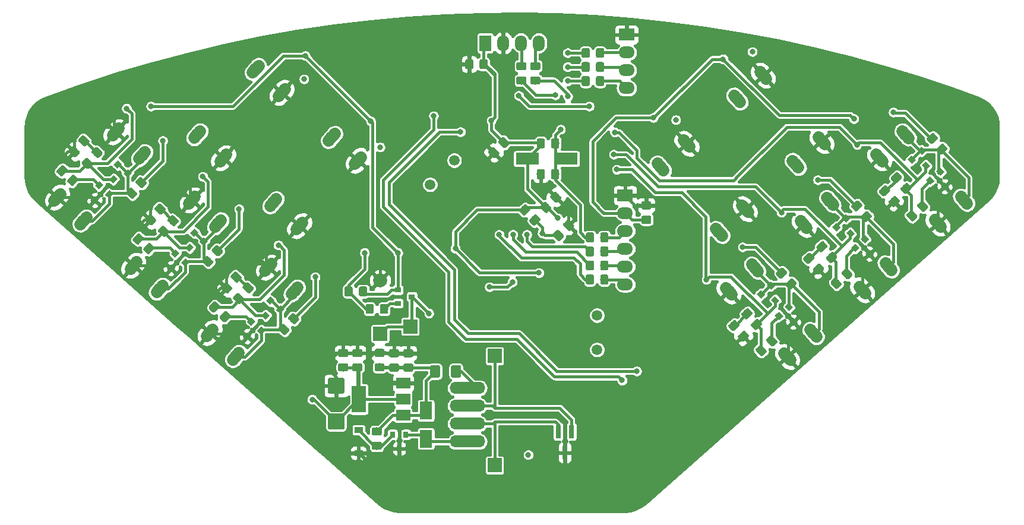
<source format=gbr>
G04 #@! TF.GenerationSoftware,KiCad,Pcbnew,5.1.4*
G04 #@! TF.CreationDate,2019-10-24T14:35:41-03:00*
G04 #@! TF.ProjectId,mswi,6d737769-2e6b-4696-9361-645f70636258,rev?*
G04 #@! TF.SameCoordinates,Original*
G04 #@! TF.FileFunction,Copper,L2,Bot*
G04 #@! TF.FilePolarity,Positive*
%FSLAX46Y46*%
G04 Gerber Fmt 4.6, Leading zero omitted, Abs format (unit mm)*
G04 Created by KiCad (PCBNEW 5.1.4) date 2019-10-24 14:35:41*
%MOMM*%
%LPD*%
G04 APERTURE LIST*
%ADD10O,5.080000X1.700000*%
%ADD11C,2.000000*%
%ADD12R,2.000000X2.000000*%
%ADD13C,1.500000*%
%ADD14R,2.000000X1.500000*%
%ADD15R,2.000000X3.800000*%
%ADD16O,2.300000X1.700000*%
%ADD17R,2.300000X1.700000*%
%ADD18C,0.100000*%
%ADD19C,1.150000*%
%ADD20C,2.250000*%
%ADD21R,1.800000X2.500000*%
%ADD22C,1.727200*%
%ADD23C,1.727200*%
%ADD24R,0.800000X0.900000*%
%ADD25C,0.800000*%
%ADD26R,0.900000X0.800000*%
%ADD27O,1.700000X2.300000*%
%ADD28R,1.700000X2.300000*%
%ADD29C,1.425000*%
%ADD30R,1.200000X0.900000*%
%ADD31R,3.300000X1.700000*%
%ADD32R,0.800000X1.900000*%
%ADD33C,0.812800*%
%ADD34C,0.406400*%
%ADD35C,0.381000*%
G04 APERTURE END LIST*
D10*
X139000000Y-104971997D03*
X138995981Y-107511997D03*
X138995981Y-110051997D03*
X138995981Y-112591997D03*
D11*
X126563965Y-89617997D03*
D12*
X126563965Y-97217997D03*
D13*
X157487978Y-94607978D03*
X157487978Y-99487978D03*
D14*
X129845981Y-104265197D03*
X129845981Y-108865197D03*
X129845981Y-106565197D03*
D15*
X123545981Y-106565197D03*
D16*
X161495981Y-90187978D03*
X161495981Y-87647978D03*
X161495981Y-85107978D03*
X161495981Y-82567978D03*
X161495981Y-80027978D03*
D17*
X161495981Y-77487978D03*
D13*
X137135729Y-72509437D03*
X133685048Y-75960118D03*
D18*
G36*
X131057686Y-99429201D02*
G01*
X131081954Y-99432801D01*
X131105753Y-99438762D01*
X131128852Y-99447027D01*
X131151031Y-99457517D01*
X131172074Y-99470129D01*
X131191780Y-99484744D01*
X131209958Y-99501220D01*
X131226434Y-99519398D01*
X131241049Y-99539104D01*
X131253661Y-99560147D01*
X131264151Y-99582326D01*
X131272416Y-99605425D01*
X131278377Y-99629224D01*
X131281977Y-99653492D01*
X131283181Y-99677996D01*
X131283181Y-100327998D01*
X131281977Y-100352502D01*
X131278377Y-100376770D01*
X131272416Y-100400569D01*
X131264151Y-100423668D01*
X131253661Y-100445847D01*
X131241049Y-100466890D01*
X131226434Y-100486596D01*
X131209958Y-100504774D01*
X131191780Y-100521250D01*
X131172074Y-100535865D01*
X131151031Y-100548477D01*
X131128852Y-100558967D01*
X131105753Y-100567232D01*
X131081954Y-100573193D01*
X131057686Y-100576793D01*
X131033182Y-100577997D01*
X130133180Y-100577997D01*
X130108676Y-100576793D01*
X130084408Y-100573193D01*
X130060609Y-100567232D01*
X130037510Y-100558967D01*
X130015331Y-100548477D01*
X129994288Y-100535865D01*
X129974582Y-100521250D01*
X129956404Y-100504774D01*
X129939928Y-100486596D01*
X129925313Y-100466890D01*
X129912701Y-100445847D01*
X129902211Y-100423668D01*
X129893946Y-100400569D01*
X129887985Y-100376770D01*
X129884385Y-100352502D01*
X129883181Y-100327998D01*
X129883181Y-99677996D01*
X129884385Y-99653492D01*
X129887985Y-99629224D01*
X129893946Y-99605425D01*
X129902211Y-99582326D01*
X129912701Y-99560147D01*
X129925313Y-99539104D01*
X129939928Y-99519398D01*
X129956404Y-99501220D01*
X129974582Y-99484744D01*
X129994288Y-99470129D01*
X130015331Y-99457517D01*
X130037510Y-99447027D01*
X130060609Y-99438762D01*
X130084408Y-99432801D01*
X130108676Y-99429201D01*
X130133180Y-99427997D01*
X131033182Y-99427997D01*
X131057686Y-99429201D01*
X131057686Y-99429201D01*
G37*
D19*
X130583181Y-100002997D03*
D18*
G36*
X131057686Y-101479201D02*
G01*
X131081954Y-101482801D01*
X131105753Y-101488762D01*
X131128852Y-101497027D01*
X131151031Y-101507517D01*
X131172074Y-101520129D01*
X131191780Y-101534744D01*
X131209958Y-101551220D01*
X131226434Y-101569398D01*
X131241049Y-101589104D01*
X131253661Y-101610147D01*
X131264151Y-101632326D01*
X131272416Y-101655425D01*
X131278377Y-101679224D01*
X131281977Y-101703492D01*
X131283181Y-101727996D01*
X131283181Y-102377998D01*
X131281977Y-102402502D01*
X131278377Y-102426770D01*
X131272416Y-102450569D01*
X131264151Y-102473668D01*
X131253661Y-102495847D01*
X131241049Y-102516890D01*
X131226434Y-102536596D01*
X131209958Y-102554774D01*
X131191780Y-102571250D01*
X131172074Y-102585865D01*
X131151031Y-102598477D01*
X131128852Y-102608967D01*
X131105753Y-102617232D01*
X131081954Y-102623193D01*
X131057686Y-102626793D01*
X131033182Y-102627997D01*
X130133180Y-102627997D01*
X130108676Y-102626793D01*
X130084408Y-102623193D01*
X130060609Y-102617232D01*
X130037510Y-102608967D01*
X130015331Y-102598477D01*
X129994288Y-102585865D01*
X129974582Y-102571250D01*
X129956404Y-102554774D01*
X129939928Y-102536596D01*
X129925313Y-102516890D01*
X129912701Y-102495847D01*
X129902211Y-102473668D01*
X129893946Y-102450569D01*
X129887985Y-102426770D01*
X129884385Y-102402502D01*
X129883181Y-102377998D01*
X129883181Y-101727996D01*
X129884385Y-101703492D01*
X129887985Y-101679224D01*
X129893946Y-101655425D01*
X129902211Y-101632326D01*
X129912701Y-101610147D01*
X129925313Y-101589104D01*
X129939928Y-101569398D01*
X129956404Y-101551220D01*
X129974582Y-101534744D01*
X129994288Y-101520129D01*
X130015331Y-101507517D01*
X130037510Y-101497027D01*
X130060609Y-101488762D01*
X130084408Y-101482801D01*
X130108676Y-101479201D01*
X130133180Y-101477997D01*
X131033182Y-101477997D01*
X131057686Y-101479201D01*
X131057686Y-101479201D01*
G37*
D19*
X130583181Y-102052997D03*
D18*
G36*
X121245486Y-103518201D02*
G01*
X121269754Y-103521801D01*
X121293553Y-103527762D01*
X121316652Y-103536027D01*
X121338831Y-103546517D01*
X121359874Y-103559129D01*
X121379580Y-103573744D01*
X121397758Y-103590220D01*
X121414234Y-103608398D01*
X121428849Y-103628104D01*
X121441461Y-103649147D01*
X121451951Y-103671326D01*
X121460216Y-103694425D01*
X121466177Y-103718224D01*
X121469777Y-103742492D01*
X121470981Y-103766996D01*
X121470981Y-105516998D01*
X121469777Y-105541502D01*
X121466177Y-105565770D01*
X121460216Y-105589569D01*
X121451951Y-105612668D01*
X121441461Y-105634847D01*
X121428849Y-105655890D01*
X121414234Y-105675596D01*
X121397758Y-105693774D01*
X121379580Y-105710250D01*
X121359874Y-105724865D01*
X121338831Y-105737477D01*
X121316652Y-105747967D01*
X121293553Y-105756232D01*
X121269754Y-105762193D01*
X121245486Y-105765793D01*
X121220982Y-105766997D01*
X119370980Y-105766997D01*
X119346476Y-105765793D01*
X119322208Y-105762193D01*
X119298409Y-105756232D01*
X119275310Y-105747967D01*
X119253131Y-105737477D01*
X119232088Y-105724865D01*
X119212382Y-105710250D01*
X119194204Y-105693774D01*
X119177728Y-105675596D01*
X119163113Y-105655890D01*
X119150501Y-105634847D01*
X119140011Y-105612668D01*
X119131746Y-105589569D01*
X119125785Y-105565770D01*
X119122185Y-105541502D01*
X119120981Y-105516998D01*
X119120981Y-103766996D01*
X119122185Y-103742492D01*
X119125785Y-103718224D01*
X119131746Y-103694425D01*
X119140011Y-103671326D01*
X119150501Y-103649147D01*
X119163113Y-103628104D01*
X119177728Y-103608398D01*
X119194204Y-103590220D01*
X119212382Y-103573744D01*
X119232088Y-103559129D01*
X119253131Y-103546517D01*
X119275310Y-103536027D01*
X119298409Y-103527762D01*
X119322208Y-103521801D01*
X119346476Y-103518201D01*
X119370980Y-103516997D01*
X121220982Y-103516997D01*
X121245486Y-103518201D01*
X121245486Y-103518201D01*
G37*
D20*
X120295981Y-104641997D03*
D18*
G36*
X121245486Y-108618201D02*
G01*
X121269754Y-108621801D01*
X121293553Y-108627762D01*
X121316652Y-108636027D01*
X121338831Y-108646517D01*
X121359874Y-108659129D01*
X121379580Y-108673744D01*
X121397758Y-108690220D01*
X121414234Y-108708398D01*
X121428849Y-108728104D01*
X121441461Y-108749147D01*
X121451951Y-108771326D01*
X121460216Y-108794425D01*
X121466177Y-108818224D01*
X121469777Y-108842492D01*
X121470981Y-108866996D01*
X121470981Y-110616998D01*
X121469777Y-110641502D01*
X121466177Y-110665770D01*
X121460216Y-110689569D01*
X121451951Y-110712668D01*
X121441461Y-110734847D01*
X121428849Y-110755890D01*
X121414234Y-110775596D01*
X121397758Y-110793774D01*
X121379580Y-110810250D01*
X121359874Y-110824865D01*
X121338831Y-110837477D01*
X121316652Y-110847967D01*
X121293553Y-110856232D01*
X121269754Y-110862193D01*
X121245486Y-110865793D01*
X121220982Y-110866997D01*
X119370980Y-110866997D01*
X119346476Y-110865793D01*
X119322208Y-110862193D01*
X119298409Y-110856232D01*
X119275310Y-110847967D01*
X119253131Y-110837477D01*
X119232088Y-110824865D01*
X119212382Y-110810250D01*
X119194204Y-110793774D01*
X119177728Y-110775596D01*
X119163113Y-110755890D01*
X119150501Y-110734847D01*
X119140011Y-110712668D01*
X119131746Y-110689569D01*
X119125785Y-110665770D01*
X119122185Y-110641502D01*
X119120981Y-110616998D01*
X119120981Y-108866996D01*
X119122185Y-108842492D01*
X119125785Y-108818224D01*
X119131746Y-108794425D01*
X119140011Y-108771326D01*
X119150501Y-108749147D01*
X119163113Y-108728104D01*
X119177728Y-108708398D01*
X119194204Y-108690220D01*
X119212382Y-108673744D01*
X119232088Y-108659129D01*
X119253131Y-108646517D01*
X119275310Y-108636027D01*
X119298409Y-108627762D01*
X119322208Y-108621801D01*
X119346476Y-108618201D01*
X119370980Y-108616997D01*
X121220982Y-108616997D01*
X121245486Y-108618201D01*
X121245486Y-108618201D01*
G37*
D20*
X120295981Y-109741997D03*
D21*
X133095981Y-112191997D03*
X133095981Y-108191997D03*
D12*
X130849965Y-96191997D03*
X142895981Y-100391997D03*
X142895981Y-115963197D03*
D22*
X106023361Y-100424659D03*
D23*
X105583183Y-100916971D02*
X106463539Y-99932347D01*
D22*
X102295981Y-97091997D03*
D23*
X101855803Y-97584309D02*
X102736159Y-96599685D01*
D22*
X114355017Y-91106209D03*
D23*
X113914839Y-91598521D02*
X114795195Y-90613897D01*
D22*
X110627637Y-87773547D03*
D23*
X110187459Y-88265859D02*
X111067815Y-87281235D01*
D22*
X199023361Y-87659335D03*
D23*
X199463539Y-88151647D02*
X198583183Y-87167023D01*
D22*
X195295981Y-90991997D03*
D23*
X195736159Y-91484309D02*
X194855803Y-90499685D01*
D22*
X190691705Y-78340885D03*
D23*
X191131883Y-78833197D02*
X190251527Y-77848573D01*
D22*
X186964325Y-81673547D03*
D23*
X187404503Y-82165859D02*
X186524147Y-81181235D01*
D22*
X111333679Y-78519721D03*
D23*
X110893501Y-79012033D02*
X111773857Y-78027409D01*
D22*
X115061059Y-81852383D03*
D23*
X114620881Y-82344695D02*
X115501237Y-81360071D01*
D22*
X119665335Y-69201271D03*
D23*
X119225157Y-69693583D02*
X120105513Y-68708959D01*
D22*
X123392715Y-72533933D03*
D23*
X122952537Y-73026245D02*
X123832893Y-72041621D01*
D22*
X174868005Y-82749019D03*
D23*
X175308183Y-83241331D02*
X174427827Y-82256707D01*
D22*
X178595385Y-79416357D03*
D23*
X179035563Y-79908669D02*
X178155207Y-78924045D01*
D22*
X166536349Y-73430569D03*
D23*
X166976527Y-73922881D02*
X166096171Y-72938257D01*
D22*
X170263729Y-70097907D03*
D23*
X170703907Y-70590219D02*
X169823551Y-69605595D01*
D22*
X84275263Y-81118649D03*
D23*
X83835085Y-81610961D02*
X84715441Y-80626337D01*
D22*
X80547883Y-77785987D03*
D23*
X80107705Y-78278299D02*
X80988061Y-77293675D01*
D22*
X92606919Y-71800199D03*
D23*
X92166741Y-72292511D02*
X93047097Y-71307887D01*
D22*
X88879539Y-68467537D03*
D23*
X88439361Y-68959849D02*
X89319717Y-67975225D01*
D22*
X188323361Y-97159335D03*
D23*
X188763539Y-97651647D02*
X187883183Y-96667023D01*
D22*
X184595981Y-100491997D03*
D23*
X185036159Y-100984309D02*
X184155803Y-99999685D01*
D22*
X179991705Y-87840885D03*
D23*
X180431883Y-88333197D02*
X179551527Y-87348573D01*
D22*
X176264325Y-91173547D03*
D23*
X176704503Y-91665859D02*
X175824147Y-90681235D01*
D22*
X185778817Y-73047690D03*
D23*
X186218995Y-73540002D02*
X185338639Y-72555378D01*
D22*
X189506197Y-69715028D03*
D23*
X189946375Y-70207340D02*
X189066019Y-69222716D01*
D22*
X177447161Y-63729240D03*
D23*
X177887339Y-64221552D02*
X177006983Y-63236928D01*
D22*
X181174541Y-60396578D03*
D23*
X181614719Y-60888890D02*
X180734363Y-59904266D01*
D22*
X100487003Y-68821673D03*
D23*
X100046825Y-69313985D02*
X100927181Y-68329361D01*
D22*
X104214383Y-72154335D03*
D23*
X103774205Y-72646647D02*
X104654561Y-71662023D01*
D22*
X108818659Y-59503223D03*
D23*
X108378481Y-59995535D02*
X109258837Y-59010911D01*
D22*
X112546039Y-62835885D03*
D23*
X112105861Y-63328197D02*
X112986217Y-62343573D01*
D22*
X209779032Y-78161390D03*
D23*
X210219210Y-78653702D02*
X209338854Y-77669078D01*
D22*
X206051652Y-81494052D03*
D23*
X206491830Y-81986364D02*
X205611474Y-81001740D01*
D22*
X201447376Y-68842940D03*
D23*
X201887554Y-69335252D02*
X201007198Y-68350628D01*
D22*
X197719996Y-72175602D03*
D23*
X198160174Y-72667914D02*
X197279818Y-71683290D01*
D22*
X95140913Y-90833661D03*
D23*
X94700735Y-91325973D02*
X95581091Y-90341349D01*
D22*
X91413533Y-87500999D03*
D23*
X90973355Y-87993311D02*
X91853711Y-87008687D01*
D22*
X103472569Y-81515211D03*
D23*
X103032391Y-82007523D02*
X103912747Y-81022899D01*
D22*
X99745189Y-78182549D03*
D23*
X99305011Y-78674861D02*
X100185367Y-77690237D01*
D18*
G36*
X126570486Y-112618201D02*
G01*
X126594754Y-112621801D01*
X126618553Y-112627762D01*
X126641652Y-112636027D01*
X126663831Y-112646517D01*
X126684874Y-112659129D01*
X126704580Y-112673744D01*
X126722758Y-112690220D01*
X126739234Y-112708398D01*
X126753849Y-112728104D01*
X126766461Y-112749147D01*
X126776951Y-112771326D01*
X126785216Y-112794425D01*
X126791177Y-112818224D01*
X126794777Y-112842492D01*
X126795981Y-112866996D01*
X126795981Y-113516998D01*
X126794777Y-113541502D01*
X126791177Y-113565770D01*
X126785216Y-113589569D01*
X126776951Y-113612668D01*
X126766461Y-113634847D01*
X126753849Y-113655890D01*
X126739234Y-113675596D01*
X126722758Y-113693774D01*
X126704580Y-113710250D01*
X126684874Y-113724865D01*
X126663831Y-113737477D01*
X126641652Y-113747967D01*
X126618553Y-113756232D01*
X126594754Y-113762193D01*
X126570486Y-113765793D01*
X126545982Y-113766997D01*
X125645980Y-113766997D01*
X125621476Y-113765793D01*
X125597208Y-113762193D01*
X125573409Y-113756232D01*
X125550310Y-113747967D01*
X125528131Y-113737477D01*
X125507088Y-113724865D01*
X125487382Y-113710250D01*
X125469204Y-113693774D01*
X125452728Y-113675596D01*
X125438113Y-113655890D01*
X125425501Y-113634847D01*
X125415011Y-113612668D01*
X125406746Y-113589569D01*
X125400785Y-113565770D01*
X125397185Y-113541502D01*
X125395981Y-113516998D01*
X125395981Y-112866996D01*
X125397185Y-112842492D01*
X125400785Y-112818224D01*
X125406746Y-112794425D01*
X125415011Y-112771326D01*
X125425501Y-112749147D01*
X125438113Y-112728104D01*
X125452728Y-112708398D01*
X125469204Y-112690220D01*
X125487382Y-112673744D01*
X125507088Y-112659129D01*
X125528131Y-112646517D01*
X125550310Y-112636027D01*
X125573409Y-112627762D01*
X125597208Y-112621801D01*
X125621476Y-112618201D01*
X125645980Y-112616997D01*
X126545982Y-112616997D01*
X126570486Y-112618201D01*
X126570486Y-112618201D01*
G37*
D19*
X126095981Y-113191997D03*
D18*
G36*
X126570486Y-110568201D02*
G01*
X126594754Y-110571801D01*
X126618553Y-110577762D01*
X126641652Y-110586027D01*
X126663831Y-110596517D01*
X126684874Y-110609129D01*
X126704580Y-110623744D01*
X126722758Y-110640220D01*
X126739234Y-110658398D01*
X126753849Y-110678104D01*
X126766461Y-110699147D01*
X126776951Y-110721326D01*
X126785216Y-110744425D01*
X126791177Y-110768224D01*
X126794777Y-110792492D01*
X126795981Y-110816996D01*
X126795981Y-111466998D01*
X126794777Y-111491502D01*
X126791177Y-111515770D01*
X126785216Y-111539569D01*
X126776951Y-111562668D01*
X126766461Y-111584847D01*
X126753849Y-111605890D01*
X126739234Y-111625596D01*
X126722758Y-111643774D01*
X126704580Y-111660250D01*
X126684874Y-111674865D01*
X126663831Y-111687477D01*
X126641652Y-111697967D01*
X126618553Y-111706232D01*
X126594754Y-111712193D01*
X126570486Y-111715793D01*
X126545982Y-111716997D01*
X125645980Y-111716997D01*
X125621476Y-111715793D01*
X125597208Y-111712193D01*
X125573409Y-111706232D01*
X125550310Y-111697967D01*
X125528131Y-111687477D01*
X125507088Y-111674865D01*
X125487382Y-111660250D01*
X125469204Y-111643774D01*
X125452728Y-111625596D01*
X125438113Y-111605890D01*
X125425501Y-111584847D01*
X125415011Y-111562668D01*
X125406746Y-111539569D01*
X125400785Y-111515770D01*
X125397185Y-111491502D01*
X125395981Y-111466998D01*
X125395981Y-110816996D01*
X125397185Y-110792492D01*
X125400785Y-110768224D01*
X125406746Y-110744425D01*
X125415011Y-110721326D01*
X125425501Y-110699147D01*
X125438113Y-110678104D01*
X125452728Y-110658398D01*
X125469204Y-110640220D01*
X125487382Y-110623744D01*
X125507088Y-110609129D01*
X125528131Y-110596517D01*
X125550310Y-110586027D01*
X125573409Y-110577762D01*
X125597208Y-110571801D01*
X125621476Y-110568201D01*
X125645980Y-110566997D01*
X126545982Y-110566997D01*
X126570486Y-110568201D01*
X126570486Y-110568201D01*
G37*
D19*
X126095981Y-111141997D03*
D18*
G36*
X104598519Y-89889209D02*
G01*
X104622613Y-89893833D01*
X104646138Y-89900796D01*
X104668868Y-89910031D01*
X104690582Y-89921449D01*
X104711073Y-89934941D01*
X104730143Y-89950377D01*
X105401073Y-90550258D01*
X105418537Y-90567488D01*
X105434229Y-90586347D01*
X105447997Y-90606654D01*
X105459708Y-90628212D01*
X105469250Y-90650814D01*
X105476530Y-90674243D01*
X105481479Y-90698272D01*
X105484049Y-90722671D01*
X105484215Y-90747204D01*
X105481976Y-90771635D01*
X105477352Y-90795729D01*
X105470389Y-90819254D01*
X105461154Y-90841984D01*
X105449736Y-90863698D01*
X105436244Y-90884189D01*
X105420808Y-90903259D01*
X104987560Y-91387820D01*
X104970330Y-91405284D01*
X104951471Y-91420976D01*
X104931164Y-91434744D01*
X104909606Y-91446455D01*
X104887004Y-91455997D01*
X104863575Y-91463278D01*
X104839546Y-91468226D01*
X104815147Y-91470796D01*
X104790614Y-91470962D01*
X104766183Y-91468723D01*
X104742089Y-91464099D01*
X104718564Y-91457136D01*
X104695834Y-91447901D01*
X104674120Y-91436483D01*
X104653629Y-91422991D01*
X104634559Y-91407555D01*
X103963629Y-90807674D01*
X103946165Y-90790444D01*
X103930473Y-90771585D01*
X103916705Y-90751278D01*
X103904994Y-90729720D01*
X103895452Y-90707118D01*
X103888172Y-90683689D01*
X103883223Y-90659660D01*
X103880653Y-90635261D01*
X103880487Y-90610728D01*
X103882726Y-90586297D01*
X103887350Y-90562203D01*
X103894313Y-90538678D01*
X103903548Y-90515948D01*
X103914966Y-90494234D01*
X103928458Y-90473743D01*
X103943894Y-90454673D01*
X104377142Y-89970112D01*
X104394372Y-89952648D01*
X104413231Y-89936956D01*
X104433538Y-89923188D01*
X104455096Y-89911477D01*
X104477698Y-89901935D01*
X104501127Y-89894654D01*
X104525156Y-89889706D01*
X104549555Y-89887136D01*
X104574088Y-89886970D01*
X104598519Y-89889209D01*
X104598519Y-89889209D01*
G37*
D19*
X104682351Y-90678966D03*
D18*
G36*
X105964911Y-88360983D02*
G01*
X105989005Y-88365607D01*
X106012530Y-88372570D01*
X106035260Y-88381805D01*
X106056974Y-88393223D01*
X106077465Y-88406715D01*
X106096535Y-88422151D01*
X106767465Y-89022032D01*
X106784929Y-89039262D01*
X106800621Y-89058121D01*
X106814389Y-89078428D01*
X106826100Y-89099986D01*
X106835642Y-89122588D01*
X106842922Y-89146017D01*
X106847871Y-89170046D01*
X106850441Y-89194445D01*
X106850607Y-89218978D01*
X106848368Y-89243409D01*
X106843744Y-89267503D01*
X106836781Y-89291028D01*
X106827546Y-89313758D01*
X106816128Y-89335472D01*
X106802636Y-89355963D01*
X106787200Y-89375033D01*
X106353952Y-89859594D01*
X106336722Y-89877058D01*
X106317863Y-89892750D01*
X106297556Y-89906518D01*
X106275998Y-89918229D01*
X106253396Y-89927771D01*
X106229967Y-89935052D01*
X106205938Y-89940000D01*
X106181539Y-89942570D01*
X106157006Y-89942736D01*
X106132575Y-89940497D01*
X106108481Y-89935873D01*
X106084956Y-89928910D01*
X106062226Y-89919675D01*
X106040512Y-89908257D01*
X106020021Y-89894765D01*
X106000951Y-89879329D01*
X105330021Y-89279448D01*
X105312557Y-89262218D01*
X105296865Y-89243359D01*
X105283097Y-89223052D01*
X105271386Y-89201494D01*
X105261844Y-89178892D01*
X105254564Y-89155463D01*
X105249615Y-89131434D01*
X105247045Y-89107035D01*
X105246879Y-89082502D01*
X105249118Y-89058071D01*
X105253742Y-89033977D01*
X105260705Y-89010452D01*
X105269940Y-88987722D01*
X105281358Y-88966008D01*
X105294850Y-88945517D01*
X105310286Y-88926447D01*
X105743534Y-88441886D01*
X105760764Y-88424422D01*
X105779623Y-88408730D01*
X105799930Y-88394962D01*
X105821488Y-88383251D01*
X105844090Y-88373709D01*
X105867519Y-88366428D01*
X105891548Y-88361480D01*
X105915947Y-88358910D01*
X105940480Y-88358744D01*
X105964911Y-88360983D01*
X105964911Y-88360983D01*
G37*
D19*
X106048743Y-89150740D03*
D18*
G36*
X189190285Y-87211032D02*
G01*
X189214684Y-87213602D01*
X189238713Y-87218551D01*
X189262142Y-87225831D01*
X189284744Y-87235373D01*
X189306302Y-87247084D01*
X189326609Y-87260852D01*
X189345468Y-87276544D01*
X189362698Y-87294008D01*
X189795946Y-87778569D01*
X189811382Y-87797639D01*
X189824874Y-87818130D01*
X189836292Y-87839844D01*
X189845527Y-87862574D01*
X189852490Y-87886099D01*
X189857114Y-87910193D01*
X189859353Y-87934624D01*
X189859187Y-87959157D01*
X189856617Y-87983556D01*
X189851669Y-88007585D01*
X189844388Y-88031014D01*
X189834846Y-88053616D01*
X189823135Y-88075174D01*
X189809367Y-88095481D01*
X189793675Y-88114340D01*
X189776211Y-88131570D01*
X189105281Y-88731451D01*
X189086211Y-88746887D01*
X189065720Y-88760379D01*
X189044006Y-88771797D01*
X189021276Y-88781032D01*
X188997751Y-88787995D01*
X188973657Y-88792619D01*
X188949226Y-88794858D01*
X188924693Y-88794692D01*
X188900294Y-88792122D01*
X188876265Y-88787173D01*
X188852836Y-88779893D01*
X188830234Y-88770351D01*
X188808676Y-88758640D01*
X188788369Y-88744872D01*
X188769510Y-88729180D01*
X188752280Y-88711716D01*
X188319032Y-88227155D01*
X188303596Y-88208085D01*
X188290104Y-88187594D01*
X188278686Y-88165880D01*
X188269451Y-88143150D01*
X188262488Y-88119625D01*
X188257864Y-88095531D01*
X188255625Y-88071100D01*
X188255791Y-88046567D01*
X188258361Y-88022168D01*
X188263309Y-87998139D01*
X188270590Y-87974710D01*
X188280132Y-87952108D01*
X188291843Y-87930550D01*
X188305611Y-87910243D01*
X188321303Y-87891384D01*
X188338767Y-87874154D01*
X189009697Y-87274273D01*
X189028767Y-87258837D01*
X189049258Y-87245345D01*
X189070972Y-87233927D01*
X189093702Y-87224692D01*
X189117227Y-87217729D01*
X189141321Y-87213105D01*
X189165752Y-87210866D01*
X189190285Y-87211032D01*
X189190285Y-87211032D01*
G37*
D19*
X189057489Y-88002862D03*
D18*
G36*
X187823893Y-85682806D02*
G01*
X187848292Y-85685376D01*
X187872321Y-85690325D01*
X187895750Y-85697605D01*
X187918352Y-85707147D01*
X187939910Y-85718858D01*
X187960217Y-85732626D01*
X187979076Y-85748318D01*
X187996306Y-85765782D01*
X188429554Y-86250343D01*
X188444990Y-86269413D01*
X188458482Y-86289904D01*
X188469900Y-86311618D01*
X188479135Y-86334348D01*
X188486098Y-86357873D01*
X188490722Y-86381967D01*
X188492961Y-86406398D01*
X188492795Y-86430931D01*
X188490225Y-86455330D01*
X188485277Y-86479359D01*
X188477996Y-86502788D01*
X188468454Y-86525390D01*
X188456743Y-86546948D01*
X188442975Y-86567255D01*
X188427283Y-86586114D01*
X188409819Y-86603344D01*
X187738889Y-87203225D01*
X187719819Y-87218661D01*
X187699328Y-87232153D01*
X187677614Y-87243571D01*
X187654884Y-87252806D01*
X187631359Y-87259769D01*
X187607265Y-87264393D01*
X187582834Y-87266632D01*
X187558301Y-87266466D01*
X187533902Y-87263896D01*
X187509873Y-87258947D01*
X187486444Y-87251667D01*
X187463842Y-87242125D01*
X187442284Y-87230414D01*
X187421977Y-87216646D01*
X187403118Y-87200954D01*
X187385888Y-87183490D01*
X186952640Y-86698929D01*
X186937204Y-86679859D01*
X186923712Y-86659368D01*
X186912294Y-86637654D01*
X186903059Y-86614924D01*
X186896096Y-86591399D01*
X186891472Y-86567305D01*
X186889233Y-86542874D01*
X186889399Y-86518341D01*
X186891969Y-86493942D01*
X186896917Y-86469913D01*
X186904198Y-86446484D01*
X186913740Y-86423882D01*
X186925451Y-86402324D01*
X186939219Y-86382017D01*
X186954911Y-86363158D01*
X186972375Y-86345928D01*
X187643305Y-85746047D01*
X187662375Y-85730611D01*
X187682866Y-85717119D01*
X187704580Y-85705701D01*
X187727310Y-85696466D01*
X187750835Y-85689503D01*
X187774929Y-85684879D01*
X187799360Y-85682640D01*
X187823893Y-85682806D01*
X187823893Y-85682806D01*
G37*
D19*
X187691097Y-86474636D03*
D18*
G36*
X82878885Y-70469615D02*
G01*
X82902979Y-70474239D01*
X82926504Y-70481202D01*
X82949234Y-70490437D01*
X82970948Y-70501855D01*
X82991439Y-70515347D01*
X83010509Y-70530783D01*
X83681439Y-71130664D01*
X83698903Y-71147894D01*
X83714595Y-71166753D01*
X83728363Y-71187060D01*
X83740074Y-71208618D01*
X83749616Y-71231220D01*
X83756896Y-71254649D01*
X83761845Y-71278678D01*
X83764415Y-71303077D01*
X83764581Y-71327610D01*
X83762342Y-71352041D01*
X83757718Y-71376135D01*
X83750755Y-71399660D01*
X83741520Y-71422390D01*
X83730102Y-71444104D01*
X83716610Y-71464595D01*
X83701174Y-71483665D01*
X83267926Y-71968226D01*
X83250696Y-71985690D01*
X83231837Y-72001382D01*
X83211530Y-72015150D01*
X83189972Y-72026861D01*
X83167370Y-72036403D01*
X83143941Y-72043684D01*
X83119912Y-72048632D01*
X83095513Y-72051202D01*
X83070980Y-72051368D01*
X83046549Y-72049129D01*
X83022455Y-72044505D01*
X82998930Y-72037542D01*
X82976200Y-72028307D01*
X82954486Y-72016889D01*
X82933995Y-72003397D01*
X82914925Y-71987961D01*
X82243995Y-71388080D01*
X82226531Y-71370850D01*
X82210839Y-71351991D01*
X82197071Y-71331684D01*
X82185360Y-71310126D01*
X82175818Y-71287524D01*
X82168538Y-71264095D01*
X82163589Y-71240066D01*
X82161019Y-71215667D01*
X82160853Y-71191134D01*
X82163092Y-71166703D01*
X82167716Y-71142609D01*
X82174679Y-71119084D01*
X82183914Y-71096354D01*
X82195332Y-71074640D01*
X82208824Y-71054149D01*
X82224260Y-71035079D01*
X82657508Y-70550518D01*
X82674738Y-70533054D01*
X82693597Y-70517362D01*
X82713904Y-70503594D01*
X82735462Y-70491883D01*
X82758064Y-70482341D01*
X82781493Y-70475060D01*
X82805522Y-70470112D01*
X82829921Y-70467542D01*
X82854454Y-70467376D01*
X82878885Y-70469615D01*
X82878885Y-70469615D01*
G37*
D19*
X82962717Y-71259372D03*
D18*
G36*
X84245277Y-68941389D02*
G01*
X84269371Y-68946013D01*
X84292896Y-68952976D01*
X84315626Y-68962211D01*
X84337340Y-68973629D01*
X84357831Y-68987121D01*
X84376901Y-69002557D01*
X85047831Y-69602438D01*
X85065295Y-69619668D01*
X85080987Y-69638527D01*
X85094755Y-69658834D01*
X85106466Y-69680392D01*
X85116008Y-69702994D01*
X85123288Y-69726423D01*
X85128237Y-69750452D01*
X85130807Y-69774851D01*
X85130973Y-69799384D01*
X85128734Y-69823815D01*
X85124110Y-69847909D01*
X85117147Y-69871434D01*
X85107912Y-69894164D01*
X85096494Y-69915878D01*
X85083002Y-69936369D01*
X85067566Y-69955439D01*
X84634318Y-70440000D01*
X84617088Y-70457464D01*
X84598229Y-70473156D01*
X84577922Y-70486924D01*
X84556364Y-70498635D01*
X84533762Y-70508177D01*
X84510333Y-70515458D01*
X84486304Y-70520406D01*
X84461905Y-70522976D01*
X84437372Y-70523142D01*
X84412941Y-70520903D01*
X84388847Y-70516279D01*
X84365322Y-70509316D01*
X84342592Y-70500081D01*
X84320878Y-70488663D01*
X84300387Y-70475171D01*
X84281317Y-70459735D01*
X83610387Y-69859854D01*
X83592923Y-69842624D01*
X83577231Y-69823765D01*
X83563463Y-69803458D01*
X83551752Y-69781900D01*
X83542210Y-69759298D01*
X83534930Y-69735869D01*
X83529981Y-69711840D01*
X83527411Y-69687441D01*
X83527245Y-69662908D01*
X83529484Y-69638477D01*
X83534108Y-69614383D01*
X83541071Y-69590858D01*
X83550306Y-69568128D01*
X83561724Y-69546414D01*
X83575216Y-69525923D01*
X83590652Y-69506853D01*
X84023900Y-69022292D01*
X84041130Y-69004828D01*
X84059989Y-68989136D01*
X84080296Y-68975368D01*
X84101854Y-68963657D01*
X84124456Y-68954115D01*
X84147885Y-68946834D01*
X84171914Y-68941886D01*
X84196313Y-68939316D01*
X84220846Y-68939150D01*
X84245277Y-68941389D01*
X84245277Y-68941389D01*
G37*
D19*
X84329109Y-69731146D03*
D18*
G36*
X103032792Y-92615576D02*
G01*
X103056886Y-92620200D01*
X103080411Y-92627163D01*
X103103141Y-92636398D01*
X103124855Y-92647816D01*
X103145346Y-92661308D01*
X103164416Y-92676744D01*
X103648977Y-93109992D01*
X103666441Y-93127222D01*
X103682133Y-93146081D01*
X103695901Y-93166388D01*
X103707612Y-93187946D01*
X103717154Y-93210548D01*
X103724435Y-93233977D01*
X103729383Y-93258006D01*
X103731953Y-93282405D01*
X103732119Y-93306938D01*
X103729880Y-93331369D01*
X103725256Y-93355463D01*
X103718293Y-93378988D01*
X103709058Y-93401718D01*
X103697640Y-93423432D01*
X103684148Y-93443923D01*
X103668712Y-93462993D01*
X103068831Y-94133923D01*
X103051601Y-94151387D01*
X103032742Y-94167079D01*
X103012435Y-94180847D01*
X102990877Y-94192558D01*
X102968275Y-94202100D01*
X102944846Y-94209380D01*
X102920817Y-94214329D01*
X102896418Y-94216899D01*
X102871885Y-94217065D01*
X102847454Y-94214826D01*
X102823360Y-94210202D01*
X102799835Y-94203239D01*
X102777105Y-94194004D01*
X102755391Y-94182586D01*
X102734900Y-94169094D01*
X102715830Y-94153658D01*
X102231269Y-93720410D01*
X102213805Y-93703180D01*
X102198113Y-93684321D01*
X102184345Y-93664014D01*
X102172634Y-93642456D01*
X102163092Y-93619854D01*
X102155811Y-93596425D01*
X102150863Y-93572396D01*
X102148293Y-93547997D01*
X102148127Y-93523464D01*
X102150366Y-93499033D01*
X102154990Y-93474939D01*
X102161953Y-93451414D01*
X102171188Y-93428684D01*
X102182606Y-93406970D01*
X102196098Y-93386479D01*
X102211534Y-93367409D01*
X102811415Y-92696479D01*
X102828645Y-92679015D01*
X102847504Y-92663323D01*
X102867811Y-92649555D01*
X102889369Y-92637844D01*
X102911971Y-92628302D01*
X102935400Y-92621022D01*
X102959429Y-92616073D01*
X102983828Y-92613503D01*
X103008361Y-92613337D01*
X103032792Y-92615576D01*
X103032792Y-92615576D01*
G37*
D19*
X102940123Y-93415201D03*
D18*
G36*
X104561018Y-93981968D02*
G01*
X104585112Y-93986592D01*
X104608637Y-93993555D01*
X104631367Y-94002790D01*
X104653081Y-94014208D01*
X104673572Y-94027700D01*
X104692642Y-94043136D01*
X105177203Y-94476384D01*
X105194667Y-94493614D01*
X105210359Y-94512473D01*
X105224127Y-94532780D01*
X105235838Y-94554338D01*
X105245380Y-94576940D01*
X105252661Y-94600369D01*
X105257609Y-94624398D01*
X105260179Y-94648797D01*
X105260345Y-94673330D01*
X105258106Y-94697761D01*
X105253482Y-94721855D01*
X105246519Y-94745380D01*
X105237284Y-94768110D01*
X105225866Y-94789824D01*
X105212374Y-94810315D01*
X105196938Y-94829385D01*
X104597057Y-95500315D01*
X104579827Y-95517779D01*
X104560968Y-95533471D01*
X104540661Y-95547239D01*
X104519103Y-95558950D01*
X104496501Y-95568492D01*
X104473072Y-95575772D01*
X104449043Y-95580721D01*
X104424644Y-95583291D01*
X104400111Y-95583457D01*
X104375680Y-95581218D01*
X104351586Y-95576594D01*
X104328061Y-95569631D01*
X104305331Y-95560396D01*
X104283617Y-95548978D01*
X104263126Y-95535486D01*
X104244056Y-95520050D01*
X103759495Y-95086802D01*
X103742031Y-95069572D01*
X103726339Y-95050713D01*
X103712571Y-95030406D01*
X103700860Y-95008848D01*
X103691318Y-94986246D01*
X103684037Y-94962817D01*
X103679089Y-94938788D01*
X103676519Y-94914389D01*
X103676353Y-94889856D01*
X103678592Y-94865425D01*
X103683216Y-94841331D01*
X103690179Y-94817806D01*
X103699414Y-94795076D01*
X103710832Y-94773362D01*
X103724324Y-94752871D01*
X103739760Y-94733801D01*
X104339641Y-94062871D01*
X104356871Y-94045407D01*
X104375730Y-94029715D01*
X104396037Y-94015947D01*
X104417595Y-94004236D01*
X104440197Y-93994694D01*
X104463626Y-93987414D01*
X104487655Y-93982465D01*
X104512054Y-93979895D01*
X104536587Y-93979729D01*
X104561018Y-93981968D01*
X104561018Y-93981968D01*
G37*
D19*
X104468349Y-94781593D03*
D18*
G36*
X191538762Y-89237540D02*
G01*
X191563161Y-89240110D01*
X191587190Y-89245058D01*
X191610619Y-89252339D01*
X191633221Y-89261881D01*
X191654779Y-89273592D01*
X191675086Y-89287360D01*
X191693945Y-89303052D01*
X191711175Y-89320516D01*
X192311056Y-89991446D01*
X192326492Y-90010516D01*
X192339984Y-90031007D01*
X192351402Y-90052721D01*
X192360637Y-90075451D01*
X192367600Y-90098976D01*
X192372224Y-90123070D01*
X192374463Y-90147501D01*
X192374297Y-90172034D01*
X192371727Y-90196433D01*
X192366778Y-90220462D01*
X192359498Y-90243891D01*
X192349956Y-90266493D01*
X192338245Y-90288051D01*
X192324477Y-90308358D01*
X192308785Y-90327217D01*
X192291321Y-90344447D01*
X191806760Y-90777695D01*
X191787690Y-90793131D01*
X191767199Y-90806623D01*
X191745485Y-90818041D01*
X191722755Y-90827276D01*
X191699230Y-90834239D01*
X191675136Y-90838863D01*
X191650705Y-90841102D01*
X191626172Y-90840936D01*
X191601773Y-90838366D01*
X191577744Y-90833418D01*
X191554315Y-90826137D01*
X191531713Y-90816595D01*
X191510155Y-90804884D01*
X191489848Y-90791116D01*
X191470989Y-90775424D01*
X191453759Y-90757960D01*
X190853878Y-90087030D01*
X190838442Y-90067960D01*
X190824950Y-90047469D01*
X190813532Y-90025755D01*
X190804297Y-90003025D01*
X190797334Y-89979500D01*
X190792710Y-89955406D01*
X190790471Y-89930975D01*
X190790637Y-89906442D01*
X190793207Y-89882043D01*
X190798156Y-89858014D01*
X190805436Y-89834585D01*
X190814978Y-89811983D01*
X190826689Y-89790425D01*
X190840457Y-89770118D01*
X190856149Y-89751259D01*
X190873613Y-89734029D01*
X191358174Y-89300781D01*
X191377244Y-89285345D01*
X191397735Y-89271853D01*
X191419449Y-89260435D01*
X191442179Y-89251200D01*
X191465704Y-89244237D01*
X191489798Y-89239613D01*
X191514229Y-89237374D01*
X191538762Y-89237540D01*
X191538762Y-89237540D01*
G37*
D19*
X191582467Y-90039238D03*
D18*
G36*
X193066988Y-87871148D02*
G01*
X193091387Y-87873718D01*
X193115416Y-87878666D01*
X193138845Y-87885947D01*
X193161447Y-87895489D01*
X193183005Y-87907200D01*
X193203312Y-87920968D01*
X193222171Y-87936660D01*
X193239401Y-87954124D01*
X193839282Y-88625054D01*
X193854718Y-88644124D01*
X193868210Y-88664615D01*
X193879628Y-88686329D01*
X193888863Y-88709059D01*
X193895826Y-88732584D01*
X193900450Y-88756678D01*
X193902689Y-88781109D01*
X193902523Y-88805642D01*
X193899953Y-88830041D01*
X193895004Y-88854070D01*
X193887724Y-88877499D01*
X193878182Y-88900101D01*
X193866471Y-88921659D01*
X193852703Y-88941966D01*
X193837011Y-88960825D01*
X193819547Y-88978055D01*
X193334986Y-89411303D01*
X193315916Y-89426739D01*
X193295425Y-89440231D01*
X193273711Y-89451649D01*
X193250981Y-89460884D01*
X193227456Y-89467847D01*
X193203362Y-89472471D01*
X193178931Y-89474710D01*
X193154398Y-89474544D01*
X193129999Y-89471974D01*
X193105970Y-89467026D01*
X193082541Y-89459745D01*
X193059939Y-89450203D01*
X193038381Y-89438492D01*
X193018074Y-89424724D01*
X192999215Y-89409032D01*
X192981985Y-89391568D01*
X192382104Y-88720638D01*
X192366668Y-88701568D01*
X192353176Y-88681077D01*
X192341758Y-88659363D01*
X192332523Y-88636633D01*
X192325560Y-88613108D01*
X192320936Y-88589014D01*
X192318697Y-88564583D01*
X192318863Y-88540050D01*
X192321433Y-88515651D01*
X192326382Y-88491622D01*
X192333662Y-88468193D01*
X192343204Y-88445591D01*
X192354915Y-88424033D01*
X192368683Y-88403726D01*
X192384375Y-88384867D01*
X192401839Y-88367637D01*
X192886400Y-87934389D01*
X192905470Y-87918953D01*
X192925961Y-87905461D01*
X192947675Y-87894043D01*
X192970405Y-87884808D01*
X192993930Y-87877845D01*
X193018024Y-87873221D01*
X193042455Y-87870982D01*
X193066988Y-87871148D01*
X193066988Y-87871148D01*
G37*
D19*
X193110693Y-88672846D03*
D18*
G36*
X81313158Y-73195982D02*
G01*
X81337252Y-73200606D01*
X81360777Y-73207569D01*
X81383507Y-73216804D01*
X81405221Y-73228222D01*
X81425712Y-73241714D01*
X81444782Y-73257150D01*
X81929343Y-73690398D01*
X81946807Y-73707628D01*
X81962499Y-73726487D01*
X81976267Y-73746794D01*
X81987978Y-73768352D01*
X81997520Y-73790954D01*
X82004801Y-73814383D01*
X82009749Y-73838412D01*
X82012319Y-73862811D01*
X82012485Y-73887344D01*
X82010246Y-73911775D01*
X82005622Y-73935869D01*
X81998659Y-73959394D01*
X81989424Y-73982124D01*
X81978006Y-74003838D01*
X81964514Y-74024329D01*
X81949078Y-74043399D01*
X81349197Y-74714329D01*
X81331967Y-74731793D01*
X81313108Y-74747485D01*
X81292801Y-74761253D01*
X81271243Y-74772964D01*
X81248641Y-74782506D01*
X81225212Y-74789786D01*
X81201183Y-74794735D01*
X81176784Y-74797305D01*
X81152251Y-74797471D01*
X81127820Y-74795232D01*
X81103726Y-74790608D01*
X81080201Y-74783645D01*
X81057471Y-74774410D01*
X81035757Y-74762992D01*
X81015266Y-74749500D01*
X80996196Y-74734064D01*
X80511635Y-74300816D01*
X80494171Y-74283586D01*
X80478479Y-74264727D01*
X80464711Y-74244420D01*
X80453000Y-74222862D01*
X80443458Y-74200260D01*
X80436177Y-74176831D01*
X80431229Y-74152802D01*
X80428659Y-74128403D01*
X80428493Y-74103870D01*
X80430732Y-74079439D01*
X80435356Y-74055345D01*
X80442319Y-74031820D01*
X80451554Y-74009090D01*
X80462972Y-73987376D01*
X80476464Y-73966885D01*
X80491900Y-73947815D01*
X81091781Y-73276885D01*
X81109011Y-73259421D01*
X81127870Y-73243729D01*
X81148177Y-73229961D01*
X81169735Y-73218250D01*
X81192337Y-73208708D01*
X81215766Y-73201428D01*
X81239795Y-73196479D01*
X81264194Y-73193909D01*
X81288727Y-73193743D01*
X81313158Y-73195982D01*
X81313158Y-73195982D01*
G37*
D19*
X81220489Y-73995607D03*
D18*
G36*
X82841384Y-74562374D02*
G01*
X82865478Y-74566998D01*
X82889003Y-74573961D01*
X82911733Y-74583196D01*
X82933447Y-74594614D01*
X82953938Y-74608106D01*
X82973008Y-74623542D01*
X83457569Y-75056790D01*
X83475033Y-75074020D01*
X83490725Y-75092879D01*
X83504493Y-75113186D01*
X83516204Y-75134744D01*
X83525746Y-75157346D01*
X83533027Y-75180775D01*
X83537975Y-75204804D01*
X83540545Y-75229203D01*
X83540711Y-75253736D01*
X83538472Y-75278167D01*
X83533848Y-75302261D01*
X83526885Y-75325786D01*
X83517650Y-75348516D01*
X83506232Y-75370230D01*
X83492740Y-75390721D01*
X83477304Y-75409791D01*
X82877423Y-76080721D01*
X82860193Y-76098185D01*
X82841334Y-76113877D01*
X82821027Y-76127645D01*
X82799469Y-76139356D01*
X82776867Y-76148898D01*
X82753438Y-76156178D01*
X82729409Y-76161127D01*
X82705010Y-76163697D01*
X82680477Y-76163863D01*
X82656046Y-76161624D01*
X82631952Y-76157000D01*
X82608427Y-76150037D01*
X82585697Y-76140802D01*
X82563983Y-76129384D01*
X82543492Y-76115892D01*
X82524422Y-76100456D01*
X82039861Y-75667208D01*
X82022397Y-75649978D01*
X82006705Y-75631119D01*
X81992937Y-75610812D01*
X81981226Y-75589254D01*
X81971684Y-75566652D01*
X81964403Y-75543223D01*
X81959455Y-75519194D01*
X81956885Y-75494795D01*
X81956719Y-75470262D01*
X81958958Y-75445831D01*
X81963582Y-75421737D01*
X81970545Y-75398212D01*
X81979780Y-75375482D01*
X81991198Y-75353768D01*
X82004690Y-75333277D01*
X82020126Y-75314207D01*
X82620007Y-74643277D01*
X82637237Y-74625813D01*
X82656096Y-74610121D01*
X82676403Y-74596353D01*
X82697961Y-74584642D01*
X82720563Y-74575100D01*
X82743992Y-74567820D01*
X82768021Y-74562871D01*
X82792420Y-74560301D01*
X82816953Y-74560135D01*
X82841384Y-74562374D01*
X82841384Y-74562374D01*
G37*
D19*
X82748715Y-75361999D03*
D18*
G36*
X112773050Y-95824530D02*
G01*
X112797144Y-95829154D01*
X112820669Y-95836117D01*
X112843399Y-95845352D01*
X112865113Y-95856770D01*
X112885604Y-95870262D01*
X112904674Y-95885698D01*
X113575604Y-96485579D01*
X113593068Y-96502809D01*
X113608760Y-96521668D01*
X113622528Y-96541975D01*
X113634239Y-96563533D01*
X113643781Y-96586135D01*
X113651061Y-96609564D01*
X113656010Y-96633593D01*
X113658580Y-96657992D01*
X113658746Y-96682525D01*
X113656507Y-96706956D01*
X113651883Y-96731050D01*
X113644920Y-96754575D01*
X113635685Y-96777305D01*
X113624267Y-96799019D01*
X113610775Y-96819510D01*
X113595339Y-96838580D01*
X113162091Y-97323141D01*
X113144861Y-97340605D01*
X113126002Y-97356297D01*
X113105695Y-97370065D01*
X113084137Y-97381776D01*
X113061535Y-97391318D01*
X113038106Y-97398599D01*
X113014077Y-97403547D01*
X112989678Y-97406117D01*
X112965145Y-97406283D01*
X112940714Y-97404044D01*
X112916620Y-97399420D01*
X112893095Y-97392457D01*
X112870365Y-97383222D01*
X112848651Y-97371804D01*
X112828160Y-97358312D01*
X112809090Y-97342876D01*
X112138160Y-96742995D01*
X112120696Y-96725765D01*
X112105004Y-96706906D01*
X112091236Y-96686599D01*
X112079525Y-96665041D01*
X112069983Y-96642439D01*
X112062703Y-96619010D01*
X112057754Y-96594981D01*
X112055184Y-96570582D01*
X112055018Y-96546049D01*
X112057257Y-96521618D01*
X112061881Y-96497524D01*
X112068844Y-96473999D01*
X112078079Y-96451269D01*
X112089497Y-96429555D01*
X112102989Y-96409064D01*
X112118425Y-96389994D01*
X112551673Y-95905433D01*
X112568903Y-95887969D01*
X112587762Y-95872277D01*
X112608069Y-95858509D01*
X112629627Y-95846798D01*
X112652229Y-95837256D01*
X112675658Y-95829975D01*
X112699687Y-95825027D01*
X112724086Y-95822457D01*
X112748619Y-95822291D01*
X112773050Y-95824530D01*
X112773050Y-95824530D01*
G37*
D19*
X112856882Y-96614287D03*
D18*
G36*
X114139442Y-94296304D02*
G01*
X114163536Y-94300928D01*
X114187061Y-94307891D01*
X114209791Y-94317126D01*
X114231505Y-94328544D01*
X114251996Y-94342036D01*
X114271066Y-94357472D01*
X114941996Y-94957353D01*
X114959460Y-94974583D01*
X114975152Y-94993442D01*
X114988920Y-95013749D01*
X115000631Y-95035307D01*
X115010173Y-95057909D01*
X115017453Y-95081338D01*
X115022402Y-95105367D01*
X115024972Y-95129766D01*
X115025138Y-95154299D01*
X115022899Y-95178730D01*
X115018275Y-95202824D01*
X115011312Y-95226349D01*
X115002077Y-95249079D01*
X114990659Y-95270793D01*
X114977167Y-95291284D01*
X114961731Y-95310354D01*
X114528483Y-95794915D01*
X114511253Y-95812379D01*
X114492394Y-95828071D01*
X114472087Y-95841839D01*
X114450529Y-95853550D01*
X114427927Y-95863092D01*
X114404498Y-95870373D01*
X114380469Y-95875321D01*
X114356070Y-95877891D01*
X114331537Y-95878057D01*
X114307106Y-95875818D01*
X114283012Y-95871194D01*
X114259487Y-95864231D01*
X114236757Y-95854996D01*
X114215043Y-95843578D01*
X114194552Y-95830086D01*
X114175482Y-95814650D01*
X113504552Y-95214769D01*
X113487088Y-95197539D01*
X113471396Y-95178680D01*
X113457628Y-95158373D01*
X113445917Y-95136815D01*
X113436375Y-95114213D01*
X113429095Y-95090784D01*
X113424146Y-95066755D01*
X113421576Y-95042356D01*
X113421410Y-95017823D01*
X113423649Y-94993392D01*
X113428273Y-94969298D01*
X113435236Y-94945773D01*
X113444471Y-94923043D01*
X113455889Y-94901329D01*
X113469381Y-94880838D01*
X113484817Y-94861768D01*
X113918065Y-94377207D01*
X113935295Y-94359743D01*
X113954154Y-94344051D01*
X113974461Y-94330283D01*
X113996019Y-94318572D01*
X114018621Y-94309030D01*
X114042050Y-94301749D01*
X114066079Y-94296801D01*
X114090478Y-94294231D01*
X114115011Y-94294065D01*
X114139442Y-94296304D01*
X114139442Y-94296304D01*
G37*
D19*
X114223274Y-95086061D03*
D18*
G36*
X195999822Y-79749050D02*
G01*
X196024221Y-79751620D01*
X196048250Y-79756569D01*
X196071679Y-79763849D01*
X196094281Y-79773391D01*
X196115839Y-79785102D01*
X196136146Y-79798870D01*
X196155005Y-79814562D01*
X196172235Y-79832026D01*
X196605483Y-80316587D01*
X196620919Y-80335657D01*
X196634411Y-80356148D01*
X196645829Y-80377862D01*
X196655064Y-80400592D01*
X196662027Y-80424117D01*
X196666651Y-80448211D01*
X196668890Y-80472642D01*
X196668724Y-80497175D01*
X196666154Y-80521574D01*
X196661206Y-80545603D01*
X196653925Y-80569032D01*
X196644383Y-80591634D01*
X196632672Y-80613192D01*
X196618904Y-80633499D01*
X196603212Y-80652358D01*
X196585748Y-80669588D01*
X195914818Y-81269469D01*
X195895748Y-81284905D01*
X195875257Y-81298397D01*
X195853543Y-81309815D01*
X195830813Y-81319050D01*
X195807288Y-81326013D01*
X195783194Y-81330637D01*
X195758763Y-81332876D01*
X195734230Y-81332710D01*
X195709831Y-81330140D01*
X195685802Y-81325191D01*
X195662373Y-81317911D01*
X195639771Y-81308369D01*
X195618213Y-81296658D01*
X195597906Y-81282890D01*
X195579047Y-81267198D01*
X195561817Y-81249734D01*
X195128569Y-80765173D01*
X195113133Y-80746103D01*
X195099641Y-80725612D01*
X195088223Y-80703898D01*
X195078988Y-80681168D01*
X195072025Y-80657643D01*
X195067401Y-80633549D01*
X195065162Y-80609118D01*
X195065328Y-80584585D01*
X195067898Y-80560186D01*
X195072846Y-80536157D01*
X195080127Y-80512728D01*
X195089669Y-80490126D01*
X195101380Y-80468568D01*
X195115148Y-80448261D01*
X195130840Y-80429402D01*
X195148304Y-80412172D01*
X195819234Y-79812291D01*
X195838304Y-79796855D01*
X195858795Y-79783363D01*
X195880509Y-79771945D01*
X195903239Y-79762710D01*
X195926764Y-79755747D01*
X195950858Y-79751123D01*
X195975289Y-79748884D01*
X195999822Y-79749050D01*
X195999822Y-79749050D01*
G37*
D19*
X195867026Y-80540880D03*
D18*
G36*
X194633430Y-78220824D02*
G01*
X194657829Y-78223394D01*
X194681858Y-78228343D01*
X194705287Y-78235623D01*
X194727889Y-78245165D01*
X194749447Y-78256876D01*
X194769754Y-78270644D01*
X194788613Y-78286336D01*
X194805843Y-78303800D01*
X195239091Y-78788361D01*
X195254527Y-78807431D01*
X195268019Y-78827922D01*
X195279437Y-78849636D01*
X195288672Y-78872366D01*
X195295635Y-78895891D01*
X195300259Y-78919985D01*
X195302498Y-78944416D01*
X195302332Y-78968949D01*
X195299762Y-78993348D01*
X195294814Y-79017377D01*
X195287533Y-79040806D01*
X195277991Y-79063408D01*
X195266280Y-79084966D01*
X195252512Y-79105273D01*
X195236820Y-79124132D01*
X195219356Y-79141362D01*
X194548426Y-79741243D01*
X194529356Y-79756679D01*
X194508865Y-79770171D01*
X194487151Y-79781589D01*
X194464421Y-79790824D01*
X194440896Y-79797787D01*
X194416802Y-79802411D01*
X194392371Y-79804650D01*
X194367838Y-79804484D01*
X194343439Y-79801914D01*
X194319410Y-79796965D01*
X194295981Y-79789685D01*
X194273379Y-79780143D01*
X194251821Y-79768432D01*
X194231514Y-79754664D01*
X194212655Y-79738972D01*
X194195425Y-79721508D01*
X193762177Y-79236947D01*
X193746741Y-79217877D01*
X193733249Y-79197386D01*
X193721831Y-79175672D01*
X193712596Y-79152942D01*
X193705633Y-79129417D01*
X193701009Y-79105323D01*
X193698770Y-79080892D01*
X193698936Y-79056359D01*
X193701506Y-79031960D01*
X193706454Y-79007931D01*
X193713735Y-78984502D01*
X193723277Y-78961900D01*
X193734988Y-78940342D01*
X193748756Y-78920035D01*
X193764448Y-78901176D01*
X193781912Y-78883946D01*
X194452842Y-78284065D01*
X194471912Y-78268629D01*
X194492403Y-78255137D01*
X194514117Y-78243719D01*
X194536847Y-78234484D01*
X194560372Y-78227521D01*
X194584466Y-78222897D01*
X194608897Y-78220658D01*
X194633430Y-78220824D01*
X194633430Y-78220824D01*
G37*
D19*
X194500634Y-79012654D03*
D18*
G36*
X91053416Y-76404936D02*
G01*
X91077510Y-76409560D01*
X91101035Y-76416523D01*
X91123765Y-76425758D01*
X91145479Y-76437176D01*
X91165970Y-76450668D01*
X91185040Y-76466104D01*
X91855970Y-77065985D01*
X91873434Y-77083215D01*
X91889126Y-77102074D01*
X91902894Y-77122381D01*
X91914605Y-77143939D01*
X91924147Y-77166541D01*
X91931427Y-77189970D01*
X91936376Y-77213999D01*
X91938946Y-77238398D01*
X91939112Y-77262931D01*
X91936873Y-77287362D01*
X91932249Y-77311456D01*
X91925286Y-77334981D01*
X91916051Y-77357711D01*
X91904633Y-77379425D01*
X91891141Y-77399916D01*
X91875705Y-77418986D01*
X91442457Y-77903547D01*
X91425227Y-77921011D01*
X91406368Y-77936703D01*
X91386061Y-77950471D01*
X91364503Y-77962182D01*
X91341901Y-77971724D01*
X91318472Y-77979005D01*
X91294443Y-77983953D01*
X91270044Y-77986523D01*
X91245511Y-77986689D01*
X91221080Y-77984450D01*
X91196986Y-77979826D01*
X91173461Y-77972863D01*
X91150731Y-77963628D01*
X91129017Y-77952210D01*
X91108526Y-77938718D01*
X91089456Y-77923282D01*
X90418526Y-77323401D01*
X90401062Y-77306171D01*
X90385370Y-77287312D01*
X90371602Y-77267005D01*
X90359891Y-77245447D01*
X90350349Y-77222845D01*
X90343069Y-77199416D01*
X90338120Y-77175387D01*
X90335550Y-77150988D01*
X90335384Y-77126455D01*
X90337623Y-77102024D01*
X90342247Y-77077930D01*
X90349210Y-77054405D01*
X90358445Y-77031675D01*
X90369863Y-77009961D01*
X90383355Y-76989470D01*
X90398791Y-76970400D01*
X90832039Y-76485839D01*
X90849269Y-76468375D01*
X90868128Y-76452683D01*
X90888435Y-76438915D01*
X90909993Y-76427204D01*
X90932595Y-76417662D01*
X90956024Y-76410381D01*
X90980053Y-76405433D01*
X91004452Y-76402863D01*
X91028985Y-76402697D01*
X91053416Y-76404936D01*
X91053416Y-76404936D01*
G37*
D19*
X91137248Y-77194693D03*
D18*
G36*
X92419808Y-74876710D02*
G01*
X92443902Y-74881334D01*
X92467427Y-74888297D01*
X92490157Y-74897532D01*
X92511871Y-74908950D01*
X92532362Y-74922442D01*
X92551432Y-74937878D01*
X93222362Y-75537759D01*
X93239826Y-75554989D01*
X93255518Y-75573848D01*
X93269286Y-75594155D01*
X93280997Y-75615713D01*
X93290539Y-75638315D01*
X93297819Y-75661744D01*
X93302768Y-75685773D01*
X93305338Y-75710172D01*
X93305504Y-75734705D01*
X93303265Y-75759136D01*
X93298641Y-75783230D01*
X93291678Y-75806755D01*
X93282443Y-75829485D01*
X93271025Y-75851199D01*
X93257533Y-75871690D01*
X93242097Y-75890760D01*
X92808849Y-76375321D01*
X92791619Y-76392785D01*
X92772760Y-76408477D01*
X92752453Y-76422245D01*
X92730895Y-76433956D01*
X92708293Y-76443498D01*
X92684864Y-76450779D01*
X92660835Y-76455727D01*
X92636436Y-76458297D01*
X92611903Y-76458463D01*
X92587472Y-76456224D01*
X92563378Y-76451600D01*
X92539853Y-76444637D01*
X92517123Y-76435402D01*
X92495409Y-76423984D01*
X92474918Y-76410492D01*
X92455848Y-76395056D01*
X91784918Y-75795175D01*
X91767454Y-75777945D01*
X91751762Y-75759086D01*
X91737994Y-75738779D01*
X91726283Y-75717221D01*
X91716741Y-75694619D01*
X91709461Y-75671190D01*
X91704512Y-75647161D01*
X91701942Y-75622762D01*
X91701776Y-75598229D01*
X91704015Y-75573798D01*
X91708639Y-75549704D01*
X91715602Y-75526179D01*
X91724837Y-75503449D01*
X91736255Y-75481735D01*
X91749747Y-75461244D01*
X91765183Y-75442174D01*
X92198431Y-74957613D01*
X92215661Y-74940149D01*
X92234520Y-74924457D01*
X92254827Y-74910689D01*
X92276385Y-74898978D01*
X92298987Y-74889436D01*
X92322416Y-74882155D01*
X92346445Y-74877207D01*
X92370844Y-74874637D01*
X92395377Y-74874471D01*
X92419808Y-74876710D01*
X92419808Y-74876710D01*
G37*
D19*
X92503640Y-75666467D03*
D18*
G36*
X178483949Y-96783602D02*
G01*
X178508348Y-96786172D01*
X178532377Y-96791121D01*
X178555806Y-96798401D01*
X178578408Y-96807943D01*
X178599966Y-96819654D01*
X178620273Y-96833422D01*
X178639132Y-96849114D01*
X178656362Y-96866578D01*
X179089610Y-97351139D01*
X179105046Y-97370209D01*
X179118538Y-97390700D01*
X179129956Y-97412414D01*
X179139191Y-97435144D01*
X179146154Y-97458669D01*
X179150778Y-97482763D01*
X179153017Y-97507194D01*
X179152851Y-97531727D01*
X179150281Y-97556126D01*
X179145333Y-97580155D01*
X179138052Y-97603584D01*
X179128510Y-97626186D01*
X179116799Y-97647744D01*
X179103031Y-97668051D01*
X179087339Y-97686910D01*
X179069875Y-97704140D01*
X178398945Y-98304021D01*
X178379875Y-98319457D01*
X178359384Y-98332949D01*
X178337670Y-98344367D01*
X178314940Y-98353602D01*
X178291415Y-98360565D01*
X178267321Y-98365189D01*
X178242890Y-98367428D01*
X178218357Y-98367262D01*
X178193958Y-98364692D01*
X178169929Y-98359743D01*
X178146500Y-98352463D01*
X178123898Y-98342921D01*
X178102340Y-98331210D01*
X178082033Y-98317442D01*
X178063174Y-98301750D01*
X178045944Y-98284286D01*
X177612696Y-97799725D01*
X177597260Y-97780655D01*
X177583768Y-97760164D01*
X177572350Y-97738450D01*
X177563115Y-97715720D01*
X177556152Y-97692195D01*
X177551528Y-97668101D01*
X177549289Y-97643670D01*
X177549455Y-97619137D01*
X177552025Y-97594738D01*
X177556973Y-97570709D01*
X177564254Y-97547280D01*
X177573796Y-97524678D01*
X177585507Y-97503120D01*
X177599275Y-97482813D01*
X177614967Y-97463954D01*
X177632431Y-97446724D01*
X178303361Y-96846843D01*
X178322431Y-96831407D01*
X178342922Y-96817915D01*
X178364636Y-96806497D01*
X178387366Y-96797262D01*
X178410891Y-96790299D01*
X178434985Y-96785675D01*
X178459416Y-96783436D01*
X178483949Y-96783602D01*
X178483949Y-96783602D01*
G37*
D19*
X178351153Y-97575432D03*
D18*
G36*
X177117557Y-95255376D02*
G01*
X177141956Y-95257946D01*
X177165985Y-95262895D01*
X177189414Y-95270175D01*
X177212016Y-95279717D01*
X177233574Y-95291428D01*
X177253881Y-95305196D01*
X177272740Y-95320888D01*
X177289970Y-95338352D01*
X177723218Y-95822913D01*
X177738654Y-95841983D01*
X177752146Y-95862474D01*
X177763564Y-95884188D01*
X177772799Y-95906918D01*
X177779762Y-95930443D01*
X177784386Y-95954537D01*
X177786625Y-95978968D01*
X177786459Y-96003501D01*
X177783889Y-96027900D01*
X177778941Y-96051929D01*
X177771660Y-96075358D01*
X177762118Y-96097960D01*
X177750407Y-96119518D01*
X177736639Y-96139825D01*
X177720947Y-96158684D01*
X177703483Y-96175914D01*
X177032553Y-96775795D01*
X177013483Y-96791231D01*
X176992992Y-96804723D01*
X176971278Y-96816141D01*
X176948548Y-96825376D01*
X176925023Y-96832339D01*
X176900929Y-96836963D01*
X176876498Y-96839202D01*
X176851965Y-96839036D01*
X176827566Y-96836466D01*
X176803537Y-96831517D01*
X176780108Y-96824237D01*
X176757506Y-96814695D01*
X176735948Y-96802984D01*
X176715641Y-96789216D01*
X176696782Y-96773524D01*
X176679552Y-96756060D01*
X176246304Y-96271499D01*
X176230868Y-96252429D01*
X176217376Y-96231938D01*
X176205958Y-96210224D01*
X176196723Y-96187494D01*
X176189760Y-96163969D01*
X176185136Y-96139875D01*
X176182897Y-96115444D01*
X176183063Y-96090911D01*
X176185633Y-96066512D01*
X176190581Y-96042483D01*
X176197862Y-96019054D01*
X176207404Y-95996452D01*
X176219115Y-95974894D01*
X176232883Y-95954587D01*
X176248575Y-95935728D01*
X176266039Y-95918498D01*
X176936969Y-95318617D01*
X176956039Y-95303181D01*
X176976530Y-95289689D01*
X176998244Y-95278271D01*
X177020974Y-95269036D01*
X177044499Y-95262073D01*
X177068593Y-95257449D01*
X177093024Y-95255210D01*
X177117557Y-95255376D01*
X177117557Y-95255376D01*
G37*
D19*
X176984761Y-96047206D03*
D18*
G36*
X199967687Y-77574923D02*
G01*
X199992086Y-77577493D01*
X200016115Y-77582442D01*
X200039544Y-77589722D01*
X200062146Y-77599264D01*
X200083704Y-77610975D01*
X200104011Y-77624743D01*
X200122870Y-77640435D01*
X200140100Y-77657899D01*
X200573348Y-78142460D01*
X200588784Y-78161530D01*
X200602276Y-78182021D01*
X200613694Y-78203735D01*
X200622929Y-78226465D01*
X200629892Y-78249990D01*
X200634516Y-78274084D01*
X200636755Y-78298515D01*
X200636589Y-78323048D01*
X200634019Y-78347447D01*
X200629071Y-78371476D01*
X200621790Y-78394905D01*
X200612248Y-78417507D01*
X200600537Y-78439065D01*
X200586769Y-78459372D01*
X200571077Y-78478231D01*
X200553613Y-78495461D01*
X199882683Y-79095342D01*
X199863613Y-79110778D01*
X199843122Y-79124270D01*
X199821408Y-79135688D01*
X199798678Y-79144923D01*
X199775153Y-79151886D01*
X199751059Y-79156510D01*
X199726628Y-79158749D01*
X199702095Y-79158583D01*
X199677696Y-79156013D01*
X199653667Y-79151064D01*
X199630238Y-79143784D01*
X199607636Y-79134242D01*
X199586078Y-79122531D01*
X199565771Y-79108763D01*
X199546912Y-79093071D01*
X199529682Y-79075607D01*
X199096434Y-78591046D01*
X199080998Y-78571976D01*
X199067506Y-78551485D01*
X199056088Y-78529771D01*
X199046853Y-78507041D01*
X199039890Y-78483516D01*
X199035266Y-78459422D01*
X199033027Y-78434991D01*
X199033193Y-78410458D01*
X199035763Y-78386059D01*
X199040711Y-78362030D01*
X199047992Y-78338601D01*
X199057534Y-78315999D01*
X199069245Y-78294441D01*
X199083013Y-78274134D01*
X199098705Y-78255275D01*
X199116169Y-78238045D01*
X199787099Y-77638164D01*
X199806169Y-77622728D01*
X199826660Y-77609236D01*
X199848374Y-77597818D01*
X199871104Y-77588583D01*
X199894629Y-77581620D01*
X199918723Y-77576996D01*
X199943154Y-77574757D01*
X199967687Y-77574923D01*
X199967687Y-77574923D01*
G37*
D19*
X199834891Y-78366753D03*
D18*
G36*
X198601295Y-76046697D02*
G01*
X198625694Y-76049267D01*
X198649723Y-76054216D01*
X198673152Y-76061496D01*
X198695754Y-76071038D01*
X198717312Y-76082749D01*
X198737619Y-76096517D01*
X198756478Y-76112209D01*
X198773708Y-76129673D01*
X199206956Y-76614234D01*
X199222392Y-76633304D01*
X199235884Y-76653795D01*
X199247302Y-76675509D01*
X199256537Y-76698239D01*
X199263500Y-76721764D01*
X199268124Y-76745858D01*
X199270363Y-76770289D01*
X199270197Y-76794822D01*
X199267627Y-76819221D01*
X199262679Y-76843250D01*
X199255398Y-76866679D01*
X199245856Y-76889281D01*
X199234145Y-76910839D01*
X199220377Y-76931146D01*
X199204685Y-76950005D01*
X199187221Y-76967235D01*
X198516291Y-77567116D01*
X198497221Y-77582552D01*
X198476730Y-77596044D01*
X198455016Y-77607462D01*
X198432286Y-77616697D01*
X198408761Y-77623660D01*
X198384667Y-77628284D01*
X198360236Y-77630523D01*
X198335703Y-77630357D01*
X198311304Y-77627787D01*
X198287275Y-77622838D01*
X198263846Y-77615558D01*
X198241244Y-77606016D01*
X198219686Y-77594305D01*
X198199379Y-77580537D01*
X198180520Y-77564845D01*
X198163290Y-77547381D01*
X197730042Y-77062820D01*
X197714606Y-77043750D01*
X197701114Y-77023259D01*
X197689696Y-77001545D01*
X197680461Y-76978815D01*
X197673498Y-76955290D01*
X197668874Y-76931196D01*
X197666635Y-76906765D01*
X197666801Y-76882232D01*
X197669371Y-76857833D01*
X197674319Y-76833804D01*
X197681600Y-76810375D01*
X197691142Y-76787773D01*
X197702853Y-76766215D01*
X197716621Y-76745908D01*
X197732313Y-76727049D01*
X197749777Y-76709819D01*
X198420707Y-76109938D01*
X198439777Y-76094502D01*
X198460268Y-76081010D01*
X198481982Y-76069592D01*
X198504712Y-76060357D01*
X198528237Y-76053394D01*
X198552331Y-76048770D01*
X198576762Y-76046531D01*
X198601295Y-76046697D01*
X198601295Y-76046697D01*
G37*
D19*
X198468499Y-76838527D03*
D18*
G36*
X93744535Y-80184627D02*
G01*
X93768629Y-80189251D01*
X93792154Y-80196214D01*
X93814884Y-80205449D01*
X93836598Y-80216867D01*
X93857089Y-80230359D01*
X93876159Y-80245795D01*
X94547089Y-80845676D01*
X94564553Y-80862906D01*
X94580245Y-80881765D01*
X94594013Y-80902072D01*
X94605724Y-80923630D01*
X94615266Y-80946232D01*
X94622546Y-80969661D01*
X94627495Y-80993690D01*
X94630065Y-81018089D01*
X94630231Y-81042622D01*
X94627992Y-81067053D01*
X94623368Y-81091147D01*
X94616405Y-81114672D01*
X94607170Y-81137402D01*
X94595752Y-81159116D01*
X94582260Y-81179607D01*
X94566824Y-81198677D01*
X94133576Y-81683238D01*
X94116346Y-81700702D01*
X94097487Y-81716394D01*
X94077180Y-81730162D01*
X94055622Y-81741873D01*
X94033020Y-81751415D01*
X94009591Y-81758696D01*
X93985562Y-81763644D01*
X93961163Y-81766214D01*
X93936630Y-81766380D01*
X93912199Y-81764141D01*
X93888105Y-81759517D01*
X93864580Y-81752554D01*
X93841850Y-81743319D01*
X93820136Y-81731901D01*
X93799645Y-81718409D01*
X93780575Y-81702973D01*
X93109645Y-81103092D01*
X93092181Y-81085862D01*
X93076489Y-81067003D01*
X93062721Y-81046696D01*
X93051010Y-81025138D01*
X93041468Y-81002536D01*
X93034188Y-80979107D01*
X93029239Y-80955078D01*
X93026669Y-80930679D01*
X93026503Y-80906146D01*
X93028742Y-80881715D01*
X93033366Y-80857621D01*
X93040329Y-80834096D01*
X93049564Y-80811366D01*
X93060982Y-80789652D01*
X93074474Y-80769161D01*
X93089910Y-80750091D01*
X93523158Y-80265530D01*
X93540388Y-80248066D01*
X93559247Y-80232374D01*
X93579554Y-80218606D01*
X93601112Y-80206895D01*
X93623714Y-80197353D01*
X93647143Y-80190072D01*
X93671172Y-80185124D01*
X93695571Y-80182554D01*
X93720104Y-80182388D01*
X93744535Y-80184627D01*
X93744535Y-80184627D01*
G37*
D19*
X93828367Y-80974384D03*
D18*
G36*
X95110927Y-78656401D02*
G01*
X95135021Y-78661025D01*
X95158546Y-78667988D01*
X95181276Y-78677223D01*
X95202990Y-78688641D01*
X95223481Y-78702133D01*
X95242551Y-78717569D01*
X95913481Y-79317450D01*
X95930945Y-79334680D01*
X95946637Y-79353539D01*
X95960405Y-79373846D01*
X95972116Y-79395404D01*
X95981658Y-79418006D01*
X95988938Y-79441435D01*
X95993887Y-79465464D01*
X95996457Y-79489863D01*
X95996623Y-79514396D01*
X95994384Y-79538827D01*
X95989760Y-79562921D01*
X95982797Y-79586446D01*
X95973562Y-79609176D01*
X95962144Y-79630890D01*
X95948652Y-79651381D01*
X95933216Y-79670451D01*
X95499968Y-80155012D01*
X95482738Y-80172476D01*
X95463879Y-80188168D01*
X95443572Y-80201936D01*
X95422014Y-80213647D01*
X95399412Y-80223189D01*
X95375983Y-80230470D01*
X95351954Y-80235418D01*
X95327555Y-80237988D01*
X95303022Y-80238154D01*
X95278591Y-80235915D01*
X95254497Y-80231291D01*
X95230972Y-80224328D01*
X95208242Y-80215093D01*
X95186528Y-80203675D01*
X95166037Y-80190183D01*
X95146967Y-80174747D01*
X94476037Y-79574866D01*
X94458573Y-79557636D01*
X94442881Y-79538777D01*
X94429113Y-79518470D01*
X94417402Y-79496912D01*
X94407860Y-79474310D01*
X94400580Y-79450881D01*
X94395631Y-79426852D01*
X94393061Y-79402453D01*
X94392895Y-79377920D01*
X94395134Y-79353489D01*
X94399758Y-79329395D01*
X94406721Y-79305870D01*
X94415956Y-79283140D01*
X94427374Y-79261426D01*
X94440866Y-79240935D01*
X94456302Y-79221865D01*
X94889550Y-78737304D01*
X94906780Y-78719840D01*
X94925639Y-78704148D01*
X94945946Y-78690380D01*
X94967504Y-78678669D01*
X94990106Y-78669127D01*
X95013535Y-78661846D01*
X95037564Y-78656898D01*
X95061963Y-78654328D01*
X95086496Y-78654162D01*
X95110927Y-78656401D01*
X95110927Y-78656401D01*
G37*
D19*
X95194759Y-79446158D03*
D18*
G36*
X180832426Y-98810110D02*
G01*
X180856825Y-98812680D01*
X180880854Y-98817628D01*
X180904283Y-98824909D01*
X180926885Y-98834451D01*
X180948443Y-98846162D01*
X180968750Y-98859930D01*
X180987609Y-98875622D01*
X181004839Y-98893086D01*
X181604720Y-99564016D01*
X181620156Y-99583086D01*
X181633648Y-99603577D01*
X181645066Y-99625291D01*
X181654301Y-99648021D01*
X181661264Y-99671546D01*
X181665888Y-99695640D01*
X181668127Y-99720071D01*
X181667961Y-99744604D01*
X181665391Y-99769003D01*
X181660442Y-99793032D01*
X181653162Y-99816461D01*
X181643620Y-99839063D01*
X181631909Y-99860621D01*
X181618141Y-99880928D01*
X181602449Y-99899787D01*
X181584985Y-99917017D01*
X181100424Y-100350265D01*
X181081354Y-100365701D01*
X181060863Y-100379193D01*
X181039149Y-100390611D01*
X181016419Y-100399846D01*
X180992894Y-100406809D01*
X180968800Y-100411433D01*
X180944369Y-100413672D01*
X180919836Y-100413506D01*
X180895437Y-100410936D01*
X180871408Y-100405988D01*
X180847979Y-100398707D01*
X180825377Y-100389165D01*
X180803819Y-100377454D01*
X180783512Y-100363686D01*
X180764653Y-100347994D01*
X180747423Y-100330530D01*
X180147542Y-99659600D01*
X180132106Y-99640530D01*
X180118614Y-99620039D01*
X180107196Y-99598325D01*
X180097961Y-99575595D01*
X180090998Y-99552070D01*
X180086374Y-99527976D01*
X180084135Y-99503545D01*
X180084301Y-99479012D01*
X180086871Y-99454613D01*
X180091820Y-99430584D01*
X180099100Y-99407155D01*
X180108642Y-99384553D01*
X180120353Y-99362995D01*
X180134121Y-99342688D01*
X180149813Y-99323829D01*
X180167277Y-99306599D01*
X180651838Y-98873351D01*
X180670908Y-98857915D01*
X180691399Y-98844423D01*
X180713113Y-98833005D01*
X180735843Y-98823770D01*
X180759368Y-98816807D01*
X180783462Y-98812183D01*
X180807893Y-98809944D01*
X180832426Y-98810110D01*
X180832426Y-98810110D01*
G37*
D19*
X180876131Y-99611808D03*
D18*
G36*
X182360652Y-97443718D02*
G01*
X182385051Y-97446288D01*
X182409080Y-97451236D01*
X182432509Y-97458517D01*
X182455111Y-97468059D01*
X182476669Y-97479770D01*
X182496976Y-97493538D01*
X182515835Y-97509230D01*
X182533065Y-97526694D01*
X183132946Y-98197624D01*
X183148382Y-98216694D01*
X183161874Y-98237185D01*
X183173292Y-98258899D01*
X183182527Y-98281629D01*
X183189490Y-98305154D01*
X183194114Y-98329248D01*
X183196353Y-98353679D01*
X183196187Y-98378212D01*
X183193617Y-98402611D01*
X183188668Y-98426640D01*
X183181388Y-98450069D01*
X183171846Y-98472671D01*
X183160135Y-98494229D01*
X183146367Y-98514536D01*
X183130675Y-98533395D01*
X183113211Y-98550625D01*
X182628650Y-98983873D01*
X182609580Y-98999309D01*
X182589089Y-99012801D01*
X182567375Y-99024219D01*
X182544645Y-99033454D01*
X182521120Y-99040417D01*
X182497026Y-99045041D01*
X182472595Y-99047280D01*
X182448062Y-99047114D01*
X182423663Y-99044544D01*
X182399634Y-99039596D01*
X182376205Y-99032315D01*
X182353603Y-99022773D01*
X182332045Y-99011062D01*
X182311738Y-98997294D01*
X182292879Y-98981602D01*
X182275649Y-98964138D01*
X181675768Y-98293208D01*
X181660332Y-98274138D01*
X181646840Y-98253647D01*
X181635422Y-98231933D01*
X181626187Y-98209203D01*
X181619224Y-98185678D01*
X181614600Y-98161584D01*
X181612361Y-98137153D01*
X181612527Y-98112620D01*
X181615097Y-98088221D01*
X181620046Y-98064192D01*
X181627326Y-98040763D01*
X181636868Y-98018161D01*
X181648579Y-97996603D01*
X181662347Y-97976296D01*
X181678039Y-97957437D01*
X181695503Y-97940207D01*
X182180064Y-97506959D01*
X182199134Y-97491523D01*
X182219625Y-97478031D01*
X182241339Y-97466613D01*
X182264069Y-97457378D01*
X182287594Y-97450415D01*
X182311688Y-97445791D01*
X182336119Y-97443552D01*
X182360652Y-97443718D01*
X182360652Y-97443718D01*
G37*
D19*
X182404357Y-98245416D03*
D18*
G36*
X202316163Y-79601431D02*
G01*
X202340562Y-79604001D01*
X202364591Y-79608949D01*
X202388020Y-79616230D01*
X202410622Y-79625772D01*
X202432180Y-79637483D01*
X202452487Y-79651251D01*
X202471346Y-79666943D01*
X202488576Y-79684407D01*
X203088457Y-80355337D01*
X203103893Y-80374407D01*
X203117385Y-80394898D01*
X203128803Y-80416612D01*
X203138038Y-80439342D01*
X203145001Y-80462867D01*
X203149625Y-80486961D01*
X203151864Y-80511392D01*
X203151698Y-80535925D01*
X203149128Y-80560324D01*
X203144179Y-80584353D01*
X203136899Y-80607782D01*
X203127357Y-80630384D01*
X203115646Y-80651942D01*
X203101878Y-80672249D01*
X203086186Y-80691108D01*
X203068722Y-80708338D01*
X202584161Y-81141586D01*
X202565091Y-81157022D01*
X202544600Y-81170514D01*
X202522886Y-81181932D01*
X202500156Y-81191167D01*
X202476631Y-81198130D01*
X202452537Y-81202754D01*
X202428106Y-81204993D01*
X202403573Y-81204827D01*
X202379174Y-81202257D01*
X202355145Y-81197309D01*
X202331716Y-81190028D01*
X202309114Y-81180486D01*
X202287556Y-81168775D01*
X202267249Y-81155007D01*
X202248390Y-81139315D01*
X202231160Y-81121851D01*
X201631279Y-80450921D01*
X201615843Y-80431851D01*
X201602351Y-80411360D01*
X201590933Y-80389646D01*
X201581698Y-80366916D01*
X201574735Y-80343391D01*
X201570111Y-80319297D01*
X201567872Y-80294866D01*
X201568038Y-80270333D01*
X201570608Y-80245934D01*
X201575557Y-80221905D01*
X201582837Y-80198476D01*
X201592379Y-80175874D01*
X201604090Y-80154316D01*
X201617858Y-80134009D01*
X201633550Y-80115150D01*
X201651014Y-80097920D01*
X202135575Y-79664672D01*
X202154645Y-79649236D01*
X202175136Y-79635744D01*
X202196850Y-79624326D01*
X202219580Y-79615091D01*
X202243105Y-79608128D01*
X202267199Y-79603504D01*
X202291630Y-79601265D01*
X202316163Y-79601431D01*
X202316163Y-79601431D01*
G37*
D19*
X202359868Y-80403129D03*
D18*
G36*
X203844389Y-78235039D02*
G01*
X203868788Y-78237609D01*
X203892817Y-78242557D01*
X203916246Y-78249838D01*
X203938848Y-78259380D01*
X203960406Y-78271091D01*
X203980713Y-78284859D01*
X203999572Y-78300551D01*
X204016802Y-78318015D01*
X204616683Y-78988945D01*
X204632119Y-79008015D01*
X204645611Y-79028506D01*
X204657029Y-79050220D01*
X204666264Y-79072950D01*
X204673227Y-79096475D01*
X204677851Y-79120569D01*
X204680090Y-79145000D01*
X204679924Y-79169533D01*
X204677354Y-79193932D01*
X204672405Y-79217961D01*
X204665125Y-79241390D01*
X204655583Y-79263992D01*
X204643872Y-79285550D01*
X204630104Y-79305857D01*
X204614412Y-79324716D01*
X204596948Y-79341946D01*
X204112387Y-79775194D01*
X204093317Y-79790630D01*
X204072826Y-79804122D01*
X204051112Y-79815540D01*
X204028382Y-79824775D01*
X204004857Y-79831738D01*
X203980763Y-79836362D01*
X203956332Y-79838601D01*
X203931799Y-79838435D01*
X203907400Y-79835865D01*
X203883371Y-79830917D01*
X203859942Y-79823636D01*
X203837340Y-79814094D01*
X203815782Y-79802383D01*
X203795475Y-79788615D01*
X203776616Y-79772923D01*
X203759386Y-79755459D01*
X203159505Y-79084529D01*
X203144069Y-79065459D01*
X203130577Y-79044968D01*
X203119159Y-79023254D01*
X203109924Y-79000524D01*
X203102961Y-78976999D01*
X203098337Y-78952905D01*
X203096098Y-78928474D01*
X203096264Y-78903941D01*
X203098834Y-78879542D01*
X203103783Y-78855513D01*
X203111063Y-78832084D01*
X203120605Y-78809482D01*
X203132316Y-78787924D01*
X203146084Y-78767617D01*
X203161776Y-78748758D01*
X203179240Y-78731528D01*
X203663801Y-78298280D01*
X203682871Y-78282844D01*
X203703362Y-78269352D01*
X203725076Y-78257934D01*
X203747806Y-78248699D01*
X203771331Y-78241736D01*
X203795425Y-78237112D01*
X203819856Y-78234873D01*
X203844389Y-78235039D01*
X203844389Y-78235039D01*
G37*
D19*
X203888094Y-79036737D03*
D18*
G36*
X92178808Y-82910994D02*
G01*
X92202902Y-82915618D01*
X92226427Y-82922581D01*
X92249157Y-82931816D01*
X92270871Y-82943234D01*
X92291362Y-82956726D01*
X92310432Y-82972162D01*
X92794993Y-83405410D01*
X92812457Y-83422640D01*
X92828149Y-83441499D01*
X92841917Y-83461806D01*
X92853628Y-83483364D01*
X92863170Y-83505966D01*
X92870451Y-83529395D01*
X92875399Y-83553424D01*
X92877969Y-83577823D01*
X92878135Y-83602356D01*
X92875896Y-83626787D01*
X92871272Y-83650881D01*
X92864309Y-83674406D01*
X92855074Y-83697136D01*
X92843656Y-83718850D01*
X92830164Y-83739341D01*
X92814728Y-83758411D01*
X92214847Y-84429341D01*
X92197617Y-84446805D01*
X92178758Y-84462497D01*
X92158451Y-84476265D01*
X92136893Y-84487976D01*
X92114291Y-84497518D01*
X92090862Y-84504798D01*
X92066833Y-84509747D01*
X92042434Y-84512317D01*
X92017901Y-84512483D01*
X91993470Y-84510244D01*
X91969376Y-84505620D01*
X91945851Y-84498657D01*
X91923121Y-84489422D01*
X91901407Y-84478004D01*
X91880916Y-84464512D01*
X91861846Y-84449076D01*
X91377285Y-84015828D01*
X91359821Y-83998598D01*
X91344129Y-83979739D01*
X91330361Y-83959432D01*
X91318650Y-83937874D01*
X91309108Y-83915272D01*
X91301827Y-83891843D01*
X91296879Y-83867814D01*
X91294309Y-83843415D01*
X91294143Y-83818882D01*
X91296382Y-83794451D01*
X91301006Y-83770357D01*
X91307969Y-83746832D01*
X91317204Y-83724102D01*
X91328622Y-83702388D01*
X91342114Y-83681897D01*
X91357550Y-83662827D01*
X91957431Y-82991897D01*
X91974661Y-82974433D01*
X91993520Y-82958741D01*
X92013827Y-82944973D01*
X92035385Y-82933262D01*
X92057987Y-82923720D01*
X92081416Y-82916440D01*
X92105445Y-82911491D01*
X92129844Y-82908921D01*
X92154377Y-82908755D01*
X92178808Y-82910994D01*
X92178808Y-82910994D01*
G37*
D19*
X92086139Y-83710619D03*
D18*
G36*
X93707034Y-84277386D02*
G01*
X93731128Y-84282010D01*
X93754653Y-84288973D01*
X93777383Y-84298208D01*
X93799097Y-84309626D01*
X93819588Y-84323118D01*
X93838658Y-84338554D01*
X94323219Y-84771802D01*
X94340683Y-84789032D01*
X94356375Y-84807891D01*
X94370143Y-84828198D01*
X94381854Y-84849756D01*
X94391396Y-84872358D01*
X94398677Y-84895787D01*
X94403625Y-84919816D01*
X94406195Y-84944215D01*
X94406361Y-84968748D01*
X94404122Y-84993179D01*
X94399498Y-85017273D01*
X94392535Y-85040798D01*
X94383300Y-85063528D01*
X94371882Y-85085242D01*
X94358390Y-85105733D01*
X94342954Y-85124803D01*
X93743073Y-85795733D01*
X93725843Y-85813197D01*
X93706984Y-85828889D01*
X93686677Y-85842657D01*
X93665119Y-85854368D01*
X93642517Y-85863910D01*
X93619088Y-85871190D01*
X93595059Y-85876139D01*
X93570660Y-85878709D01*
X93546127Y-85878875D01*
X93521696Y-85876636D01*
X93497602Y-85872012D01*
X93474077Y-85865049D01*
X93451347Y-85855814D01*
X93429633Y-85844396D01*
X93409142Y-85830904D01*
X93390072Y-85815468D01*
X92905511Y-85382220D01*
X92888047Y-85364990D01*
X92872355Y-85346131D01*
X92858587Y-85325824D01*
X92846876Y-85304266D01*
X92837334Y-85281664D01*
X92830053Y-85258235D01*
X92825105Y-85234206D01*
X92822535Y-85209807D01*
X92822369Y-85185274D01*
X92824608Y-85160843D01*
X92829232Y-85136749D01*
X92836195Y-85113224D01*
X92845430Y-85090494D01*
X92856848Y-85068780D01*
X92870340Y-85048289D01*
X92885776Y-85029219D01*
X93485657Y-84358289D01*
X93502887Y-84340825D01*
X93521746Y-84325133D01*
X93542053Y-84311365D01*
X93563611Y-84299654D01*
X93586213Y-84290112D01*
X93609642Y-84282832D01*
X93633671Y-84277883D01*
X93658070Y-84275313D01*
X93682603Y-84275147D01*
X93707034Y-84277386D01*
X93707034Y-84277386D01*
G37*
D19*
X93614365Y-85077011D03*
D18*
G36*
X185293486Y-89321620D02*
G01*
X185317885Y-89324190D01*
X185341914Y-89329139D01*
X185365343Y-89336419D01*
X185387945Y-89345961D01*
X185409503Y-89357672D01*
X185429810Y-89371440D01*
X185448669Y-89387132D01*
X185465899Y-89404596D01*
X185899147Y-89889157D01*
X185914583Y-89908227D01*
X185928075Y-89928718D01*
X185939493Y-89950432D01*
X185948728Y-89973162D01*
X185955691Y-89996687D01*
X185960315Y-90020781D01*
X185962554Y-90045212D01*
X185962388Y-90069745D01*
X185959818Y-90094144D01*
X185954870Y-90118173D01*
X185947589Y-90141602D01*
X185938047Y-90164204D01*
X185926336Y-90185762D01*
X185912568Y-90206069D01*
X185896876Y-90224928D01*
X185879412Y-90242158D01*
X185208482Y-90842039D01*
X185189412Y-90857475D01*
X185168921Y-90870967D01*
X185147207Y-90882385D01*
X185124477Y-90891620D01*
X185100952Y-90898583D01*
X185076858Y-90903207D01*
X185052427Y-90905446D01*
X185027894Y-90905280D01*
X185003495Y-90902710D01*
X184979466Y-90897761D01*
X184956037Y-90890481D01*
X184933435Y-90880939D01*
X184911877Y-90869228D01*
X184891570Y-90855460D01*
X184872711Y-90839768D01*
X184855481Y-90822304D01*
X184422233Y-90337743D01*
X184406797Y-90318673D01*
X184393305Y-90298182D01*
X184381887Y-90276468D01*
X184372652Y-90253738D01*
X184365689Y-90230213D01*
X184361065Y-90206119D01*
X184358826Y-90181688D01*
X184358992Y-90157155D01*
X184361562Y-90132756D01*
X184366510Y-90108727D01*
X184373791Y-90085298D01*
X184383333Y-90062696D01*
X184395044Y-90041138D01*
X184408812Y-90020831D01*
X184424504Y-90001972D01*
X184441968Y-89984742D01*
X185112898Y-89384861D01*
X185131968Y-89369425D01*
X185152459Y-89355933D01*
X185174173Y-89344515D01*
X185196903Y-89335280D01*
X185220428Y-89328317D01*
X185244522Y-89323693D01*
X185268953Y-89321454D01*
X185293486Y-89321620D01*
X185293486Y-89321620D01*
G37*
D19*
X185160690Y-90113450D03*
D18*
G36*
X183927094Y-87793394D02*
G01*
X183951493Y-87795964D01*
X183975522Y-87800913D01*
X183998951Y-87808193D01*
X184021553Y-87817735D01*
X184043111Y-87829446D01*
X184063418Y-87843214D01*
X184082277Y-87858906D01*
X184099507Y-87876370D01*
X184532755Y-88360931D01*
X184548191Y-88380001D01*
X184561683Y-88400492D01*
X184573101Y-88422206D01*
X184582336Y-88444936D01*
X184589299Y-88468461D01*
X184593923Y-88492555D01*
X184596162Y-88516986D01*
X184595996Y-88541519D01*
X184593426Y-88565918D01*
X184588478Y-88589947D01*
X184581197Y-88613376D01*
X184571655Y-88635978D01*
X184559944Y-88657536D01*
X184546176Y-88677843D01*
X184530484Y-88696702D01*
X184513020Y-88713932D01*
X183842090Y-89313813D01*
X183823020Y-89329249D01*
X183802529Y-89342741D01*
X183780815Y-89354159D01*
X183758085Y-89363394D01*
X183734560Y-89370357D01*
X183710466Y-89374981D01*
X183686035Y-89377220D01*
X183661502Y-89377054D01*
X183637103Y-89374484D01*
X183613074Y-89369535D01*
X183589645Y-89362255D01*
X183567043Y-89352713D01*
X183545485Y-89341002D01*
X183525178Y-89327234D01*
X183506319Y-89311542D01*
X183489089Y-89294078D01*
X183055841Y-88809517D01*
X183040405Y-88790447D01*
X183026913Y-88769956D01*
X183015495Y-88748242D01*
X183006260Y-88725512D01*
X182999297Y-88701987D01*
X182994673Y-88677893D01*
X182992434Y-88653462D01*
X182992600Y-88628929D01*
X182995170Y-88604530D01*
X183000118Y-88580501D01*
X183007399Y-88557072D01*
X183016941Y-88534470D01*
X183028652Y-88512912D01*
X183042420Y-88492605D01*
X183058112Y-88473746D01*
X183075576Y-88456516D01*
X183746506Y-87856635D01*
X183765576Y-87841199D01*
X183786067Y-87827707D01*
X183807781Y-87816289D01*
X183830511Y-87807054D01*
X183854036Y-87800091D01*
X183878130Y-87795467D01*
X183902561Y-87793228D01*
X183927094Y-87793394D01*
X183927094Y-87793394D01*
G37*
D19*
X183794298Y-88585224D03*
D18*
G36*
X206777224Y-70112941D02*
G01*
X206801623Y-70115511D01*
X206825652Y-70120460D01*
X206849081Y-70127740D01*
X206871683Y-70137282D01*
X206893241Y-70148993D01*
X206913548Y-70162761D01*
X206932407Y-70178453D01*
X206949637Y-70195917D01*
X207382885Y-70680478D01*
X207398321Y-70699548D01*
X207411813Y-70720039D01*
X207423231Y-70741753D01*
X207432466Y-70764483D01*
X207439429Y-70788008D01*
X207444053Y-70812102D01*
X207446292Y-70836533D01*
X207446126Y-70861066D01*
X207443556Y-70885465D01*
X207438608Y-70909494D01*
X207431327Y-70932923D01*
X207421785Y-70955525D01*
X207410074Y-70977083D01*
X207396306Y-70997390D01*
X207380614Y-71016249D01*
X207363150Y-71033479D01*
X206692220Y-71633360D01*
X206673150Y-71648796D01*
X206652659Y-71662288D01*
X206630945Y-71673706D01*
X206608215Y-71682941D01*
X206584690Y-71689904D01*
X206560596Y-71694528D01*
X206536165Y-71696767D01*
X206511632Y-71696601D01*
X206487233Y-71694031D01*
X206463204Y-71689082D01*
X206439775Y-71681802D01*
X206417173Y-71672260D01*
X206395615Y-71660549D01*
X206375308Y-71646781D01*
X206356449Y-71631089D01*
X206339219Y-71613625D01*
X205905971Y-71129064D01*
X205890535Y-71109994D01*
X205877043Y-71089503D01*
X205865625Y-71067789D01*
X205856390Y-71045059D01*
X205849427Y-71021534D01*
X205844803Y-70997440D01*
X205842564Y-70973009D01*
X205842730Y-70948476D01*
X205845300Y-70924077D01*
X205850248Y-70900048D01*
X205857529Y-70876619D01*
X205867071Y-70854017D01*
X205878782Y-70832459D01*
X205892550Y-70812152D01*
X205908242Y-70793293D01*
X205925706Y-70776063D01*
X206596636Y-70176182D01*
X206615706Y-70160746D01*
X206636197Y-70147254D01*
X206657911Y-70135836D01*
X206680641Y-70126601D01*
X206704166Y-70119638D01*
X206728260Y-70115014D01*
X206752691Y-70112775D01*
X206777224Y-70112941D01*
X206777224Y-70112941D01*
G37*
D19*
X206644428Y-70904771D03*
D18*
G36*
X205410832Y-68584715D02*
G01*
X205435231Y-68587285D01*
X205459260Y-68592234D01*
X205482689Y-68599514D01*
X205505291Y-68609056D01*
X205526849Y-68620767D01*
X205547156Y-68634535D01*
X205566015Y-68650227D01*
X205583245Y-68667691D01*
X206016493Y-69152252D01*
X206031929Y-69171322D01*
X206045421Y-69191813D01*
X206056839Y-69213527D01*
X206066074Y-69236257D01*
X206073037Y-69259782D01*
X206077661Y-69283876D01*
X206079900Y-69308307D01*
X206079734Y-69332840D01*
X206077164Y-69357239D01*
X206072216Y-69381268D01*
X206064935Y-69404697D01*
X206055393Y-69427299D01*
X206043682Y-69448857D01*
X206029914Y-69469164D01*
X206014222Y-69488023D01*
X205996758Y-69505253D01*
X205325828Y-70105134D01*
X205306758Y-70120570D01*
X205286267Y-70134062D01*
X205264553Y-70145480D01*
X205241823Y-70154715D01*
X205218298Y-70161678D01*
X205194204Y-70166302D01*
X205169773Y-70168541D01*
X205145240Y-70168375D01*
X205120841Y-70165805D01*
X205096812Y-70160856D01*
X205073383Y-70153576D01*
X205050781Y-70144034D01*
X205029223Y-70132323D01*
X205008916Y-70118555D01*
X204990057Y-70102863D01*
X204972827Y-70085399D01*
X204539579Y-69600838D01*
X204524143Y-69581768D01*
X204510651Y-69561277D01*
X204499233Y-69539563D01*
X204489998Y-69516833D01*
X204483035Y-69493308D01*
X204478411Y-69469214D01*
X204476172Y-69444783D01*
X204476338Y-69420250D01*
X204478908Y-69395851D01*
X204483856Y-69371822D01*
X204491137Y-69348393D01*
X204500679Y-69325791D01*
X204512390Y-69304233D01*
X204526158Y-69283926D01*
X204541850Y-69265067D01*
X204559314Y-69247837D01*
X205230244Y-68647956D01*
X205249314Y-68632520D01*
X205269805Y-68619028D01*
X205291519Y-68607610D01*
X205314249Y-68598375D01*
X205337774Y-68591412D01*
X205361868Y-68586788D01*
X205386299Y-68584549D01*
X205410832Y-68584715D01*
X205410832Y-68584715D01*
G37*
D19*
X205278036Y-69376545D03*
D18*
G36*
X101919065Y-86119948D02*
G01*
X101943159Y-86124572D01*
X101966684Y-86131535D01*
X101989414Y-86140770D01*
X102011128Y-86152188D01*
X102031619Y-86165680D01*
X102050689Y-86181116D01*
X102721619Y-86780997D01*
X102739083Y-86798227D01*
X102754775Y-86817086D01*
X102768543Y-86837393D01*
X102780254Y-86858951D01*
X102789796Y-86881553D01*
X102797076Y-86904982D01*
X102802025Y-86929011D01*
X102804595Y-86953410D01*
X102804761Y-86977943D01*
X102802522Y-87002374D01*
X102797898Y-87026468D01*
X102790935Y-87049993D01*
X102781700Y-87072723D01*
X102770282Y-87094437D01*
X102756790Y-87114928D01*
X102741354Y-87133998D01*
X102308106Y-87618559D01*
X102290876Y-87636023D01*
X102272017Y-87651715D01*
X102251710Y-87665483D01*
X102230152Y-87677194D01*
X102207550Y-87686736D01*
X102184121Y-87694017D01*
X102160092Y-87698965D01*
X102135693Y-87701535D01*
X102111160Y-87701701D01*
X102086729Y-87699462D01*
X102062635Y-87694838D01*
X102039110Y-87687875D01*
X102016380Y-87678640D01*
X101994666Y-87667222D01*
X101974175Y-87653730D01*
X101955105Y-87638294D01*
X101284175Y-87038413D01*
X101266711Y-87021183D01*
X101251019Y-87002324D01*
X101237251Y-86982017D01*
X101225540Y-86960459D01*
X101215998Y-86937857D01*
X101208718Y-86914428D01*
X101203769Y-86890399D01*
X101201199Y-86866000D01*
X101201033Y-86841467D01*
X101203272Y-86817036D01*
X101207896Y-86792942D01*
X101214859Y-86769417D01*
X101224094Y-86746687D01*
X101235512Y-86724973D01*
X101249004Y-86704482D01*
X101264440Y-86685412D01*
X101697688Y-86200851D01*
X101714918Y-86183387D01*
X101733777Y-86167695D01*
X101754084Y-86153927D01*
X101775642Y-86142216D01*
X101798244Y-86132674D01*
X101821673Y-86125393D01*
X101845702Y-86120445D01*
X101870101Y-86117875D01*
X101894634Y-86117709D01*
X101919065Y-86119948D01*
X101919065Y-86119948D01*
G37*
D19*
X102002897Y-86909705D03*
D18*
G36*
X103285457Y-84591722D02*
G01*
X103309551Y-84596346D01*
X103333076Y-84603309D01*
X103355806Y-84612544D01*
X103377520Y-84623962D01*
X103398011Y-84637454D01*
X103417081Y-84652890D01*
X104088011Y-85252771D01*
X104105475Y-85270001D01*
X104121167Y-85288860D01*
X104134935Y-85309167D01*
X104146646Y-85330725D01*
X104156188Y-85353327D01*
X104163468Y-85376756D01*
X104168417Y-85400785D01*
X104170987Y-85425184D01*
X104171153Y-85449717D01*
X104168914Y-85474148D01*
X104164290Y-85498242D01*
X104157327Y-85521767D01*
X104148092Y-85544497D01*
X104136674Y-85566211D01*
X104123182Y-85586702D01*
X104107746Y-85605772D01*
X103674498Y-86090333D01*
X103657268Y-86107797D01*
X103638409Y-86123489D01*
X103618102Y-86137257D01*
X103596544Y-86148968D01*
X103573942Y-86158510D01*
X103550513Y-86165791D01*
X103526484Y-86170739D01*
X103502085Y-86173309D01*
X103477552Y-86173475D01*
X103453121Y-86171236D01*
X103429027Y-86166612D01*
X103405502Y-86159649D01*
X103382772Y-86150414D01*
X103361058Y-86138996D01*
X103340567Y-86125504D01*
X103321497Y-86110068D01*
X102650567Y-85510187D01*
X102633103Y-85492957D01*
X102617411Y-85474098D01*
X102603643Y-85453791D01*
X102591932Y-85432233D01*
X102582390Y-85409631D01*
X102575110Y-85386202D01*
X102570161Y-85362173D01*
X102567591Y-85337774D01*
X102567425Y-85313241D01*
X102569664Y-85288810D01*
X102574288Y-85264716D01*
X102581251Y-85241191D01*
X102590486Y-85218461D01*
X102601904Y-85196747D01*
X102615396Y-85176256D01*
X102630832Y-85157186D01*
X103064080Y-84672625D01*
X103081310Y-84655161D01*
X103100169Y-84639469D01*
X103120476Y-84625701D01*
X103142034Y-84613990D01*
X103164636Y-84604448D01*
X103188065Y-84597167D01*
X103212094Y-84592219D01*
X103236493Y-84589649D01*
X103261026Y-84589483D01*
X103285457Y-84591722D01*
X103285457Y-84591722D01*
G37*
D19*
X103369289Y-85381479D03*
D18*
G36*
X127474470Y-92993201D02*
G01*
X127498738Y-92996801D01*
X127522537Y-93002762D01*
X127545636Y-93011027D01*
X127567815Y-93021517D01*
X127588858Y-93034129D01*
X127608564Y-93048744D01*
X127626742Y-93065220D01*
X127643218Y-93083398D01*
X127657833Y-93103104D01*
X127670445Y-93124147D01*
X127680935Y-93146326D01*
X127689200Y-93169425D01*
X127695161Y-93193224D01*
X127698761Y-93217492D01*
X127699965Y-93241996D01*
X127699965Y-94141998D01*
X127698761Y-94166502D01*
X127695161Y-94190770D01*
X127689200Y-94214569D01*
X127680935Y-94237668D01*
X127670445Y-94259847D01*
X127657833Y-94280890D01*
X127643218Y-94300596D01*
X127626742Y-94318774D01*
X127608564Y-94335250D01*
X127588858Y-94349865D01*
X127567815Y-94362477D01*
X127545636Y-94372967D01*
X127522537Y-94381232D01*
X127498738Y-94387193D01*
X127474470Y-94390793D01*
X127449966Y-94391997D01*
X126799964Y-94391997D01*
X126775460Y-94390793D01*
X126751192Y-94387193D01*
X126727393Y-94381232D01*
X126704294Y-94372967D01*
X126682115Y-94362477D01*
X126661072Y-94349865D01*
X126641366Y-94335250D01*
X126623188Y-94318774D01*
X126606712Y-94300596D01*
X126592097Y-94280890D01*
X126579485Y-94259847D01*
X126568995Y-94237668D01*
X126560730Y-94214569D01*
X126554769Y-94190770D01*
X126551169Y-94166502D01*
X126549965Y-94141998D01*
X126549965Y-93241996D01*
X126551169Y-93217492D01*
X126554769Y-93193224D01*
X126560730Y-93169425D01*
X126568995Y-93146326D01*
X126579485Y-93124147D01*
X126592097Y-93103104D01*
X126606712Y-93083398D01*
X126623188Y-93065220D01*
X126641366Y-93048744D01*
X126661072Y-93034129D01*
X126682115Y-93021517D01*
X126704294Y-93011027D01*
X126727393Y-93002762D01*
X126751192Y-92996801D01*
X126775460Y-92993201D01*
X126799964Y-92991997D01*
X127449966Y-92991997D01*
X127474470Y-92993201D01*
X127474470Y-92993201D01*
G37*
D19*
X127124965Y-93691997D03*
D18*
G36*
X125424470Y-92993201D02*
G01*
X125448738Y-92996801D01*
X125472537Y-93002762D01*
X125495636Y-93011027D01*
X125517815Y-93021517D01*
X125538858Y-93034129D01*
X125558564Y-93048744D01*
X125576742Y-93065220D01*
X125593218Y-93083398D01*
X125607833Y-93103104D01*
X125620445Y-93124147D01*
X125630935Y-93146326D01*
X125639200Y-93169425D01*
X125645161Y-93193224D01*
X125648761Y-93217492D01*
X125649965Y-93241996D01*
X125649965Y-94141998D01*
X125648761Y-94166502D01*
X125645161Y-94190770D01*
X125639200Y-94214569D01*
X125630935Y-94237668D01*
X125620445Y-94259847D01*
X125607833Y-94280890D01*
X125593218Y-94300596D01*
X125576742Y-94318774D01*
X125558564Y-94335250D01*
X125538858Y-94349865D01*
X125517815Y-94362477D01*
X125495636Y-94372967D01*
X125472537Y-94381232D01*
X125448738Y-94387193D01*
X125424470Y-94390793D01*
X125399966Y-94391997D01*
X124749964Y-94391997D01*
X124725460Y-94390793D01*
X124701192Y-94387193D01*
X124677393Y-94381232D01*
X124654294Y-94372967D01*
X124632115Y-94362477D01*
X124611072Y-94349865D01*
X124591366Y-94335250D01*
X124573188Y-94318774D01*
X124556712Y-94300596D01*
X124542097Y-94280890D01*
X124529485Y-94259847D01*
X124518995Y-94237668D01*
X124510730Y-94214569D01*
X124504769Y-94190770D01*
X124501169Y-94166502D01*
X124499965Y-94141998D01*
X124499965Y-93241996D01*
X124501169Y-93217492D01*
X124504769Y-93193224D01*
X124510730Y-93169425D01*
X124518995Y-93146326D01*
X124529485Y-93124147D01*
X124542097Y-93103104D01*
X124556712Y-93083398D01*
X124573188Y-93065220D01*
X124591366Y-93048744D01*
X124611072Y-93034129D01*
X124632115Y-93021517D01*
X124654294Y-93011027D01*
X124677393Y-93002762D01*
X124701192Y-92996801D01*
X124725460Y-92993201D01*
X124749964Y-92991997D01*
X125399966Y-92991997D01*
X125424470Y-92993201D01*
X125424470Y-92993201D01*
G37*
D19*
X125074965Y-93691997D03*
D18*
G36*
X124474470Y-90493201D02*
G01*
X124498738Y-90496801D01*
X124522537Y-90502762D01*
X124545636Y-90511027D01*
X124567815Y-90521517D01*
X124588858Y-90534129D01*
X124608564Y-90548744D01*
X124626742Y-90565220D01*
X124643218Y-90583398D01*
X124657833Y-90603104D01*
X124670445Y-90624147D01*
X124680935Y-90646326D01*
X124689200Y-90669425D01*
X124695161Y-90693224D01*
X124698761Y-90717492D01*
X124699965Y-90741996D01*
X124699965Y-91641998D01*
X124698761Y-91666502D01*
X124695161Y-91690770D01*
X124689200Y-91714569D01*
X124680935Y-91737668D01*
X124670445Y-91759847D01*
X124657833Y-91780890D01*
X124643218Y-91800596D01*
X124626742Y-91818774D01*
X124608564Y-91835250D01*
X124588858Y-91849865D01*
X124567815Y-91862477D01*
X124545636Y-91872967D01*
X124522537Y-91881232D01*
X124498738Y-91887193D01*
X124474470Y-91890793D01*
X124449966Y-91891997D01*
X123799964Y-91891997D01*
X123775460Y-91890793D01*
X123751192Y-91887193D01*
X123727393Y-91881232D01*
X123704294Y-91872967D01*
X123682115Y-91862477D01*
X123661072Y-91849865D01*
X123641366Y-91835250D01*
X123623188Y-91818774D01*
X123606712Y-91800596D01*
X123592097Y-91780890D01*
X123579485Y-91759847D01*
X123568995Y-91737668D01*
X123560730Y-91714569D01*
X123554769Y-91690770D01*
X123551169Y-91666502D01*
X123549965Y-91641998D01*
X123549965Y-90741996D01*
X123551169Y-90717492D01*
X123554769Y-90693224D01*
X123560730Y-90669425D01*
X123568995Y-90646326D01*
X123579485Y-90624147D01*
X123592097Y-90603104D01*
X123606712Y-90583398D01*
X123623188Y-90565220D01*
X123641366Y-90548744D01*
X123661072Y-90534129D01*
X123682115Y-90521517D01*
X123704294Y-90511027D01*
X123727393Y-90502762D01*
X123751192Y-90496801D01*
X123775460Y-90493201D01*
X123799964Y-90491997D01*
X124449966Y-90491997D01*
X124474470Y-90493201D01*
X124474470Y-90493201D01*
G37*
D19*
X124124965Y-91191997D03*
D18*
G36*
X122424470Y-90493201D02*
G01*
X122448738Y-90496801D01*
X122472537Y-90502762D01*
X122495636Y-90511027D01*
X122517815Y-90521517D01*
X122538858Y-90534129D01*
X122558564Y-90548744D01*
X122576742Y-90565220D01*
X122593218Y-90583398D01*
X122607833Y-90603104D01*
X122620445Y-90624147D01*
X122630935Y-90646326D01*
X122639200Y-90669425D01*
X122645161Y-90693224D01*
X122648761Y-90717492D01*
X122649965Y-90741996D01*
X122649965Y-91641998D01*
X122648761Y-91666502D01*
X122645161Y-91690770D01*
X122639200Y-91714569D01*
X122630935Y-91737668D01*
X122620445Y-91759847D01*
X122607833Y-91780890D01*
X122593218Y-91800596D01*
X122576742Y-91818774D01*
X122558564Y-91835250D01*
X122538858Y-91849865D01*
X122517815Y-91862477D01*
X122495636Y-91872967D01*
X122472537Y-91881232D01*
X122448738Y-91887193D01*
X122424470Y-91890793D01*
X122399966Y-91891997D01*
X121749964Y-91891997D01*
X121725460Y-91890793D01*
X121701192Y-91887193D01*
X121677393Y-91881232D01*
X121654294Y-91872967D01*
X121632115Y-91862477D01*
X121611072Y-91849865D01*
X121591366Y-91835250D01*
X121573188Y-91818774D01*
X121556712Y-91800596D01*
X121542097Y-91780890D01*
X121529485Y-91759847D01*
X121518995Y-91737668D01*
X121510730Y-91714569D01*
X121504769Y-91690770D01*
X121501169Y-91666502D01*
X121499965Y-91641998D01*
X121499965Y-90741996D01*
X121501169Y-90717492D01*
X121504769Y-90693224D01*
X121510730Y-90669425D01*
X121518995Y-90646326D01*
X121529485Y-90624147D01*
X121542097Y-90603104D01*
X121556712Y-90583398D01*
X121573188Y-90565220D01*
X121591366Y-90548744D01*
X121611072Y-90534129D01*
X121632115Y-90521517D01*
X121654294Y-90511027D01*
X121677393Y-90502762D01*
X121701192Y-90496801D01*
X121725460Y-90493201D01*
X121749964Y-90491997D01*
X122399966Y-90491997D01*
X122424470Y-90493201D01*
X122424470Y-90493201D01*
G37*
D19*
X122074965Y-91191997D03*
D18*
G36*
X147170486Y-58497220D02*
G01*
X147194754Y-58500820D01*
X147218553Y-58506781D01*
X147241652Y-58515046D01*
X147263831Y-58525536D01*
X147284874Y-58538148D01*
X147304580Y-58552763D01*
X147322758Y-58569239D01*
X147339234Y-58587417D01*
X147353849Y-58607123D01*
X147366461Y-58628166D01*
X147376951Y-58650345D01*
X147385216Y-58673444D01*
X147391177Y-58697243D01*
X147394777Y-58721511D01*
X147395981Y-58746015D01*
X147395981Y-59396017D01*
X147394777Y-59420521D01*
X147391177Y-59444789D01*
X147385216Y-59468588D01*
X147376951Y-59491687D01*
X147366461Y-59513866D01*
X147353849Y-59534909D01*
X147339234Y-59554615D01*
X147322758Y-59572793D01*
X147304580Y-59589269D01*
X147284874Y-59603884D01*
X147263831Y-59616496D01*
X147241652Y-59626986D01*
X147218553Y-59635251D01*
X147194754Y-59641212D01*
X147170486Y-59644812D01*
X147145982Y-59646016D01*
X146245980Y-59646016D01*
X146221476Y-59644812D01*
X146197208Y-59641212D01*
X146173409Y-59635251D01*
X146150310Y-59626986D01*
X146128131Y-59616496D01*
X146107088Y-59603884D01*
X146087382Y-59589269D01*
X146069204Y-59572793D01*
X146052728Y-59554615D01*
X146038113Y-59534909D01*
X146025501Y-59513866D01*
X146015011Y-59491687D01*
X146006746Y-59468588D01*
X146000785Y-59444789D01*
X145997185Y-59420521D01*
X145995981Y-59396017D01*
X145995981Y-58746015D01*
X145997185Y-58721511D01*
X146000785Y-58697243D01*
X146006746Y-58673444D01*
X146015011Y-58650345D01*
X146025501Y-58628166D01*
X146038113Y-58607123D01*
X146052728Y-58587417D01*
X146069204Y-58569239D01*
X146087382Y-58552763D01*
X146107088Y-58538148D01*
X146128131Y-58525536D01*
X146150310Y-58515046D01*
X146173409Y-58506781D01*
X146197208Y-58500820D01*
X146221476Y-58497220D01*
X146245980Y-58496016D01*
X147145982Y-58496016D01*
X147170486Y-58497220D01*
X147170486Y-58497220D01*
G37*
D19*
X146695981Y-59071016D03*
D18*
G36*
X147170486Y-60547220D02*
G01*
X147194754Y-60550820D01*
X147218553Y-60556781D01*
X147241652Y-60565046D01*
X147263831Y-60575536D01*
X147284874Y-60588148D01*
X147304580Y-60602763D01*
X147322758Y-60619239D01*
X147339234Y-60637417D01*
X147353849Y-60657123D01*
X147366461Y-60678166D01*
X147376951Y-60700345D01*
X147385216Y-60723444D01*
X147391177Y-60747243D01*
X147394777Y-60771511D01*
X147395981Y-60796015D01*
X147395981Y-61446017D01*
X147394777Y-61470521D01*
X147391177Y-61494789D01*
X147385216Y-61518588D01*
X147376951Y-61541687D01*
X147366461Y-61563866D01*
X147353849Y-61584909D01*
X147339234Y-61604615D01*
X147322758Y-61622793D01*
X147304580Y-61639269D01*
X147284874Y-61653884D01*
X147263831Y-61666496D01*
X147241652Y-61676986D01*
X147218553Y-61685251D01*
X147194754Y-61691212D01*
X147170486Y-61694812D01*
X147145982Y-61696016D01*
X146245980Y-61696016D01*
X146221476Y-61694812D01*
X146197208Y-61691212D01*
X146173409Y-61685251D01*
X146150310Y-61676986D01*
X146128131Y-61666496D01*
X146107088Y-61653884D01*
X146087382Y-61639269D01*
X146069204Y-61622793D01*
X146052728Y-61604615D01*
X146038113Y-61584909D01*
X146025501Y-61563866D01*
X146015011Y-61541687D01*
X146006746Y-61518588D01*
X146000785Y-61494789D01*
X145997185Y-61470521D01*
X145995981Y-61446017D01*
X145995981Y-60796015D01*
X145997185Y-60771511D01*
X146000785Y-60747243D01*
X146006746Y-60723444D01*
X146015011Y-60700345D01*
X146025501Y-60678166D01*
X146038113Y-60657123D01*
X146052728Y-60637417D01*
X146069204Y-60619239D01*
X146087382Y-60602763D01*
X146107088Y-60588148D01*
X146128131Y-60575536D01*
X146150310Y-60565046D01*
X146173409Y-60556781D01*
X146197208Y-60550820D01*
X146221476Y-60547220D01*
X146245980Y-60546016D01*
X147145982Y-60546016D01*
X147170486Y-60547220D01*
X147170486Y-60547220D01*
G37*
D19*
X146695981Y-61121016D03*
D18*
G36*
X149170486Y-58497220D02*
G01*
X149194754Y-58500820D01*
X149218553Y-58506781D01*
X149241652Y-58515046D01*
X149263831Y-58525536D01*
X149284874Y-58538148D01*
X149304580Y-58552763D01*
X149322758Y-58569239D01*
X149339234Y-58587417D01*
X149353849Y-58607123D01*
X149366461Y-58628166D01*
X149376951Y-58650345D01*
X149385216Y-58673444D01*
X149391177Y-58697243D01*
X149394777Y-58721511D01*
X149395981Y-58746015D01*
X149395981Y-59396017D01*
X149394777Y-59420521D01*
X149391177Y-59444789D01*
X149385216Y-59468588D01*
X149376951Y-59491687D01*
X149366461Y-59513866D01*
X149353849Y-59534909D01*
X149339234Y-59554615D01*
X149322758Y-59572793D01*
X149304580Y-59589269D01*
X149284874Y-59603884D01*
X149263831Y-59616496D01*
X149241652Y-59626986D01*
X149218553Y-59635251D01*
X149194754Y-59641212D01*
X149170486Y-59644812D01*
X149145982Y-59646016D01*
X148245980Y-59646016D01*
X148221476Y-59644812D01*
X148197208Y-59641212D01*
X148173409Y-59635251D01*
X148150310Y-59626986D01*
X148128131Y-59616496D01*
X148107088Y-59603884D01*
X148087382Y-59589269D01*
X148069204Y-59572793D01*
X148052728Y-59554615D01*
X148038113Y-59534909D01*
X148025501Y-59513866D01*
X148015011Y-59491687D01*
X148006746Y-59468588D01*
X148000785Y-59444789D01*
X147997185Y-59420521D01*
X147995981Y-59396017D01*
X147995981Y-58746015D01*
X147997185Y-58721511D01*
X148000785Y-58697243D01*
X148006746Y-58673444D01*
X148015011Y-58650345D01*
X148025501Y-58628166D01*
X148038113Y-58607123D01*
X148052728Y-58587417D01*
X148069204Y-58569239D01*
X148087382Y-58552763D01*
X148107088Y-58538148D01*
X148128131Y-58525536D01*
X148150310Y-58515046D01*
X148173409Y-58506781D01*
X148197208Y-58500820D01*
X148221476Y-58497220D01*
X148245980Y-58496016D01*
X149145982Y-58496016D01*
X149170486Y-58497220D01*
X149170486Y-58497220D01*
G37*
D19*
X148695981Y-59071016D03*
D18*
G36*
X149170486Y-60547220D02*
G01*
X149194754Y-60550820D01*
X149218553Y-60556781D01*
X149241652Y-60565046D01*
X149263831Y-60575536D01*
X149284874Y-60588148D01*
X149304580Y-60602763D01*
X149322758Y-60619239D01*
X149339234Y-60637417D01*
X149353849Y-60657123D01*
X149366461Y-60678166D01*
X149376951Y-60700345D01*
X149385216Y-60723444D01*
X149391177Y-60747243D01*
X149394777Y-60771511D01*
X149395981Y-60796015D01*
X149395981Y-61446017D01*
X149394777Y-61470521D01*
X149391177Y-61494789D01*
X149385216Y-61518588D01*
X149376951Y-61541687D01*
X149366461Y-61563866D01*
X149353849Y-61584909D01*
X149339234Y-61604615D01*
X149322758Y-61622793D01*
X149304580Y-61639269D01*
X149284874Y-61653884D01*
X149263831Y-61666496D01*
X149241652Y-61676986D01*
X149218553Y-61685251D01*
X149194754Y-61691212D01*
X149170486Y-61694812D01*
X149145982Y-61696016D01*
X148245980Y-61696016D01*
X148221476Y-61694812D01*
X148197208Y-61691212D01*
X148173409Y-61685251D01*
X148150310Y-61676986D01*
X148128131Y-61666496D01*
X148107088Y-61653884D01*
X148087382Y-61639269D01*
X148069204Y-61622793D01*
X148052728Y-61604615D01*
X148038113Y-61584909D01*
X148025501Y-61563866D01*
X148015011Y-61541687D01*
X148006746Y-61518588D01*
X148000785Y-61494789D01*
X147997185Y-61470521D01*
X147995981Y-61446017D01*
X147995981Y-60796015D01*
X147997185Y-60771511D01*
X148000785Y-60747243D01*
X148006746Y-60723444D01*
X148015011Y-60700345D01*
X148025501Y-60678166D01*
X148038113Y-60657123D01*
X148052728Y-60637417D01*
X148069204Y-60619239D01*
X148087382Y-60602763D01*
X148107088Y-60588148D01*
X148128131Y-60575536D01*
X148150310Y-60565046D01*
X148173409Y-60556781D01*
X148197208Y-60550820D01*
X148221476Y-60547220D01*
X148245980Y-60546016D01*
X149145982Y-60546016D01*
X149170486Y-60547220D01*
X149170486Y-60547220D01*
G37*
D19*
X148695981Y-61121016D03*
D18*
G36*
X151870486Y-69389182D02*
G01*
X151894754Y-69392782D01*
X151918553Y-69398743D01*
X151941652Y-69407008D01*
X151963831Y-69417498D01*
X151984874Y-69430110D01*
X152004580Y-69444725D01*
X152022758Y-69461201D01*
X152039234Y-69479379D01*
X152053849Y-69499085D01*
X152066461Y-69520128D01*
X152076951Y-69542307D01*
X152085216Y-69565406D01*
X152091177Y-69589205D01*
X152094777Y-69613473D01*
X152095981Y-69637977D01*
X152095981Y-70537979D01*
X152094777Y-70562483D01*
X152091177Y-70586751D01*
X152085216Y-70610550D01*
X152076951Y-70633649D01*
X152066461Y-70655828D01*
X152053849Y-70676871D01*
X152039234Y-70696577D01*
X152022758Y-70714755D01*
X152004580Y-70731231D01*
X151984874Y-70745846D01*
X151963831Y-70758458D01*
X151941652Y-70768948D01*
X151918553Y-70777213D01*
X151894754Y-70783174D01*
X151870486Y-70786774D01*
X151845982Y-70787978D01*
X151195980Y-70787978D01*
X151171476Y-70786774D01*
X151147208Y-70783174D01*
X151123409Y-70777213D01*
X151100310Y-70768948D01*
X151078131Y-70758458D01*
X151057088Y-70745846D01*
X151037382Y-70731231D01*
X151019204Y-70714755D01*
X151002728Y-70696577D01*
X150988113Y-70676871D01*
X150975501Y-70655828D01*
X150965011Y-70633649D01*
X150956746Y-70610550D01*
X150950785Y-70586751D01*
X150947185Y-70562483D01*
X150945981Y-70537979D01*
X150945981Y-69637977D01*
X150947185Y-69613473D01*
X150950785Y-69589205D01*
X150956746Y-69565406D01*
X150965011Y-69542307D01*
X150975501Y-69520128D01*
X150988113Y-69499085D01*
X151002728Y-69479379D01*
X151019204Y-69461201D01*
X151037382Y-69444725D01*
X151057088Y-69430110D01*
X151078131Y-69417498D01*
X151100310Y-69407008D01*
X151123409Y-69398743D01*
X151147208Y-69392782D01*
X151171476Y-69389182D01*
X151195980Y-69387978D01*
X151845982Y-69387978D01*
X151870486Y-69389182D01*
X151870486Y-69389182D01*
G37*
D19*
X151520981Y-70087978D03*
D18*
G36*
X149820486Y-69389182D02*
G01*
X149844754Y-69392782D01*
X149868553Y-69398743D01*
X149891652Y-69407008D01*
X149913831Y-69417498D01*
X149934874Y-69430110D01*
X149954580Y-69444725D01*
X149972758Y-69461201D01*
X149989234Y-69479379D01*
X150003849Y-69499085D01*
X150016461Y-69520128D01*
X150026951Y-69542307D01*
X150035216Y-69565406D01*
X150041177Y-69589205D01*
X150044777Y-69613473D01*
X150045981Y-69637977D01*
X150045981Y-70537979D01*
X150044777Y-70562483D01*
X150041177Y-70586751D01*
X150035216Y-70610550D01*
X150026951Y-70633649D01*
X150016461Y-70655828D01*
X150003849Y-70676871D01*
X149989234Y-70696577D01*
X149972758Y-70714755D01*
X149954580Y-70731231D01*
X149934874Y-70745846D01*
X149913831Y-70758458D01*
X149891652Y-70768948D01*
X149868553Y-70777213D01*
X149844754Y-70783174D01*
X149820486Y-70786774D01*
X149795982Y-70787978D01*
X149145980Y-70787978D01*
X149121476Y-70786774D01*
X149097208Y-70783174D01*
X149073409Y-70777213D01*
X149050310Y-70768948D01*
X149028131Y-70758458D01*
X149007088Y-70745846D01*
X148987382Y-70731231D01*
X148969204Y-70714755D01*
X148952728Y-70696577D01*
X148938113Y-70676871D01*
X148925501Y-70655828D01*
X148915011Y-70633649D01*
X148906746Y-70610550D01*
X148900785Y-70586751D01*
X148897185Y-70562483D01*
X148895981Y-70537979D01*
X148895981Y-69637977D01*
X148897185Y-69613473D01*
X148900785Y-69589205D01*
X148906746Y-69565406D01*
X148915011Y-69542307D01*
X148925501Y-69520128D01*
X148938113Y-69499085D01*
X148952728Y-69479379D01*
X148969204Y-69461201D01*
X148987382Y-69444725D01*
X149007088Y-69430110D01*
X149028131Y-69417498D01*
X149050310Y-69407008D01*
X149073409Y-69398743D01*
X149097208Y-69392782D01*
X149121476Y-69389182D01*
X149145980Y-69387978D01*
X149795982Y-69387978D01*
X149820486Y-69389182D01*
X149820486Y-69389182D01*
G37*
D19*
X149470981Y-70087978D03*
D18*
G36*
X156220486Y-56493201D02*
G01*
X156244754Y-56496801D01*
X156268553Y-56502762D01*
X156291652Y-56511027D01*
X156313831Y-56521517D01*
X156334874Y-56534129D01*
X156354580Y-56548744D01*
X156372758Y-56565220D01*
X156389234Y-56583398D01*
X156403849Y-56603104D01*
X156416461Y-56624147D01*
X156426951Y-56646326D01*
X156435216Y-56669425D01*
X156441177Y-56693224D01*
X156444777Y-56717492D01*
X156445981Y-56741996D01*
X156445981Y-57641998D01*
X156444777Y-57666502D01*
X156441177Y-57690770D01*
X156435216Y-57714569D01*
X156426951Y-57737668D01*
X156416461Y-57759847D01*
X156403849Y-57780890D01*
X156389234Y-57800596D01*
X156372758Y-57818774D01*
X156354580Y-57835250D01*
X156334874Y-57849865D01*
X156313831Y-57862477D01*
X156291652Y-57872967D01*
X156268553Y-57881232D01*
X156244754Y-57887193D01*
X156220486Y-57890793D01*
X156195982Y-57891997D01*
X155545980Y-57891997D01*
X155521476Y-57890793D01*
X155497208Y-57887193D01*
X155473409Y-57881232D01*
X155450310Y-57872967D01*
X155428131Y-57862477D01*
X155407088Y-57849865D01*
X155387382Y-57835250D01*
X155369204Y-57818774D01*
X155352728Y-57800596D01*
X155338113Y-57780890D01*
X155325501Y-57759847D01*
X155315011Y-57737668D01*
X155306746Y-57714569D01*
X155300785Y-57690770D01*
X155297185Y-57666502D01*
X155295981Y-57641998D01*
X155295981Y-56741996D01*
X155297185Y-56717492D01*
X155300785Y-56693224D01*
X155306746Y-56669425D01*
X155315011Y-56646326D01*
X155325501Y-56624147D01*
X155338113Y-56603104D01*
X155352728Y-56583398D01*
X155369204Y-56565220D01*
X155387382Y-56548744D01*
X155407088Y-56534129D01*
X155428131Y-56521517D01*
X155450310Y-56511027D01*
X155473409Y-56502762D01*
X155497208Y-56496801D01*
X155521476Y-56493201D01*
X155545980Y-56491997D01*
X156195982Y-56491997D01*
X156220486Y-56493201D01*
X156220486Y-56493201D01*
G37*
D19*
X155870981Y-57191997D03*
D18*
G36*
X158270486Y-56493201D02*
G01*
X158294754Y-56496801D01*
X158318553Y-56502762D01*
X158341652Y-56511027D01*
X158363831Y-56521517D01*
X158384874Y-56534129D01*
X158404580Y-56548744D01*
X158422758Y-56565220D01*
X158439234Y-56583398D01*
X158453849Y-56603104D01*
X158466461Y-56624147D01*
X158476951Y-56646326D01*
X158485216Y-56669425D01*
X158491177Y-56693224D01*
X158494777Y-56717492D01*
X158495981Y-56741996D01*
X158495981Y-57641998D01*
X158494777Y-57666502D01*
X158491177Y-57690770D01*
X158485216Y-57714569D01*
X158476951Y-57737668D01*
X158466461Y-57759847D01*
X158453849Y-57780890D01*
X158439234Y-57800596D01*
X158422758Y-57818774D01*
X158404580Y-57835250D01*
X158384874Y-57849865D01*
X158363831Y-57862477D01*
X158341652Y-57872967D01*
X158318553Y-57881232D01*
X158294754Y-57887193D01*
X158270486Y-57890793D01*
X158245982Y-57891997D01*
X157595980Y-57891997D01*
X157571476Y-57890793D01*
X157547208Y-57887193D01*
X157523409Y-57881232D01*
X157500310Y-57872967D01*
X157478131Y-57862477D01*
X157457088Y-57849865D01*
X157437382Y-57835250D01*
X157419204Y-57818774D01*
X157402728Y-57800596D01*
X157388113Y-57780890D01*
X157375501Y-57759847D01*
X157365011Y-57737668D01*
X157356746Y-57714569D01*
X157350785Y-57690770D01*
X157347185Y-57666502D01*
X157345981Y-57641998D01*
X157345981Y-56741996D01*
X157347185Y-56717492D01*
X157350785Y-56693224D01*
X157356746Y-56669425D01*
X157365011Y-56646326D01*
X157375501Y-56624147D01*
X157388113Y-56603104D01*
X157402728Y-56583398D01*
X157419204Y-56565220D01*
X157437382Y-56548744D01*
X157457088Y-56534129D01*
X157478131Y-56521517D01*
X157500310Y-56511027D01*
X157523409Y-56502762D01*
X157547208Y-56496801D01*
X157571476Y-56493201D01*
X157595980Y-56491997D01*
X158245982Y-56491997D01*
X158270486Y-56493201D01*
X158270486Y-56493201D01*
G37*
D19*
X157920981Y-57191997D03*
D18*
G36*
X156220486Y-58493201D02*
G01*
X156244754Y-58496801D01*
X156268553Y-58502762D01*
X156291652Y-58511027D01*
X156313831Y-58521517D01*
X156334874Y-58534129D01*
X156354580Y-58548744D01*
X156372758Y-58565220D01*
X156389234Y-58583398D01*
X156403849Y-58603104D01*
X156416461Y-58624147D01*
X156426951Y-58646326D01*
X156435216Y-58669425D01*
X156441177Y-58693224D01*
X156444777Y-58717492D01*
X156445981Y-58741996D01*
X156445981Y-59641998D01*
X156444777Y-59666502D01*
X156441177Y-59690770D01*
X156435216Y-59714569D01*
X156426951Y-59737668D01*
X156416461Y-59759847D01*
X156403849Y-59780890D01*
X156389234Y-59800596D01*
X156372758Y-59818774D01*
X156354580Y-59835250D01*
X156334874Y-59849865D01*
X156313831Y-59862477D01*
X156291652Y-59872967D01*
X156268553Y-59881232D01*
X156244754Y-59887193D01*
X156220486Y-59890793D01*
X156195982Y-59891997D01*
X155545980Y-59891997D01*
X155521476Y-59890793D01*
X155497208Y-59887193D01*
X155473409Y-59881232D01*
X155450310Y-59872967D01*
X155428131Y-59862477D01*
X155407088Y-59849865D01*
X155387382Y-59835250D01*
X155369204Y-59818774D01*
X155352728Y-59800596D01*
X155338113Y-59780890D01*
X155325501Y-59759847D01*
X155315011Y-59737668D01*
X155306746Y-59714569D01*
X155300785Y-59690770D01*
X155297185Y-59666502D01*
X155295981Y-59641998D01*
X155295981Y-58741996D01*
X155297185Y-58717492D01*
X155300785Y-58693224D01*
X155306746Y-58669425D01*
X155315011Y-58646326D01*
X155325501Y-58624147D01*
X155338113Y-58603104D01*
X155352728Y-58583398D01*
X155369204Y-58565220D01*
X155387382Y-58548744D01*
X155407088Y-58534129D01*
X155428131Y-58521517D01*
X155450310Y-58511027D01*
X155473409Y-58502762D01*
X155497208Y-58496801D01*
X155521476Y-58493201D01*
X155545980Y-58491997D01*
X156195982Y-58491997D01*
X156220486Y-58493201D01*
X156220486Y-58493201D01*
G37*
D19*
X155870981Y-59191997D03*
D18*
G36*
X158270486Y-58493201D02*
G01*
X158294754Y-58496801D01*
X158318553Y-58502762D01*
X158341652Y-58511027D01*
X158363831Y-58521517D01*
X158384874Y-58534129D01*
X158404580Y-58548744D01*
X158422758Y-58565220D01*
X158439234Y-58583398D01*
X158453849Y-58603104D01*
X158466461Y-58624147D01*
X158476951Y-58646326D01*
X158485216Y-58669425D01*
X158491177Y-58693224D01*
X158494777Y-58717492D01*
X158495981Y-58741996D01*
X158495981Y-59641998D01*
X158494777Y-59666502D01*
X158491177Y-59690770D01*
X158485216Y-59714569D01*
X158476951Y-59737668D01*
X158466461Y-59759847D01*
X158453849Y-59780890D01*
X158439234Y-59800596D01*
X158422758Y-59818774D01*
X158404580Y-59835250D01*
X158384874Y-59849865D01*
X158363831Y-59862477D01*
X158341652Y-59872967D01*
X158318553Y-59881232D01*
X158294754Y-59887193D01*
X158270486Y-59890793D01*
X158245982Y-59891997D01*
X157595980Y-59891997D01*
X157571476Y-59890793D01*
X157547208Y-59887193D01*
X157523409Y-59881232D01*
X157500310Y-59872967D01*
X157478131Y-59862477D01*
X157457088Y-59849865D01*
X157437382Y-59835250D01*
X157419204Y-59818774D01*
X157402728Y-59800596D01*
X157388113Y-59780890D01*
X157375501Y-59759847D01*
X157365011Y-59737668D01*
X157356746Y-59714569D01*
X157350785Y-59690770D01*
X157347185Y-59666502D01*
X157345981Y-59641998D01*
X157345981Y-58741996D01*
X157347185Y-58717492D01*
X157350785Y-58693224D01*
X157356746Y-58669425D01*
X157365011Y-58646326D01*
X157375501Y-58624147D01*
X157388113Y-58603104D01*
X157402728Y-58583398D01*
X157419204Y-58565220D01*
X157437382Y-58548744D01*
X157457088Y-58534129D01*
X157478131Y-58521517D01*
X157500310Y-58511027D01*
X157523409Y-58502762D01*
X157547208Y-58496801D01*
X157571476Y-58493201D01*
X157595980Y-58491997D01*
X158245982Y-58491997D01*
X158270486Y-58493201D01*
X158270486Y-58493201D01*
G37*
D19*
X157920981Y-59191997D03*
D18*
G36*
X158270486Y-60493201D02*
G01*
X158294754Y-60496801D01*
X158318553Y-60502762D01*
X158341652Y-60511027D01*
X158363831Y-60521517D01*
X158384874Y-60534129D01*
X158404580Y-60548744D01*
X158422758Y-60565220D01*
X158439234Y-60583398D01*
X158453849Y-60603104D01*
X158466461Y-60624147D01*
X158476951Y-60646326D01*
X158485216Y-60669425D01*
X158491177Y-60693224D01*
X158494777Y-60717492D01*
X158495981Y-60741996D01*
X158495981Y-61641998D01*
X158494777Y-61666502D01*
X158491177Y-61690770D01*
X158485216Y-61714569D01*
X158476951Y-61737668D01*
X158466461Y-61759847D01*
X158453849Y-61780890D01*
X158439234Y-61800596D01*
X158422758Y-61818774D01*
X158404580Y-61835250D01*
X158384874Y-61849865D01*
X158363831Y-61862477D01*
X158341652Y-61872967D01*
X158318553Y-61881232D01*
X158294754Y-61887193D01*
X158270486Y-61890793D01*
X158245982Y-61891997D01*
X157595980Y-61891997D01*
X157571476Y-61890793D01*
X157547208Y-61887193D01*
X157523409Y-61881232D01*
X157500310Y-61872967D01*
X157478131Y-61862477D01*
X157457088Y-61849865D01*
X157437382Y-61835250D01*
X157419204Y-61818774D01*
X157402728Y-61800596D01*
X157388113Y-61780890D01*
X157375501Y-61759847D01*
X157365011Y-61737668D01*
X157356746Y-61714569D01*
X157350785Y-61690770D01*
X157347185Y-61666502D01*
X157345981Y-61641998D01*
X157345981Y-60741996D01*
X157347185Y-60717492D01*
X157350785Y-60693224D01*
X157356746Y-60669425D01*
X157365011Y-60646326D01*
X157375501Y-60624147D01*
X157388113Y-60603104D01*
X157402728Y-60583398D01*
X157419204Y-60565220D01*
X157437382Y-60548744D01*
X157457088Y-60534129D01*
X157478131Y-60521517D01*
X157500310Y-60511027D01*
X157523409Y-60502762D01*
X157547208Y-60496801D01*
X157571476Y-60493201D01*
X157595980Y-60491997D01*
X158245982Y-60491997D01*
X158270486Y-60493201D01*
X158270486Y-60493201D01*
G37*
D19*
X157920981Y-61191997D03*
D18*
G36*
X156220486Y-60493201D02*
G01*
X156244754Y-60496801D01*
X156268553Y-60502762D01*
X156291652Y-60511027D01*
X156313831Y-60521517D01*
X156334874Y-60534129D01*
X156354580Y-60548744D01*
X156372758Y-60565220D01*
X156389234Y-60583398D01*
X156403849Y-60603104D01*
X156416461Y-60624147D01*
X156426951Y-60646326D01*
X156435216Y-60669425D01*
X156441177Y-60693224D01*
X156444777Y-60717492D01*
X156445981Y-60741996D01*
X156445981Y-61641998D01*
X156444777Y-61666502D01*
X156441177Y-61690770D01*
X156435216Y-61714569D01*
X156426951Y-61737668D01*
X156416461Y-61759847D01*
X156403849Y-61780890D01*
X156389234Y-61800596D01*
X156372758Y-61818774D01*
X156354580Y-61835250D01*
X156334874Y-61849865D01*
X156313831Y-61862477D01*
X156291652Y-61872967D01*
X156268553Y-61881232D01*
X156244754Y-61887193D01*
X156220486Y-61890793D01*
X156195982Y-61891997D01*
X155545980Y-61891997D01*
X155521476Y-61890793D01*
X155497208Y-61887193D01*
X155473409Y-61881232D01*
X155450310Y-61872967D01*
X155428131Y-61862477D01*
X155407088Y-61849865D01*
X155387382Y-61835250D01*
X155369204Y-61818774D01*
X155352728Y-61800596D01*
X155338113Y-61780890D01*
X155325501Y-61759847D01*
X155315011Y-61737668D01*
X155306746Y-61714569D01*
X155300785Y-61690770D01*
X155297185Y-61666502D01*
X155295981Y-61641998D01*
X155295981Y-60741996D01*
X155297185Y-60717492D01*
X155300785Y-60693224D01*
X155306746Y-60669425D01*
X155315011Y-60646326D01*
X155325501Y-60624147D01*
X155338113Y-60603104D01*
X155352728Y-60583398D01*
X155369204Y-60565220D01*
X155387382Y-60548744D01*
X155407088Y-60534129D01*
X155428131Y-60521517D01*
X155450310Y-60511027D01*
X155473409Y-60502762D01*
X155497208Y-60496801D01*
X155521476Y-60493201D01*
X155545980Y-60491997D01*
X156195982Y-60491997D01*
X156220486Y-60493201D01*
X156220486Y-60493201D01*
G37*
D19*
X155870981Y-61191997D03*
D18*
G36*
X158870486Y-82789182D02*
G01*
X158894754Y-82792782D01*
X158918553Y-82798743D01*
X158941652Y-82807008D01*
X158963831Y-82817498D01*
X158984874Y-82830110D01*
X159004580Y-82844725D01*
X159022758Y-82861201D01*
X159039234Y-82879379D01*
X159053849Y-82899085D01*
X159066461Y-82920128D01*
X159076951Y-82942307D01*
X159085216Y-82965406D01*
X159091177Y-82989205D01*
X159094777Y-83013473D01*
X159095981Y-83037977D01*
X159095981Y-83937979D01*
X159094777Y-83962483D01*
X159091177Y-83986751D01*
X159085216Y-84010550D01*
X159076951Y-84033649D01*
X159066461Y-84055828D01*
X159053849Y-84076871D01*
X159039234Y-84096577D01*
X159022758Y-84114755D01*
X159004580Y-84131231D01*
X158984874Y-84145846D01*
X158963831Y-84158458D01*
X158941652Y-84168948D01*
X158918553Y-84177213D01*
X158894754Y-84183174D01*
X158870486Y-84186774D01*
X158845982Y-84187978D01*
X158195980Y-84187978D01*
X158171476Y-84186774D01*
X158147208Y-84183174D01*
X158123409Y-84177213D01*
X158100310Y-84168948D01*
X158078131Y-84158458D01*
X158057088Y-84145846D01*
X158037382Y-84131231D01*
X158019204Y-84114755D01*
X158002728Y-84096577D01*
X157988113Y-84076871D01*
X157975501Y-84055828D01*
X157965011Y-84033649D01*
X157956746Y-84010550D01*
X157950785Y-83986751D01*
X157947185Y-83962483D01*
X157945981Y-83937979D01*
X157945981Y-83037977D01*
X157947185Y-83013473D01*
X157950785Y-82989205D01*
X157956746Y-82965406D01*
X157965011Y-82942307D01*
X157975501Y-82920128D01*
X157988113Y-82899085D01*
X158002728Y-82879379D01*
X158019204Y-82861201D01*
X158037382Y-82844725D01*
X158057088Y-82830110D01*
X158078131Y-82817498D01*
X158100310Y-82807008D01*
X158123409Y-82798743D01*
X158147208Y-82792782D01*
X158171476Y-82789182D01*
X158195980Y-82787978D01*
X158845982Y-82787978D01*
X158870486Y-82789182D01*
X158870486Y-82789182D01*
G37*
D19*
X158520981Y-83487978D03*
D18*
G36*
X156820486Y-82789182D02*
G01*
X156844754Y-82792782D01*
X156868553Y-82798743D01*
X156891652Y-82807008D01*
X156913831Y-82817498D01*
X156934874Y-82830110D01*
X156954580Y-82844725D01*
X156972758Y-82861201D01*
X156989234Y-82879379D01*
X157003849Y-82899085D01*
X157016461Y-82920128D01*
X157026951Y-82942307D01*
X157035216Y-82965406D01*
X157041177Y-82989205D01*
X157044777Y-83013473D01*
X157045981Y-83037977D01*
X157045981Y-83937979D01*
X157044777Y-83962483D01*
X157041177Y-83986751D01*
X157035216Y-84010550D01*
X157026951Y-84033649D01*
X157016461Y-84055828D01*
X157003849Y-84076871D01*
X156989234Y-84096577D01*
X156972758Y-84114755D01*
X156954580Y-84131231D01*
X156934874Y-84145846D01*
X156913831Y-84158458D01*
X156891652Y-84168948D01*
X156868553Y-84177213D01*
X156844754Y-84183174D01*
X156820486Y-84186774D01*
X156795982Y-84187978D01*
X156145980Y-84187978D01*
X156121476Y-84186774D01*
X156097208Y-84183174D01*
X156073409Y-84177213D01*
X156050310Y-84168948D01*
X156028131Y-84158458D01*
X156007088Y-84145846D01*
X155987382Y-84131231D01*
X155969204Y-84114755D01*
X155952728Y-84096577D01*
X155938113Y-84076871D01*
X155925501Y-84055828D01*
X155915011Y-84033649D01*
X155906746Y-84010550D01*
X155900785Y-83986751D01*
X155897185Y-83962483D01*
X155895981Y-83937979D01*
X155895981Y-83037977D01*
X155897185Y-83013473D01*
X155900785Y-82989205D01*
X155906746Y-82965406D01*
X155915011Y-82942307D01*
X155925501Y-82920128D01*
X155938113Y-82899085D01*
X155952728Y-82879379D01*
X155969204Y-82861201D01*
X155987382Y-82844725D01*
X156007088Y-82830110D01*
X156028131Y-82817498D01*
X156050310Y-82807008D01*
X156073409Y-82798743D01*
X156097208Y-82792782D01*
X156121476Y-82789182D01*
X156145980Y-82787978D01*
X156795982Y-82787978D01*
X156820486Y-82789182D01*
X156820486Y-82789182D01*
G37*
D19*
X156470981Y-83487978D03*
D18*
G36*
X158870486Y-84789182D02*
G01*
X158894754Y-84792782D01*
X158918553Y-84798743D01*
X158941652Y-84807008D01*
X158963831Y-84817498D01*
X158984874Y-84830110D01*
X159004580Y-84844725D01*
X159022758Y-84861201D01*
X159039234Y-84879379D01*
X159053849Y-84899085D01*
X159066461Y-84920128D01*
X159076951Y-84942307D01*
X159085216Y-84965406D01*
X159091177Y-84989205D01*
X159094777Y-85013473D01*
X159095981Y-85037977D01*
X159095981Y-85937979D01*
X159094777Y-85962483D01*
X159091177Y-85986751D01*
X159085216Y-86010550D01*
X159076951Y-86033649D01*
X159066461Y-86055828D01*
X159053849Y-86076871D01*
X159039234Y-86096577D01*
X159022758Y-86114755D01*
X159004580Y-86131231D01*
X158984874Y-86145846D01*
X158963831Y-86158458D01*
X158941652Y-86168948D01*
X158918553Y-86177213D01*
X158894754Y-86183174D01*
X158870486Y-86186774D01*
X158845982Y-86187978D01*
X158195980Y-86187978D01*
X158171476Y-86186774D01*
X158147208Y-86183174D01*
X158123409Y-86177213D01*
X158100310Y-86168948D01*
X158078131Y-86158458D01*
X158057088Y-86145846D01*
X158037382Y-86131231D01*
X158019204Y-86114755D01*
X158002728Y-86096577D01*
X157988113Y-86076871D01*
X157975501Y-86055828D01*
X157965011Y-86033649D01*
X157956746Y-86010550D01*
X157950785Y-85986751D01*
X157947185Y-85962483D01*
X157945981Y-85937979D01*
X157945981Y-85037977D01*
X157947185Y-85013473D01*
X157950785Y-84989205D01*
X157956746Y-84965406D01*
X157965011Y-84942307D01*
X157975501Y-84920128D01*
X157988113Y-84899085D01*
X158002728Y-84879379D01*
X158019204Y-84861201D01*
X158037382Y-84844725D01*
X158057088Y-84830110D01*
X158078131Y-84817498D01*
X158100310Y-84807008D01*
X158123409Y-84798743D01*
X158147208Y-84792782D01*
X158171476Y-84789182D01*
X158195980Y-84787978D01*
X158845982Y-84787978D01*
X158870486Y-84789182D01*
X158870486Y-84789182D01*
G37*
D19*
X158520981Y-85487978D03*
D18*
G36*
X156820486Y-84789182D02*
G01*
X156844754Y-84792782D01*
X156868553Y-84798743D01*
X156891652Y-84807008D01*
X156913831Y-84817498D01*
X156934874Y-84830110D01*
X156954580Y-84844725D01*
X156972758Y-84861201D01*
X156989234Y-84879379D01*
X157003849Y-84899085D01*
X157016461Y-84920128D01*
X157026951Y-84942307D01*
X157035216Y-84965406D01*
X157041177Y-84989205D01*
X157044777Y-85013473D01*
X157045981Y-85037977D01*
X157045981Y-85937979D01*
X157044777Y-85962483D01*
X157041177Y-85986751D01*
X157035216Y-86010550D01*
X157026951Y-86033649D01*
X157016461Y-86055828D01*
X157003849Y-86076871D01*
X156989234Y-86096577D01*
X156972758Y-86114755D01*
X156954580Y-86131231D01*
X156934874Y-86145846D01*
X156913831Y-86158458D01*
X156891652Y-86168948D01*
X156868553Y-86177213D01*
X156844754Y-86183174D01*
X156820486Y-86186774D01*
X156795982Y-86187978D01*
X156145980Y-86187978D01*
X156121476Y-86186774D01*
X156097208Y-86183174D01*
X156073409Y-86177213D01*
X156050310Y-86168948D01*
X156028131Y-86158458D01*
X156007088Y-86145846D01*
X155987382Y-86131231D01*
X155969204Y-86114755D01*
X155952728Y-86096577D01*
X155938113Y-86076871D01*
X155925501Y-86055828D01*
X155915011Y-86033649D01*
X155906746Y-86010550D01*
X155900785Y-85986751D01*
X155897185Y-85962483D01*
X155895981Y-85937979D01*
X155895981Y-85037977D01*
X155897185Y-85013473D01*
X155900785Y-84989205D01*
X155906746Y-84965406D01*
X155915011Y-84942307D01*
X155925501Y-84920128D01*
X155938113Y-84899085D01*
X155952728Y-84879379D01*
X155969204Y-84861201D01*
X155987382Y-84844725D01*
X156007088Y-84830110D01*
X156028131Y-84817498D01*
X156050310Y-84807008D01*
X156073409Y-84798743D01*
X156097208Y-84792782D01*
X156121476Y-84789182D01*
X156145980Y-84787978D01*
X156795982Y-84787978D01*
X156820486Y-84789182D01*
X156820486Y-84789182D01*
G37*
D19*
X156470981Y-85487978D03*
D18*
G36*
X158870486Y-86789182D02*
G01*
X158894754Y-86792782D01*
X158918553Y-86798743D01*
X158941652Y-86807008D01*
X158963831Y-86817498D01*
X158984874Y-86830110D01*
X159004580Y-86844725D01*
X159022758Y-86861201D01*
X159039234Y-86879379D01*
X159053849Y-86899085D01*
X159066461Y-86920128D01*
X159076951Y-86942307D01*
X159085216Y-86965406D01*
X159091177Y-86989205D01*
X159094777Y-87013473D01*
X159095981Y-87037977D01*
X159095981Y-87937979D01*
X159094777Y-87962483D01*
X159091177Y-87986751D01*
X159085216Y-88010550D01*
X159076951Y-88033649D01*
X159066461Y-88055828D01*
X159053849Y-88076871D01*
X159039234Y-88096577D01*
X159022758Y-88114755D01*
X159004580Y-88131231D01*
X158984874Y-88145846D01*
X158963831Y-88158458D01*
X158941652Y-88168948D01*
X158918553Y-88177213D01*
X158894754Y-88183174D01*
X158870486Y-88186774D01*
X158845982Y-88187978D01*
X158195980Y-88187978D01*
X158171476Y-88186774D01*
X158147208Y-88183174D01*
X158123409Y-88177213D01*
X158100310Y-88168948D01*
X158078131Y-88158458D01*
X158057088Y-88145846D01*
X158037382Y-88131231D01*
X158019204Y-88114755D01*
X158002728Y-88096577D01*
X157988113Y-88076871D01*
X157975501Y-88055828D01*
X157965011Y-88033649D01*
X157956746Y-88010550D01*
X157950785Y-87986751D01*
X157947185Y-87962483D01*
X157945981Y-87937979D01*
X157945981Y-87037977D01*
X157947185Y-87013473D01*
X157950785Y-86989205D01*
X157956746Y-86965406D01*
X157965011Y-86942307D01*
X157975501Y-86920128D01*
X157988113Y-86899085D01*
X158002728Y-86879379D01*
X158019204Y-86861201D01*
X158037382Y-86844725D01*
X158057088Y-86830110D01*
X158078131Y-86817498D01*
X158100310Y-86807008D01*
X158123409Y-86798743D01*
X158147208Y-86792782D01*
X158171476Y-86789182D01*
X158195980Y-86787978D01*
X158845982Y-86787978D01*
X158870486Y-86789182D01*
X158870486Y-86789182D01*
G37*
D19*
X158520981Y-87487978D03*
D18*
G36*
X156820486Y-86789182D02*
G01*
X156844754Y-86792782D01*
X156868553Y-86798743D01*
X156891652Y-86807008D01*
X156913831Y-86817498D01*
X156934874Y-86830110D01*
X156954580Y-86844725D01*
X156972758Y-86861201D01*
X156989234Y-86879379D01*
X157003849Y-86899085D01*
X157016461Y-86920128D01*
X157026951Y-86942307D01*
X157035216Y-86965406D01*
X157041177Y-86989205D01*
X157044777Y-87013473D01*
X157045981Y-87037977D01*
X157045981Y-87937979D01*
X157044777Y-87962483D01*
X157041177Y-87986751D01*
X157035216Y-88010550D01*
X157026951Y-88033649D01*
X157016461Y-88055828D01*
X157003849Y-88076871D01*
X156989234Y-88096577D01*
X156972758Y-88114755D01*
X156954580Y-88131231D01*
X156934874Y-88145846D01*
X156913831Y-88158458D01*
X156891652Y-88168948D01*
X156868553Y-88177213D01*
X156844754Y-88183174D01*
X156820486Y-88186774D01*
X156795982Y-88187978D01*
X156145980Y-88187978D01*
X156121476Y-88186774D01*
X156097208Y-88183174D01*
X156073409Y-88177213D01*
X156050310Y-88168948D01*
X156028131Y-88158458D01*
X156007088Y-88145846D01*
X155987382Y-88131231D01*
X155969204Y-88114755D01*
X155952728Y-88096577D01*
X155938113Y-88076871D01*
X155925501Y-88055828D01*
X155915011Y-88033649D01*
X155906746Y-88010550D01*
X155900785Y-87986751D01*
X155897185Y-87962483D01*
X155895981Y-87937979D01*
X155895981Y-87037977D01*
X155897185Y-87013473D01*
X155900785Y-86989205D01*
X155906746Y-86965406D01*
X155915011Y-86942307D01*
X155925501Y-86920128D01*
X155938113Y-86899085D01*
X155952728Y-86879379D01*
X155969204Y-86861201D01*
X155987382Y-86844725D01*
X156007088Y-86830110D01*
X156028131Y-86817498D01*
X156050310Y-86807008D01*
X156073409Y-86798743D01*
X156097208Y-86792782D01*
X156121476Y-86789182D01*
X156145980Y-86787978D01*
X156795982Y-86787978D01*
X156820486Y-86789182D01*
X156820486Y-86789182D01*
G37*
D19*
X156470981Y-87487978D03*
D18*
G36*
X158870486Y-88789182D02*
G01*
X158894754Y-88792782D01*
X158918553Y-88798743D01*
X158941652Y-88807008D01*
X158963831Y-88817498D01*
X158984874Y-88830110D01*
X159004580Y-88844725D01*
X159022758Y-88861201D01*
X159039234Y-88879379D01*
X159053849Y-88899085D01*
X159066461Y-88920128D01*
X159076951Y-88942307D01*
X159085216Y-88965406D01*
X159091177Y-88989205D01*
X159094777Y-89013473D01*
X159095981Y-89037977D01*
X159095981Y-89937979D01*
X159094777Y-89962483D01*
X159091177Y-89986751D01*
X159085216Y-90010550D01*
X159076951Y-90033649D01*
X159066461Y-90055828D01*
X159053849Y-90076871D01*
X159039234Y-90096577D01*
X159022758Y-90114755D01*
X159004580Y-90131231D01*
X158984874Y-90145846D01*
X158963831Y-90158458D01*
X158941652Y-90168948D01*
X158918553Y-90177213D01*
X158894754Y-90183174D01*
X158870486Y-90186774D01*
X158845982Y-90187978D01*
X158195980Y-90187978D01*
X158171476Y-90186774D01*
X158147208Y-90183174D01*
X158123409Y-90177213D01*
X158100310Y-90168948D01*
X158078131Y-90158458D01*
X158057088Y-90145846D01*
X158037382Y-90131231D01*
X158019204Y-90114755D01*
X158002728Y-90096577D01*
X157988113Y-90076871D01*
X157975501Y-90055828D01*
X157965011Y-90033649D01*
X157956746Y-90010550D01*
X157950785Y-89986751D01*
X157947185Y-89962483D01*
X157945981Y-89937979D01*
X157945981Y-89037977D01*
X157947185Y-89013473D01*
X157950785Y-88989205D01*
X157956746Y-88965406D01*
X157965011Y-88942307D01*
X157975501Y-88920128D01*
X157988113Y-88899085D01*
X158002728Y-88879379D01*
X158019204Y-88861201D01*
X158037382Y-88844725D01*
X158057088Y-88830110D01*
X158078131Y-88817498D01*
X158100310Y-88807008D01*
X158123409Y-88798743D01*
X158147208Y-88792782D01*
X158171476Y-88789182D01*
X158195980Y-88787978D01*
X158845982Y-88787978D01*
X158870486Y-88789182D01*
X158870486Y-88789182D01*
G37*
D19*
X158520981Y-89487978D03*
D18*
G36*
X156820486Y-88789182D02*
G01*
X156844754Y-88792782D01*
X156868553Y-88798743D01*
X156891652Y-88807008D01*
X156913831Y-88817498D01*
X156934874Y-88830110D01*
X156954580Y-88844725D01*
X156972758Y-88861201D01*
X156989234Y-88879379D01*
X157003849Y-88899085D01*
X157016461Y-88920128D01*
X157026951Y-88942307D01*
X157035216Y-88965406D01*
X157041177Y-88989205D01*
X157044777Y-89013473D01*
X157045981Y-89037977D01*
X157045981Y-89937979D01*
X157044777Y-89962483D01*
X157041177Y-89986751D01*
X157035216Y-90010550D01*
X157026951Y-90033649D01*
X157016461Y-90055828D01*
X157003849Y-90076871D01*
X156989234Y-90096577D01*
X156972758Y-90114755D01*
X156954580Y-90131231D01*
X156934874Y-90145846D01*
X156913831Y-90158458D01*
X156891652Y-90168948D01*
X156868553Y-90177213D01*
X156844754Y-90183174D01*
X156820486Y-90186774D01*
X156795982Y-90187978D01*
X156145980Y-90187978D01*
X156121476Y-90186774D01*
X156097208Y-90183174D01*
X156073409Y-90177213D01*
X156050310Y-90168948D01*
X156028131Y-90158458D01*
X156007088Y-90145846D01*
X155987382Y-90131231D01*
X155969204Y-90114755D01*
X155952728Y-90096577D01*
X155938113Y-90076871D01*
X155925501Y-90055828D01*
X155915011Y-90033649D01*
X155906746Y-90010550D01*
X155900785Y-89986751D01*
X155897185Y-89962483D01*
X155895981Y-89937979D01*
X155895981Y-89037977D01*
X155897185Y-89013473D01*
X155900785Y-88989205D01*
X155906746Y-88965406D01*
X155915011Y-88942307D01*
X155925501Y-88920128D01*
X155938113Y-88899085D01*
X155952728Y-88879379D01*
X155969204Y-88861201D01*
X155987382Y-88844725D01*
X156007088Y-88830110D01*
X156028131Y-88817498D01*
X156050310Y-88807008D01*
X156073409Y-88798743D01*
X156097208Y-88792782D01*
X156121476Y-88789182D01*
X156145980Y-88787978D01*
X156795982Y-88787978D01*
X156820486Y-88789182D01*
X156820486Y-88789182D01*
G37*
D19*
X156470981Y-89487978D03*
D24*
X129295981Y-113591997D03*
X130245981Y-111591997D03*
X128345981Y-111591997D03*
D25*
X110268151Y-94633643D03*
D18*
G36*
X110269900Y-94031566D02*
G01*
X110866281Y-94564792D01*
X110266402Y-95235720D01*
X109670021Y-94702494D01*
X110269900Y-94031566D01*
X110269900Y-94031566D01*
G37*
D25*
X112309418Y-93775897D03*
D18*
G36*
X112311167Y-93173820D02*
G01*
X112907548Y-93707046D01*
X112307669Y-94377974D01*
X111711288Y-93844748D01*
X112311167Y-93173820D01*
X112311167Y-93173820D01*
G37*
D25*
X110893013Y-92509485D03*
D18*
G36*
X110894762Y-91907408D02*
G01*
X111491143Y-92440634D01*
X110891264Y-93111562D01*
X110294883Y-92578336D01*
X110894762Y-91907408D01*
X110894762Y-91907408D01*
G37*
D25*
X193610163Y-82892698D03*
D18*
G36*
X193012033Y-82823847D02*
G01*
X193608414Y-82290621D01*
X194208293Y-82961549D01*
X193611912Y-83494775D01*
X193012033Y-82823847D01*
X193012033Y-82823847D01*
G37*
D25*
X192985301Y-80768540D03*
D18*
G36*
X192387171Y-80699689D02*
G01*
X192983552Y-80166463D01*
X193583431Y-80837391D01*
X192987050Y-81370617D01*
X192387171Y-80699689D01*
X192387171Y-80699689D01*
G37*
D25*
X191568896Y-82034952D03*
D18*
G36*
X190970766Y-81966101D02*
G01*
X191567147Y-81432875D01*
X192167026Y-82103803D01*
X191570645Y-82637029D01*
X190970766Y-81966101D01*
X190970766Y-81966101D01*
G37*
D25*
X88548517Y-75214049D03*
D18*
G36*
X88550266Y-74611972D02*
G01*
X89146647Y-75145198D01*
X88546768Y-75816126D01*
X87950387Y-75282900D01*
X88550266Y-74611972D01*
X88550266Y-74611972D01*
G37*
D25*
X90589784Y-74356303D03*
D18*
G36*
X90591533Y-73754226D02*
G01*
X91187914Y-74287452D01*
X90588035Y-74958380D01*
X89991654Y-74425154D01*
X90591533Y-73754226D01*
X90591533Y-73754226D01*
G37*
D25*
X89173379Y-73089891D03*
D18*
G36*
X89175128Y-72487814D02*
G01*
X89771509Y-73021040D01*
X89171630Y-73691968D01*
X88575249Y-73158742D01*
X89175128Y-72487814D01*
X89175128Y-72487814D01*
G37*
D25*
X107602021Y-97615547D03*
D18*
G36*
X107603770Y-97013470D02*
G01*
X108200151Y-97546696D01*
X107600272Y-98217624D01*
X107003891Y-97684398D01*
X107603770Y-97013470D01*
X107603770Y-97013470D01*
G37*
D25*
X109643288Y-96757801D03*
D18*
G36*
X109645037Y-96155724D02*
G01*
X110241418Y-96688950D01*
X109641539Y-97359878D01*
X109045158Y-96826652D01*
X109645037Y-96155724D01*
X109645037Y-96155724D01*
G37*
D25*
X108226883Y-95491389D03*
D18*
G36*
X108228632Y-94889312D02*
G01*
X108825013Y-95422538D01*
X108225134Y-96093466D01*
X107628753Y-95560240D01*
X108228632Y-94889312D01*
X108228632Y-94889312D01*
G37*
D25*
X196313566Y-85841275D03*
D18*
G36*
X195715436Y-85772424D02*
G01*
X196311817Y-85239198D01*
X196911696Y-85910126D01*
X196315315Y-86443352D01*
X195715436Y-85772424D01*
X195715436Y-85772424D01*
G37*
D25*
X195688704Y-83717117D03*
D18*
G36*
X195090574Y-83648266D02*
G01*
X195686955Y-83115040D01*
X196286834Y-83785968D01*
X195690453Y-84319194D01*
X195090574Y-83648266D01*
X195090574Y-83648266D01*
G37*
D25*
X194272299Y-84983529D03*
D18*
G36*
X193674169Y-84914678D02*
G01*
X194270550Y-84381452D01*
X194870429Y-85052380D01*
X194274048Y-85585606D01*
X193674169Y-84914678D01*
X193674169Y-84914678D01*
G37*
D25*
X85882387Y-78195953D03*
D18*
G36*
X85884136Y-77593876D02*
G01*
X86480517Y-78127102D01*
X85880638Y-78798030D01*
X85284257Y-78264804D01*
X85884136Y-77593876D01*
X85884136Y-77593876D01*
G37*
D25*
X87923654Y-77338207D03*
D18*
G36*
X87925403Y-76736130D02*
G01*
X88521784Y-77269356D01*
X87921905Y-77940284D01*
X87325524Y-77407058D01*
X87925403Y-76736130D01*
X87925403Y-76736130D01*
G37*
D25*
X86507249Y-76071795D03*
D18*
G36*
X86508998Y-75469718D02*
G01*
X87105379Y-76002944D01*
X86505500Y-76673872D01*
X85909119Y-76140646D01*
X86508998Y-75469718D01*
X86508998Y-75469718D01*
G37*
D25*
X182903826Y-92465267D03*
D18*
G36*
X182305696Y-92396416D02*
G01*
X182902077Y-91863190D01*
X183501956Y-92534118D01*
X182905575Y-93067344D01*
X182305696Y-92396416D01*
X182305696Y-92396416D01*
G37*
D25*
X182278964Y-90341109D03*
D18*
G36*
X181680834Y-90272258D02*
G01*
X182277215Y-89739032D01*
X182877094Y-90409960D01*
X182280713Y-90943186D01*
X181680834Y-90272258D01*
X181680834Y-90272258D01*
G37*
D25*
X180862559Y-91607521D03*
D18*
G36*
X180264429Y-91538670D02*
G01*
X180860810Y-91005444D01*
X181460689Y-91676372D01*
X180864308Y-92209598D01*
X180264429Y-91538670D01*
X180264429Y-91538670D01*
G37*
D25*
X204387564Y-73256588D03*
D18*
G36*
X203789434Y-73187737D02*
G01*
X204385815Y-72654511D01*
X204985694Y-73325439D01*
X204389313Y-73858665D01*
X203789434Y-73187737D01*
X203789434Y-73187737D01*
G37*
D25*
X203762702Y-71132430D03*
D18*
G36*
X203164572Y-71063579D02*
G01*
X203760953Y-70530353D01*
X204360832Y-71201281D01*
X203764451Y-71734507D01*
X203164572Y-71063579D01*
X203164572Y-71063579D01*
G37*
D25*
X202346297Y-72398842D03*
D18*
G36*
X201748167Y-72329991D02*
G01*
X202344548Y-71796765D01*
X202944427Y-72467693D01*
X202348046Y-73000919D01*
X201748167Y-72329991D01*
X201748167Y-72329991D01*
G37*
D25*
X99414167Y-84929061D03*
D18*
G36*
X99415916Y-84326984D02*
G01*
X100012297Y-84860210D01*
X99412418Y-85531138D01*
X98816037Y-84997912D01*
X99415916Y-84326984D01*
X99415916Y-84326984D01*
G37*
D25*
X101455434Y-84071315D03*
D18*
G36*
X101457183Y-83469238D02*
G01*
X102053564Y-84002464D01*
X101453685Y-84673392D01*
X100857304Y-84140166D01*
X101457183Y-83469238D01*
X101457183Y-83469238D01*
G37*
D25*
X100039029Y-82804903D03*
D18*
G36*
X100040778Y-82202826D02*
G01*
X100637159Y-82736052D01*
X100037280Y-83406980D01*
X99440899Y-82873754D01*
X100040778Y-82202826D01*
X100040778Y-82202826D01*
G37*
D25*
X185469928Y-95536606D03*
D18*
G36*
X184871798Y-95467755D02*
G01*
X185468179Y-94934529D01*
X186068058Y-95605457D01*
X185471677Y-96138683D01*
X184871798Y-95467755D01*
X184871798Y-95467755D01*
G37*
D25*
X184845066Y-93412448D03*
D18*
G36*
X184246936Y-93343597D02*
G01*
X184843317Y-92810371D01*
X185443196Y-93481299D01*
X184846815Y-94014525D01*
X184246936Y-93343597D01*
X184246936Y-93343597D01*
G37*
D25*
X183428661Y-94678860D03*
D18*
G36*
X182830531Y-94610009D02*
G01*
X183426912Y-94076783D01*
X184026791Y-94747711D01*
X183430410Y-95280937D01*
X182830531Y-94610009D01*
X182830531Y-94610009D01*
G37*
D25*
X207053694Y-76238492D03*
D18*
G36*
X206455564Y-76169641D02*
G01*
X207051945Y-75636415D01*
X207651824Y-76307343D01*
X207055443Y-76840569D01*
X206455564Y-76169641D01*
X206455564Y-76169641D01*
G37*
D25*
X206428832Y-74114334D03*
D18*
G36*
X205830702Y-74045483D02*
G01*
X206427083Y-73512257D01*
X207026962Y-74183185D01*
X206430581Y-74716411D01*
X205830702Y-74045483D01*
X205830702Y-74045483D01*
G37*
D25*
X205012427Y-75380746D03*
D18*
G36*
X204414297Y-75311895D02*
G01*
X205010678Y-74778669D01*
X205610557Y-75449597D01*
X205014176Y-75982823D01*
X204414297Y-75311895D01*
X204414297Y-75311895D01*
G37*
D25*
X96748037Y-87910965D03*
D18*
G36*
X96749786Y-87308888D02*
G01*
X97346167Y-87842114D01*
X96746288Y-88513042D01*
X96149907Y-87979816D01*
X96749786Y-87308888D01*
X96749786Y-87308888D01*
G37*
D25*
X98789304Y-87053219D03*
D18*
G36*
X98791053Y-86451142D02*
G01*
X99387434Y-86984368D01*
X98787555Y-87655296D01*
X98191174Y-87122070D01*
X98791053Y-86451142D01*
X98791053Y-86451142D01*
G37*
D25*
X97372899Y-85786807D03*
D18*
G36*
X97374648Y-85184730D02*
G01*
X97971029Y-85717956D01*
X97371150Y-86388884D01*
X96774769Y-85855658D01*
X97374648Y-85184730D01*
X97374648Y-85184730D01*
G37*
D26*
X131099965Y-91941997D03*
X129099965Y-90991997D03*
X129099965Y-92891997D03*
D18*
G36*
X148733657Y-80215958D02*
G01*
X148757925Y-80219558D01*
X148781724Y-80225519D01*
X148804823Y-80233784D01*
X148827002Y-80244274D01*
X148848045Y-80256886D01*
X148867751Y-80271501D01*
X148885929Y-80287977D01*
X149345550Y-80747598D01*
X149362026Y-80765776D01*
X149376641Y-80785482D01*
X149389253Y-80806525D01*
X149399743Y-80828704D01*
X149408008Y-80851803D01*
X149413969Y-80875602D01*
X149417569Y-80899870D01*
X149418773Y-80924374D01*
X149417569Y-80948878D01*
X149413969Y-80973146D01*
X149408008Y-80996945D01*
X149399743Y-81020044D01*
X149389253Y-81042223D01*
X149376641Y-81063266D01*
X149362026Y-81082972D01*
X149345550Y-81101150D01*
X148709153Y-81737547D01*
X148690975Y-81754023D01*
X148671269Y-81768638D01*
X148650226Y-81781250D01*
X148628047Y-81791740D01*
X148604948Y-81800005D01*
X148581149Y-81805966D01*
X148556881Y-81809566D01*
X148532377Y-81810770D01*
X148507873Y-81809566D01*
X148483605Y-81805966D01*
X148459806Y-81800005D01*
X148436707Y-81791740D01*
X148414528Y-81781250D01*
X148393485Y-81768638D01*
X148373779Y-81754023D01*
X148355601Y-81737547D01*
X147895980Y-81277926D01*
X147879504Y-81259748D01*
X147864889Y-81240042D01*
X147852277Y-81218999D01*
X147841787Y-81196820D01*
X147833522Y-81173721D01*
X147827561Y-81149922D01*
X147823961Y-81125654D01*
X147822757Y-81101150D01*
X147823961Y-81076646D01*
X147827561Y-81052378D01*
X147833522Y-81028579D01*
X147841787Y-81005480D01*
X147852277Y-80983301D01*
X147864889Y-80962258D01*
X147879504Y-80942552D01*
X147895980Y-80924374D01*
X148532377Y-80287977D01*
X148550555Y-80271501D01*
X148570261Y-80256886D01*
X148591304Y-80244274D01*
X148613483Y-80233784D01*
X148636582Y-80225519D01*
X148660381Y-80219558D01*
X148684649Y-80215958D01*
X148709153Y-80214754D01*
X148733657Y-80215958D01*
X148733657Y-80215958D01*
G37*
D19*
X148620765Y-81012762D03*
D18*
G36*
X147284089Y-78766390D02*
G01*
X147308357Y-78769990D01*
X147332156Y-78775951D01*
X147355255Y-78784216D01*
X147377434Y-78794706D01*
X147398477Y-78807318D01*
X147418183Y-78821933D01*
X147436361Y-78838409D01*
X147895982Y-79298030D01*
X147912458Y-79316208D01*
X147927073Y-79335914D01*
X147939685Y-79356957D01*
X147950175Y-79379136D01*
X147958440Y-79402235D01*
X147964401Y-79426034D01*
X147968001Y-79450302D01*
X147969205Y-79474806D01*
X147968001Y-79499310D01*
X147964401Y-79523578D01*
X147958440Y-79547377D01*
X147950175Y-79570476D01*
X147939685Y-79592655D01*
X147927073Y-79613698D01*
X147912458Y-79633404D01*
X147895982Y-79651582D01*
X147259585Y-80287979D01*
X147241407Y-80304455D01*
X147221701Y-80319070D01*
X147200658Y-80331682D01*
X147178479Y-80342172D01*
X147155380Y-80350437D01*
X147131581Y-80356398D01*
X147107313Y-80359998D01*
X147082809Y-80361202D01*
X147058305Y-80359998D01*
X147034037Y-80356398D01*
X147010238Y-80350437D01*
X146987139Y-80342172D01*
X146964960Y-80331682D01*
X146943917Y-80319070D01*
X146924211Y-80304455D01*
X146906033Y-80287979D01*
X146446412Y-79828358D01*
X146429936Y-79810180D01*
X146415321Y-79790474D01*
X146402709Y-79769431D01*
X146392219Y-79747252D01*
X146383954Y-79724153D01*
X146377993Y-79700354D01*
X146374393Y-79676086D01*
X146373189Y-79651582D01*
X146374393Y-79627078D01*
X146377993Y-79602810D01*
X146383954Y-79579011D01*
X146392219Y-79555912D01*
X146402709Y-79533733D01*
X146415321Y-79512690D01*
X146429936Y-79492984D01*
X146446412Y-79474806D01*
X147082809Y-78838409D01*
X147100987Y-78821933D01*
X147120693Y-78807318D01*
X147141736Y-78794706D01*
X147163915Y-78784216D01*
X147187014Y-78775951D01*
X147210813Y-78769990D01*
X147235081Y-78766390D01*
X147259585Y-78765186D01*
X147284089Y-78766390D01*
X147284089Y-78766390D01*
G37*
D19*
X147171197Y-79563194D03*
D27*
X149175981Y-55791997D03*
X146635981Y-55791997D03*
X144095981Y-55791997D03*
D28*
X141555981Y-55791997D03*
D16*
X161695981Y-62211997D03*
X161695981Y-59671997D03*
X161695981Y-57131997D03*
D17*
X161695981Y-54591997D03*
D18*
G36*
X134895485Y-101718201D02*
G01*
X134919754Y-101721801D01*
X134943552Y-101727762D01*
X134966652Y-101736027D01*
X134988830Y-101746517D01*
X135009874Y-101759130D01*
X135029579Y-101773744D01*
X135047758Y-101790220D01*
X135064234Y-101808399D01*
X135078848Y-101828104D01*
X135091461Y-101849148D01*
X135101951Y-101871326D01*
X135110216Y-101894426D01*
X135116177Y-101918224D01*
X135119777Y-101942493D01*
X135120981Y-101966997D01*
X135120981Y-103216997D01*
X135119777Y-103241501D01*
X135116177Y-103265770D01*
X135110216Y-103289568D01*
X135101951Y-103312668D01*
X135091461Y-103334846D01*
X135078848Y-103355890D01*
X135064234Y-103375595D01*
X135047758Y-103393774D01*
X135029579Y-103410250D01*
X135009874Y-103424864D01*
X134988830Y-103437477D01*
X134966652Y-103447967D01*
X134943552Y-103456232D01*
X134919754Y-103462193D01*
X134895485Y-103465793D01*
X134870981Y-103466997D01*
X133945981Y-103466997D01*
X133921477Y-103465793D01*
X133897208Y-103462193D01*
X133873410Y-103456232D01*
X133850310Y-103447967D01*
X133828132Y-103437477D01*
X133807088Y-103424864D01*
X133787383Y-103410250D01*
X133769204Y-103393774D01*
X133752728Y-103375595D01*
X133738114Y-103355890D01*
X133725501Y-103334846D01*
X133715011Y-103312668D01*
X133706746Y-103289568D01*
X133700785Y-103265770D01*
X133697185Y-103241501D01*
X133695981Y-103216997D01*
X133695981Y-101966997D01*
X133697185Y-101942493D01*
X133700785Y-101918224D01*
X133706746Y-101894426D01*
X133715011Y-101871326D01*
X133725501Y-101849148D01*
X133738114Y-101828104D01*
X133752728Y-101808399D01*
X133769204Y-101790220D01*
X133787383Y-101773744D01*
X133807088Y-101759130D01*
X133828132Y-101746517D01*
X133850310Y-101736027D01*
X133873410Y-101727762D01*
X133897208Y-101721801D01*
X133921477Y-101718201D01*
X133945981Y-101716997D01*
X134870981Y-101716997D01*
X134895485Y-101718201D01*
X134895485Y-101718201D01*
G37*
D29*
X134408481Y-102591997D03*
D18*
G36*
X137870485Y-101718201D02*
G01*
X137894754Y-101721801D01*
X137918552Y-101727762D01*
X137941652Y-101736027D01*
X137963830Y-101746517D01*
X137984874Y-101759130D01*
X138004579Y-101773744D01*
X138022758Y-101790220D01*
X138039234Y-101808399D01*
X138053848Y-101828104D01*
X138066461Y-101849148D01*
X138076951Y-101871326D01*
X138085216Y-101894426D01*
X138091177Y-101918224D01*
X138094777Y-101942493D01*
X138095981Y-101966997D01*
X138095981Y-103216997D01*
X138094777Y-103241501D01*
X138091177Y-103265770D01*
X138085216Y-103289568D01*
X138076951Y-103312668D01*
X138066461Y-103334846D01*
X138053848Y-103355890D01*
X138039234Y-103375595D01*
X138022758Y-103393774D01*
X138004579Y-103410250D01*
X137984874Y-103424864D01*
X137963830Y-103437477D01*
X137941652Y-103447967D01*
X137918552Y-103456232D01*
X137894754Y-103462193D01*
X137870485Y-103465793D01*
X137845981Y-103466997D01*
X136920981Y-103466997D01*
X136896477Y-103465793D01*
X136872208Y-103462193D01*
X136848410Y-103456232D01*
X136825310Y-103447967D01*
X136803132Y-103437477D01*
X136782088Y-103424864D01*
X136762383Y-103410250D01*
X136744204Y-103393774D01*
X136727728Y-103375595D01*
X136713114Y-103355890D01*
X136700501Y-103334846D01*
X136690011Y-103312668D01*
X136681746Y-103289568D01*
X136675785Y-103265770D01*
X136672185Y-103241501D01*
X136670981Y-103216997D01*
X136670981Y-101966997D01*
X136672185Y-101942493D01*
X136675785Y-101918224D01*
X136681746Y-101894426D01*
X136690011Y-101871326D01*
X136700501Y-101849148D01*
X136713114Y-101828104D01*
X136727728Y-101808399D01*
X136744204Y-101790220D01*
X136762383Y-101773744D01*
X136782088Y-101759130D01*
X136803132Y-101746517D01*
X136825310Y-101736027D01*
X136848410Y-101727762D01*
X136872208Y-101721801D01*
X136896477Y-101718201D01*
X136920981Y-101716997D01*
X137845981Y-101716997D01*
X137870485Y-101718201D01*
X137870485Y-101718201D01*
G37*
D29*
X137383481Y-102591997D03*
D30*
X123495981Y-114241997D03*
X123495981Y-110941997D03*
D31*
X153045981Y-72287978D03*
X147545981Y-72287978D03*
D32*
X152895981Y-114187978D03*
X153845981Y-111187978D03*
X151945981Y-111187978D03*
D18*
G36*
X121762483Y-99393201D02*
G01*
X121786751Y-99396801D01*
X121810550Y-99402762D01*
X121833649Y-99411027D01*
X121855828Y-99421517D01*
X121876871Y-99434129D01*
X121896577Y-99448744D01*
X121914755Y-99465220D01*
X121931231Y-99483398D01*
X121945846Y-99503104D01*
X121958458Y-99524147D01*
X121968948Y-99546326D01*
X121977213Y-99569425D01*
X121983174Y-99593224D01*
X121986774Y-99617492D01*
X121987978Y-99641996D01*
X121987978Y-100291998D01*
X121986774Y-100316502D01*
X121983174Y-100340770D01*
X121977213Y-100364569D01*
X121968948Y-100387668D01*
X121958458Y-100409847D01*
X121945846Y-100430890D01*
X121931231Y-100450596D01*
X121914755Y-100468774D01*
X121896577Y-100485250D01*
X121876871Y-100499865D01*
X121855828Y-100512477D01*
X121833649Y-100522967D01*
X121810550Y-100531232D01*
X121786751Y-100537193D01*
X121762483Y-100540793D01*
X121737979Y-100541997D01*
X120837977Y-100541997D01*
X120813473Y-100540793D01*
X120789205Y-100537193D01*
X120765406Y-100531232D01*
X120742307Y-100522967D01*
X120720128Y-100512477D01*
X120699085Y-100499865D01*
X120679379Y-100485250D01*
X120661201Y-100468774D01*
X120644725Y-100450596D01*
X120630110Y-100430890D01*
X120617498Y-100409847D01*
X120607008Y-100387668D01*
X120598743Y-100364569D01*
X120592782Y-100340770D01*
X120589182Y-100316502D01*
X120587978Y-100291998D01*
X120587978Y-99641996D01*
X120589182Y-99617492D01*
X120592782Y-99593224D01*
X120598743Y-99569425D01*
X120607008Y-99546326D01*
X120617498Y-99524147D01*
X120630110Y-99503104D01*
X120644725Y-99483398D01*
X120661201Y-99465220D01*
X120679379Y-99448744D01*
X120699085Y-99434129D01*
X120720128Y-99421517D01*
X120742307Y-99411027D01*
X120765406Y-99402762D01*
X120789205Y-99396801D01*
X120813473Y-99393201D01*
X120837977Y-99391997D01*
X121737979Y-99391997D01*
X121762483Y-99393201D01*
X121762483Y-99393201D01*
G37*
D19*
X121287978Y-99966997D03*
D18*
G36*
X121762483Y-101443201D02*
G01*
X121786751Y-101446801D01*
X121810550Y-101452762D01*
X121833649Y-101461027D01*
X121855828Y-101471517D01*
X121876871Y-101484129D01*
X121896577Y-101498744D01*
X121914755Y-101515220D01*
X121931231Y-101533398D01*
X121945846Y-101553104D01*
X121958458Y-101574147D01*
X121968948Y-101596326D01*
X121977213Y-101619425D01*
X121983174Y-101643224D01*
X121986774Y-101667492D01*
X121987978Y-101691996D01*
X121987978Y-102341998D01*
X121986774Y-102366502D01*
X121983174Y-102390770D01*
X121977213Y-102414569D01*
X121968948Y-102437668D01*
X121958458Y-102459847D01*
X121945846Y-102480890D01*
X121931231Y-102500596D01*
X121914755Y-102518774D01*
X121896577Y-102535250D01*
X121876871Y-102549865D01*
X121855828Y-102562477D01*
X121833649Y-102572967D01*
X121810550Y-102581232D01*
X121786751Y-102587193D01*
X121762483Y-102590793D01*
X121737979Y-102591997D01*
X120837977Y-102591997D01*
X120813473Y-102590793D01*
X120789205Y-102587193D01*
X120765406Y-102581232D01*
X120742307Y-102572967D01*
X120720128Y-102562477D01*
X120699085Y-102549865D01*
X120679379Y-102535250D01*
X120661201Y-102518774D01*
X120644725Y-102500596D01*
X120630110Y-102480890D01*
X120617498Y-102459847D01*
X120607008Y-102437668D01*
X120598743Y-102414569D01*
X120592782Y-102390770D01*
X120589182Y-102366502D01*
X120587978Y-102341998D01*
X120587978Y-101691996D01*
X120589182Y-101667492D01*
X120592782Y-101643224D01*
X120598743Y-101619425D01*
X120607008Y-101596326D01*
X120617498Y-101574147D01*
X120630110Y-101553104D01*
X120644725Y-101533398D01*
X120661201Y-101515220D01*
X120679379Y-101498744D01*
X120699085Y-101484129D01*
X120720128Y-101471517D01*
X120742307Y-101461027D01*
X120765406Y-101452762D01*
X120789205Y-101446801D01*
X120813473Y-101443201D01*
X120837977Y-101441997D01*
X121737979Y-101441997D01*
X121762483Y-101443201D01*
X121762483Y-101443201D01*
G37*
D19*
X121287978Y-102016997D03*
D18*
G36*
X123793286Y-99393201D02*
G01*
X123817554Y-99396801D01*
X123841353Y-99402762D01*
X123864452Y-99411027D01*
X123886631Y-99421517D01*
X123907674Y-99434129D01*
X123927380Y-99448744D01*
X123945558Y-99465220D01*
X123962034Y-99483398D01*
X123976649Y-99503104D01*
X123989261Y-99524147D01*
X123999751Y-99546326D01*
X124008016Y-99569425D01*
X124013977Y-99593224D01*
X124017577Y-99617492D01*
X124018781Y-99641996D01*
X124018781Y-100291998D01*
X124017577Y-100316502D01*
X124013977Y-100340770D01*
X124008016Y-100364569D01*
X123999751Y-100387668D01*
X123989261Y-100409847D01*
X123976649Y-100430890D01*
X123962034Y-100450596D01*
X123945558Y-100468774D01*
X123927380Y-100485250D01*
X123907674Y-100499865D01*
X123886631Y-100512477D01*
X123864452Y-100522967D01*
X123841353Y-100531232D01*
X123817554Y-100537193D01*
X123793286Y-100540793D01*
X123768782Y-100541997D01*
X122868780Y-100541997D01*
X122844276Y-100540793D01*
X122820008Y-100537193D01*
X122796209Y-100531232D01*
X122773110Y-100522967D01*
X122750931Y-100512477D01*
X122729888Y-100499865D01*
X122710182Y-100485250D01*
X122692004Y-100468774D01*
X122675528Y-100450596D01*
X122660913Y-100430890D01*
X122648301Y-100409847D01*
X122637811Y-100387668D01*
X122629546Y-100364569D01*
X122623585Y-100340770D01*
X122619985Y-100316502D01*
X122618781Y-100291998D01*
X122618781Y-99641996D01*
X122619985Y-99617492D01*
X122623585Y-99593224D01*
X122629546Y-99569425D01*
X122637811Y-99546326D01*
X122648301Y-99524147D01*
X122660913Y-99503104D01*
X122675528Y-99483398D01*
X122692004Y-99465220D01*
X122710182Y-99448744D01*
X122729888Y-99434129D01*
X122750931Y-99421517D01*
X122773110Y-99411027D01*
X122796209Y-99402762D01*
X122820008Y-99396801D01*
X122844276Y-99393201D01*
X122868780Y-99391997D01*
X123768782Y-99391997D01*
X123793286Y-99393201D01*
X123793286Y-99393201D01*
G37*
D19*
X123318781Y-99966997D03*
D18*
G36*
X123793286Y-101443201D02*
G01*
X123817554Y-101446801D01*
X123841353Y-101452762D01*
X123864452Y-101461027D01*
X123886631Y-101471517D01*
X123907674Y-101484129D01*
X123927380Y-101498744D01*
X123945558Y-101515220D01*
X123962034Y-101533398D01*
X123976649Y-101553104D01*
X123989261Y-101574147D01*
X123999751Y-101596326D01*
X124008016Y-101619425D01*
X124013977Y-101643224D01*
X124017577Y-101667492D01*
X124018781Y-101691996D01*
X124018781Y-102341998D01*
X124017577Y-102366502D01*
X124013977Y-102390770D01*
X124008016Y-102414569D01*
X123999751Y-102437668D01*
X123989261Y-102459847D01*
X123976649Y-102480890D01*
X123962034Y-102500596D01*
X123945558Y-102518774D01*
X123927380Y-102535250D01*
X123907674Y-102549865D01*
X123886631Y-102562477D01*
X123864452Y-102572967D01*
X123841353Y-102581232D01*
X123817554Y-102587193D01*
X123793286Y-102590793D01*
X123768782Y-102591997D01*
X122868780Y-102591997D01*
X122844276Y-102590793D01*
X122820008Y-102587193D01*
X122796209Y-102581232D01*
X122773110Y-102572967D01*
X122750931Y-102562477D01*
X122729888Y-102549865D01*
X122710182Y-102535250D01*
X122692004Y-102518774D01*
X122675528Y-102500596D01*
X122660913Y-102480890D01*
X122648301Y-102459847D01*
X122637811Y-102437668D01*
X122629546Y-102414569D01*
X122623585Y-102390770D01*
X122619985Y-102366502D01*
X122618781Y-102341998D01*
X122618781Y-101691996D01*
X122619985Y-101667492D01*
X122623585Y-101643224D01*
X122629546Y-101619425D01*
X122637811Y-101596326D01*
X122648301Y-101574147D01*
X122660913Y-101553104D01*
X122675528Y-101533398D01*
X122692004Y-101515220D01*
X122710182Y-101498744D01*
X122729888Y-101484129D01*
X122750931Y-101471517D01*
X122773110Y-101461027D01*
X122796209Y-101452762D01*
X122820008Y-101446801D01*
X122844276Y-101443201D01*
X122868780Y-101441997D01*
X123768782Y-101441997D01*
X123793286Y-101443201D01*
X123793286Y-101443201D01*
G37*
D19*
X123318781Y-102016997D03*
D18*
G36*
X126970486Y-99385198D02*
G01*
X126994754Y-99388798D01*
X127018553Y-99394759D01*
X127041652Y-99403024D01*
X127063831Y-99413514D01*
X127084874Y-99426126D01*
X127104580Y-99440741D01*
X127122758Y-99457217D01*
X127139234Y-99475395D01*
X127153849Y-99495101D01*
X127166461Y-99516144D01*
X127176951Y-99538323D01*
X127185216Y-99561422D01*
X127191177Y-99585221D01*
X127194777Y-99609489D01*
X127195981Y-99633993D01*
X127195981Y-100283995D01*
X127194777Y-100308499D01*
X127191177Y-100332767D01*
X127185216Y-100356566D01*
X127176951Y-100379665D01*
X127166461Y-100401844D01*
X127153849Y-100422887D01*
X127139234Y-100442593D01*
X127122758Y-100460771D01*
X127104580Y-100477247D01*
X127084874Y-100491862D01*
X127063831Y-100504474D01*
X127041652Y-100514964D01*
X127018553Y-100523229D01*
X126994754Y-100529190D01*
X126970486Y-100532790D01*
X126945982Y-100533994D01*
X126045980Y-100533994D01*
X126021476Y-100532790D01*
X125997208Y-100529190D01*
X125973409Y-100523229D01*
X125950310Y-100514964D01*
X125928131Y-100504474D01*
X125907088Y-100491862D01*
X125887382Y-100477247D01*
X125869204Y-100460771D01*
X125852728Y-100442593D01*
X125838113Y-100422887D01*
X125825501Y-100401844D01*
X125815011Y-100379665D01*
X125806746Y-100356566D01*
X125800785Y-100332767D01*
X125797185Y-100308499D01*
X125795981Y-100283995D01*
X125795981Y-99633993D01*
X125797185Y-99609489D01*
X125800785Y-99585221D01*
X125806746Y-99561422D01*
X125815011Y-99538323D01*
X125825501Y-99516144D01*
X125838113Y-99495101D01*
X125852728Y-99475395D01*
X125869204Y-99457217D01*
X125887382Y-99440741D01*
X125907088Y-99426126D01*
X125928131Y-99413514D01*
X125950310Y-99403024D01*
X125973409Y-99394759D01*
X125997208Y-99388798D01*
X126021476Y-99385198D01*
X126045980Y-99383994D01*
X126945982Y-99383994D01*
X126970486Y-99385198D01*
X126970486Y-99385198D01*
G37*
D19*
X126495981Y-99958994D03*
D18*
G36*
X126970486Y-101435198D02*
G01*
X126994754Y-101438798D01*
X127018553Y-101444759D01*
X127041652Y-101453024D01*
X127063831Y-101463514D01*
X127084874Y-101476126D01*
X127104580Y-101490741D01*
X127122758Y-101507217D01*
X127139234Y-101525395D01*
X127153849Y-101545101D01*
X127166461Y-101566144D01*
X127176951Y-101588323D01*
X127185216Y-101611422D01*
X127191177Y-101635221D01*
X127194777Y-101659489D01*
X127195981Y-101683993D01*
X127195981Y-102333995D01*
X127194777Y-102358499D01*
X127191177Y-102382767D01*
X127185216Y-102406566D01*
X127176951Y-102429665D01*
X127166461Y-102451844D01*
X127153849Y-102472887D01*
X127139234Y-102492593D01*
X127122758Y-102510771D01*
X127104580Y-102527247D01*
X127084874Y-102541862D01*
X127063831Y-102554474D01*
X127041652Y-102564964D01*
X127018553Y-102573229D01*
X126994754Y-102579190D01*
X126970486Y-102582790D01*
X126945982Y-102583994D01*
X126045980Y-102583994D01*
X126021476Y-102582790D01*
X125997208Y-102579190D01*
X125973409Y-102573229D01*
X125950310Y-102564964D01*
X125928131Y-102554474D01*
X125907088Y-102541862D01*
X125887382Y-102527247D01*
X125869204Y-102510771D01*
X125852728Y-102492593D01*
X125838113Y-102472887D01*
X125825501Y-102451844D01*
X125815011Y-102429665D01*
X125806746Y-102406566D01*
X125800785Y-102382767D01*
X125797185Y-102358499D01*
X125795981Y-102333995D01*
X125795981Y-101683993D01*
X125797185Y-101659489D01*
X125800785Y-101635221D01*
X125806746Y-101611422D01*
X125815011Y-101588323D01*
X125825501Y-101566144D01*
X125838113Y-101545101D01*
X125852728Y-101525395D01*
X125869204Y-101507217D01*
X125887382Y-101490741D01*
X125907088Y-101476126D01*
X125928131Y-101463514D01*
X125950310Y-101453024D01*
X125973409Y-101444759D01*
X125997208Y-101438798D01*
X126021476Y-101435198D01*
X126045980Y-101433994D01*
X126945982Y-101433994D01*
X126970486Y-101435198D01*
X126970486Y-101435198D01*
G37*
D19*
X126495981Y-102008994D03*
D18*
G36*
X129025686Y-99429201D02*
G01*
X129049954Y-99432801D01*
X129073753Y-99438762D01*
X129096852Y-99447027D01*
X129119031Y-99457517D01*
X129140074Y-99470129D01*
X129159780Y-99484744D01*
X129177958Y-99501220D01*
X129194434Y-99519398D01*
X129209049Y-99539104D01*
X129221661Y-99560147D01*
X129232151Y-99582326D01*
X129240416Y-99605425D01*
X129246377Y-99629224D01*
X129249977Y-99653492D01*
X129251181Y-99677996D01*
X129251181Y-100327998D01*
X129249977Y-100352502D01*
X129246377Y-100376770D01*
X129240416Y-100400569D01*
X129232151Y-100423668D01*
X129221661Y-100445847D01*
X129209049Y-100466890D01*
X129194434Y-100486596D01*
X129177958Y-100504774D01*
X129159780Y-100521250D01*
X129140074Y-100535865D01*
X129119031Y-100548477D01*
X129096852Y-100558967D01*
X129073753Y-100567232D01*
X129049954Y-100573193D01*
X129025686Y-100576793D01*
X129001182Y-100577997D01*
X128101180Y-100577997D01*
X128076676Y-100576793D01*
X128052408Y-100573193D01*
X128028609Y-100567232D01*
X128005510Y-100558967D01*
X127983331Y-100548477D01*
X127962288Y-100535865D01*
X127942582Y-100521250D01*
X127924404Y-100504774D01*
X127907928Y-100486596D01*
X127893313Y-100466890D01*
X127880701Y-100445847D01*
X127870211Y-100423668D01*
X127861946Y-100400569D01*
X127855985Y-100376770D01*
X127852385Y-100352502D01*
X127851181Y-100327998D01*
X127851181Y-99677996D01*
X127852385Y-99653492D01*
X127855985Y-99629224D01*
X127861946Y-99605425D01*
X127870211Y-99582326D01*
X127880701Y-99560147D01*
X127893313Y-99539104D01*
X127907928Y-99519398D01*
X127924404Y-99501220D01*
X127942582Y-99484744D01*
X127962288Y-99470129D01*
X127983331Y-99457517D01*
X128005510Y-99447027D01*
X128028609Y-99438762D01*
X128052408Y-99432801D01*
X128076676Y-99429201D01*
X128101180Y-99427997D01*
X129001182Y-99427997D01*
X129025686Y-99429201D01*
X129025686Y-99429201D01*
G37*
D19*
X128551181Y-100002997D03*
D18*
G36*
X129025686Y-101479201D02*
G01*
X129049954Y-101482801D01*
X129073753Y-101488762D01*
X129096852Y-101497027D01*
X129119031Y-101507517D01*
X129140074Y-101520129D01*
X129159780Y-101534744D01*
X129177958Y-101551220D01*
X129194434Y-101569398D01*
X129209049Y-101589104D01*
X129221661Y-101610147D01*
X129232151Y-101632326D01*
X129240416Y-101655425D01*
X129246377Y-101679224D01*
X129249977Y-101703492D01*
X129251181Y-101727996D01*
X129251181Y-102377998D01*
X129249977Y-102402502D01*
X129246377Y-102426770D01*
X129240416Y-102450569D01*
X129232151Y-102473668D01*
X129221661Y-102495847D01*
X129209049Y-102516890D01*
X129194434Y-102536596D01*
X129177958Y-102554774D01*
X129159780Y-102571250D01*
X129140074Y-102585865D01*
X129119031Y-102598477D01*
X129096852Y-102608967D01*
X129073753Y-102617232D01*
X129049954Y-102623193D01*
X129025686Y-102626793D01*
X129001182Y-102627997D01*
X128101180Y-102627997D01*
X128076676Y-102626793D01*
X128052408Y-102623193D01*
X128028609Y-102617232D01*
X128005510Y-102608967D01*
X127983331Y-102598477D01*
X127962288Y-102585865D01*
X127942582Y-102571250D01*
X127924404Y-102554774D01*
X127907928Y-102536596D01*
X127893313Y-102516890D01*
X127880701Y-102495847D01*
X127870211Y-102473668D01*
X127861946Y-102450569D01*
X127855985Y-102426770D01*
X127852385Y-102402502D01*
X127851181Y-102377998D01*
X127851181Y-101727996D01*
X127852385Y-101703492D01*
X127855985Y-101679224D01*
X127861946Y-101655425D01*
X127870211Y-101632326D01*
X127880701Y-101610147D01*
X127893313Y-101589104D01*
X127907928Y-101569398D01*
X127924404Y-101551220D01*
X127942582Y-101534744D01*
X127962288Y-101520129D01*
X127983331Y-101507517D01*
X128005510Y-101497027D01*
X128028609Y-101488762D01*
X128052408Y-101482801D01*
X128076676Y-101479201D01*
X128101180Y-101477997D01*
X129001182Y-101477997D01*
X129025686Y-101479201D01*
X129025686Y-101479201D01*
G37*
D19*
X128551181Y-102052997D03*
D18*
G36*
X107679506Y-89894008D02*
G01*
X107703600Y-89898632D01*
X107727125Y-89905595D01*
X107749855Y-89914830D01*
X107771569Y-89926248D01*
X107792060Y-89939740D01*
X107811130Y-89955176D01*
X108482060Y-90555057D01*
X108499524Y-90572287D01*
X108515216Y-90591146D01*
X108528984Y-90611453D01*
X108540695Y-90633011D01*
X108550237Y-90655613D01*
X108557517Y-90679042D01*
X108562466Y-90703071D01*
X108565036Y-90727470D01*
X108565202Y-90752003D01*
X108562963Y-90776434D01*
X108558339Y-90800528D01*
X108551376Y-90824053D01*
X108542141Y-90846783D01*
X108530723Y-90868497D01*
X108517231Y-90888988D01*
X108501795Y-90908058D01*
X108068547Y-91392619D01*
X108051317Y-91410083D01*
X108032458Y-91425775D01*
X108012151Y-91439543D01*
X107990593Y-91451254D01*
X107967991Y-91460796D01*
X107944562Y-91468077D01*
X107920533Y-91473025D01*
X107896134Y-91475595D01*
X107871601Y-91475761D01*
X107847170Y-91473522D01*
X107823076Y-91468898D01*
X107799551Y-91461935D01*
X107776821Y-91452700D01*
X107755107Y-91441282D01*
X107734616Y-91427790D01*
X107715546Y-91412354D01*
X107044616Y-90812473D01*
X107027152Y-90795243D01*
X107011460Y-90776384D01*
X106997692Y-90756077D01*
X106985981Y-90734519D01*
X106976439Y-90711917D01*
X106969159Y-90688488D01*
X106964210Y-90664459D01*
X106961640Y-90640060D01*
X106961474Y-90615527D01*
X106963713Y-90591096D01*
X106968337Y-90567002D01*
X106975300Y-90543477D01*
X106984535Y-90520747D01*
X106995953Y-90499033D01*
X107009445Y-90478542D01*
X107024881Y-90459472D01*
X107458129Y-89974911D01*
X107475359Y-89957447D01*
X107494218Y-89941755D01*
X107514525Y-89927987D01*
X107536083Y-89916276D01*
X107558685Y-89906734D01*
X107582114Y-89899453D01*
X107606143Y-89894505D01*
X107630542Y-89891935D01*
X107655075Y-89891769D01*
X107679506Y-89894008D01*
X107679506Y-89894008D01*
G37*
D19*
X107763338Y-90683765D03*
D18*
G36*
X106313114Y-91422234D02*
G01*
X106337208Y-91426858D01*
X106360733Y-91433821D01*
X106383463Y-91443056D01*
X106405177Y-91454474D01*
X106425668Y-91467966D01*
X106444738Y-91483402D01*
X107115668Y-92083283D01*
X107133132Y-92100513D01*
X107148824Y-92119372D01*
X107162592Y-92139679D01*
X107174303Y-92161237D01*
X107183845Y-92183839D01*
X107191125Y-92207268D01*
X107196074Y-92231297D01*
X107198644Y-92255696D01*
X107198810Y-92280229D01*
X107196571Y-92304660D01*
X107191947Y-92328754D01*
X107184984Y-92352279D01*
X107175749Y-92375009D01*
X107164331Y-92396723D01*
X107150839Y-92417214D01*
X107135403Y-92436284D01*
X106702155Y-92920845D01*
X106684925Y-92938309D01*
X106666066Y-92954001D01*
X106645759Y-92967769D01*
X106624201Y-92979480D01*
X106601599Y-92989022D01*
X106578170Y-92996303D01*
X106554141Y-93001251D01*
X106529742Y-93003821D01*
X106505209Y-93003987D01*
X106480778Y-93001748D01*
X106456684Y-92997124D01*
X106433159Y-92990161D01*
X106410429Y-92980926D01*
X106388715Y-92969508D01*
X106368224Y-92956016D01*
X106349154Y-92940580D01*
X105678224Y-92340699D01*
X105660760Y-92323469D01*
X105645068Y-92304610D01*
X105631300Y-92284303D01*
X105619589Y-92262745D01*
X105610047Y-92240143D01*
X105602767Y-92216714D01*
X105597818Y-92192685D01*
X105595248Y-92168286D01*
X105595082Y-92143753D01*
X105597321Y-92119322D01*
X105601945Y-92095228D01*
X105608908Y-92071703D01*
X105618143Y-92048973D01*
X105629561Y-92027259D01*
X105643053Y-92006768D01*
X105658489Y-91987698D01*
X106091737Y-91503137D01*
X106108967Y-91485673D01*
X106127826Y-91469981D01*
X106148133Y-91456213D01*
X106169691Y-91444502D01*
X106192293Y-91434960D01*
X106215722Y-91427679D01*
X106239751Y-91422731D01*
X106264150Y-91420161D01*
X106288683Y-91419995D01*
X106313114Y-91422234D01*
X106313114Y-91422234D01*
G37*
D19*
X106396946Y-92211991D03*
D18*
G36*
X189687583Y-84016475D02*
G01*
X189711982Y-84019045D01*
X189736011Y-84023994D01*
X189759440Y-84031274D01*
X189782042Y-84040816D01*
X189803600Y-84052527D01*
X189823907Y-84066295D01*
X189842766Y-84081987D01*
X189859996Y-84099451D01*
X190293244Y-84584012D01*
X190308680Y-84603082D01*
X190322172Y-84623573D01*
X190333590Y-84645287D01*
X190342825Y-84668017D01*
X190349788Y-84691542D01*
X190354412Y-84715636D01*
X190356651Y-84740067D01*
X190356485Y-84764600D01*
X190353915Y-84788999D01*
X190348967Y-84813028D01*
X190341686Y-84836457D01*
X190332144Y-84859059D01*
X190320433Y-84880617D01*
X190306665Y-84900924D01*
X190290973Y-84919783D01*
X190273509Y-84937013D01*
X189602579Y-85536894D01*
X189583509Y-85552330D01*
X189563018Y-85565822D01*
X189541304Y-85577240D01*
X189518574Y-85586475D01*
X189495049Y-85593438D01*
X189470955Y-85598062D01*
X189446524Y-85600301D01*
X189421991Y-85600135D01*
X189397592Y-85597565D01*
X189373563Y-85592616D01*
X189350134Y-85585336D01*
X189327532Y-85575794D01*
X189305974Y-85564083D01*
X189285667Y-85550315D01*
X189266808Y-85534623D01*
X189249578Y-85517159D01*
X188816330Y-85032598D01*
X188800894Y-85013528D01*
X188787402Y-84993037D01*
X188775984Y-84971323D01*
X188766749Y-84948593D01*
X188759786Y-84925068D01*
X188755162Y-84900974D01*
X188752923Y-84876543D01*
X188753089Y-84852010D01*
X188755659Y-84827611D01*
X188760607Y-84803582D01*
X188767888Y-84780153D01*
X188777430Y-84757551D01*
X188789141Y-84735993D01*
X188802909Y-84715686D01*
X188818601Y-84696827D01*
X188836065Y-84679597D01*
X189506995Y-84079716D01*
X189526065Y-84064280D01*
X189546556Y-84050788D01*
X189568270Y-84039370D01*
X189591000Y-84030135D01*
X189614525Y-84023172D01*
X189638619Y-84018548D01*
X189663050Y-84016309D01*
X189687583Y-84016475D01*
X189687583Y-84016475D01*
G37*
D19*
X189554787Y-84808305D03*
D18*
G36*
X191053975Y-85544701D02*
G01*
X191078374Y-85547271D01*
X191102403Y-85552220D01*
X191125832Y-85559500D01*
X191148434Y-85569042D01*
X191169992Y-85580753D01*
X191190299Y-85594521D01*
X191209158Y-85610213D01*
X191226388Y-85627677D01*
X191659636Y-86112238D01*
X191675072Y-86131308D01*
X191688564Y-86151799D01*
X191699982Y-86173513D01*
X191709217Y-86196243D01*
X191716180Y-86219768D01*
X191720804Y-86243862D01*
X191723043Y-86268293D01*
X191722877Y-86292826D01*
X191720307Y-86317225D01*
X191715359Y-86341254D01*
X191708078Y-86364683D01*
X191698536Y-86387285D01*
X191686825Y-86408843D01*
X191673057Y-86429150D01*
X191657365Y-86448009D01*
X191639901Y-86465239D01*
X190968971Y-87065120D01*
X190949901Y-87080556D01*
X190929410Y-87094048D01*
X190907696Y-87105466D01*
X190884966Y-87114701D01*
X190861441Y-87121664D01*
X190837347Y-87126288D01*
X190812916Y-87128527D01*
X190788383Y-87128361D01*
X190763984Y-87125791D01*
X190739955Y-87120842D01*
X190716526Y-87113562D01*
X190693924Y-87104020D01*
X190672366Y-87092309D01*
X190652059Y-87078541D01*
X190633200Y-87062849D01*
X190615970Y-87045385D01*
X190182722Y-86560824D01*
X190167286Y-86541754D01*
X190153794Y-86521263D01*
X190142376Y-86499549D01*
X190133141Y-86476819D01*
X190126178Y-86453294D01*
X190121554Y-86429200D01*
X190119315Y-86404769D01*
X190119481Y-86380236D01*
X190122051Y-86355837D01*
X190126999Y-86331808D01*
X190134280Y-86308379D01*
X190143822Y-86285777D01*
X190155533Y-86264219D01*
X190169301Y-86243912D01*
X190184993Y-86225053D01*
X190202457Y-86207823D01*
X190873387Y-85607942D01*
X190892457Y-85592506D01*
X190912948Y-85579014D01*
X190934662Y-85567596D01*
X190957392Y-85558361D01*
X190980917Y-85551398D01*
X191005011Y-85546774D01*
X191029442Y-85544535D01*
X191053975Y-85544701D01*
X191053975Y-85544701D01*
G37*
D19*
X190921179Y-86336531D03*
D18*
G36*
X86108967Y-70607720D02*
G01*
X86133061Y-70612344D01*
X86156586Y-70619307D01*
X86179316Y-70628542D01*
X86201030Y-70639960D01*
X86221521Y-70653452D01*
X86240591Y-70668888D01*
X86911521Y-71268769D01*
X86928985Y-71285999D01*
X86944677Y-71304858D01*
X86958445Y-71325165D01*
X86970156Y-71346723D01*
X86979698Y-71369325D01*
X86986978Y-71392754D01*
X86991927Y-71416783D01*
X86994497Y-71441182D01*
X86994663Y-71465715D01*
X86992424Y-71490146D01*
X86987800Y-71514240D01*
X86980837Y-71537765D01*
X86971602Y-71560495D01*
X86960184Y-71582209D01*
X86946692Y-71602700D01*
X86931256Y-71621770D01*
X86498008Y-72106331D01*
X86480778Y-72123795D01*
X86461919Y-72139487D01*
X86441612Y-72153255D01*
X86420054Y-72164966D01*
X86397452Y-72174508D01*
X86374023Y-72181789D01*
X86349994Y-72186737D01*
X86325595Y-72189307D01*
X86301062Y-72189473D01*
X86276631Y-72187234D01*
X86252537Y-72182610D01*
X86229012Y-72175647D01*
X86206282Y-72166412D01*
X86184568Y-72154994D01*
X86164077Y-72141502D01*
X86145007Y-72126066D01*
X85474077Y-71526185D01*
X85456613Y-71508955D01*
X85440921Y-71490096D01*
X85427153Y-71469789D01*
X85415442Y-71448231D01*
X85405900Y-71425629D01*
X85398620Y-71402200D01*
X85393671Y-71378171D01*
X85391101Y-71353772D01*
X85390935Y-71329239D01*
X85393174Y-71304808D01*
X85397798Y-71280714D01*
X85404761Y-71257189D01*
X85413996Y-71234459D01*
X85425414Y-71212745D01*
X85438906Y-71192254D01*
X85454342Y-71173184D01*
X85887590Y-70688623D01*
X85904820Y-70671159D01*
X85923679Y-70655467D01*
X85943986Y-70641699D01*
X85965544Y-70629988D01*
X85988146Y-70620446D01*
X86011575Y-70613165D01*
X86035604Y-70608217D01*
X86060003Y-70605647D01*
X86084536Y-70605481D01*
X86108967Y-70607720D01*
X86108967Y-70607720D01*
G37*
D19*
X86192799Y-71397477D03*
D18*
G36*
X84742575Y-72135946D02*
G01*
X84766669Y-72140570D01*
X84790194Y-72147533D01*
X84812924Y-72156768D01*
X84834638Y-72168186D01*
X84855129Y-72181678D01*
X84874199Y-72197114D01*
X85545129Y-72796995D01*
X85562593Y-72814225D01*
X85578285Y-72833084D01*
X85592053Y-72853391D01*
X85603764Y-72874949D01*
X85613306Y-72897551D01*
X85620586Y-72920980D01*
X85625535Y-72945009D01*
X85628105Y-72969408D01*
X85628271Y-72993941D01*
X85626032Y-73018372D01*
X85621408Y-73042466D01*
X85614445Y-73065991D01*
X85605210Y-73088721D01*
X85593792Y-73110435D01*
X85580300Y-73130926D01*
X85564864Y-73149996D01*
X85131616Y-73634557D01*
X85114386Y-73652021D01*
X85095527Y-73667713D01*
X85075220Y-73681481D01*
X85053662Y-73693192D01*
X85031060Y-73702734D01*
X85007631Y-73710015D01*
X84983602Y-73714963D01*
X84959203Y-73717533D01*
X84934670Y-73717699D01*
X84910239Y-73715460D01*
X84886145Y-73710836D01*
X84862620Y-73703873D01*
X84839890Y-73694638D01*
X84818176Y-73683220D01*
X84797685Y-73669728D01*
X84778615Y-73654292D01*
X84107685Y-73054411D01*
X84090221Y-73037181D01*
X84074529Y-73018322D01*
X84060761Y-72998015D01*
X84049050Y-72976457D01*
X84039508Y-72953855D01*
X84032228Y-72930426D01*
X84027279Y-72906397D01*
X84024709Y-72881998D01*
X84024543Y-72857465D01*
X84026782Y-72833034D01*
X84031406Y-72808940D01*
X84038369Y-72785415D01*
X84047604Y-72762685D01*
X84059022Y-72740971D01*
X84072514Y-72720480D01*
X84087950Y-72701410D01*
X84521198Y-72216849D01*
X84538428Y-72199385D01*
X84557287Y-72183693D01*
X84577594Y-72169925D01*
X84599152Y-72158214D01*
X84621754Y-72148672D01*
X84645183Y-72141391D01*
X84669212Y-72136443D01*
X84693611Y-72133873D01*
X84718144Y-72133707D01*
X84742575Y-72135946D01*
X84742575Y-72135946D01*
G37*
D19*
X84826407Y-72925703D03*
D18*
G36*
X178981247Y-93589045D02*
G01*
X179005646Y-93591615D01*
X179029675Y-93596564D01*
X179053104Y-93603844D01*
X179075706Y-93613386D01*
X179097264Y-93625097D01*
X179117571Y-93638865D01*
X179136430Y-93654557D01*
X179153660Y-93672021D01*
X179586908Y-94156582D01*
X179602344Y-94175652D01*
X179615836Y-94196143D01*
X179627254Y-94217857D01*
X179636489Y-94240587D01*
X179643452Y-94264112D01*
X179648076Y-94288206D01*
X179650315Y-94312637D01*
X179650149Y-94337170D01*
X179647579Y-94361569D01*
X179642631Y-94385598D01*
X179635350Y-94409027D01*
X179625808Y-94431629D01*
X179614097Y-94453187D01*
X179600329Y-94473494D01*
X179584637Y-94492353D01*
X179567173Y-94509583D01*
X178896243Y-95109464D01*
X178877173Y-95124900D01*
X178856682Y-95138392D01*
X178834968Y-95149810D01*
X178812238Y-95159045D01*
X178788713Y-95166008D01*
X178764619Y-95170632D01*
X178740188Y-95172871D01*
X178715655Y-95172705D01*
X178691256Y-95170135D01*
X178667227Y-95165186D01*
X178643798Y-95157906D01*
X178621196Y-95148364D01*
X178599638Y-95136653D01*
X178579331Y-95122885D01*
X178560472Y-95107193D01*
X178543242Y-95089729D01*
X178109994Y-94605168D01*
X178094558Y-94586098D01*
X178081066Y-94565607D01*
X178069648Y-94543893D01*
X178060413Y-94521163D01*
X178053450Y-94497638D01*
X178048826Y-94473544D01*
X178046587Y-94449113D01*
X178046753Y-94424580D01*
X178049323Y-94400181D01*
X178054271Y-94376152D01*
X178061552Y-94352723D01*
X178071094Y-94330121D01*
X178082805Y-94308563D01*
X178096573Y-94288256D01*
X178112265Y-94269397D01*
X178129729Y-94252167D01*
X178800659Y-93652286D01*
X178819729Y-93636850D01*
X178840220Y-93623358D01*
X178861934Y-93611940D01*
X178884664Y-93602705D01*
X178908189Y-93595742D01*
X178932283Y-93591118D01*
X178956714Y-93588879D01*
X178981247Y-93589045D01*
X178981247Y-93589045D01*
G37*
D19*
X178848451Y-94380875D03*
D18*
G36*
X180347639Y-95117271D02*
G01*
X180372038Y-95119841D01*
X180396067Y-95124790D01*
X180419496Y-95132070D01*
X180442098Y-95141612D01*
X180463656Y-95153323D01*
X180483963Y-95167091D01*
X180502822Y-95182783D01*
X180520052Y-95200247D01*
X180953300Y-95684808D01*
X180968736Y-95703878D01*
X180982228Y-95724369D01*
X180993646Y-95746083D01*
X181002881Y-95768813D01*
X181009844Y-95792338D01*
X181014468Y-95816432D01*
X181016707Y-95840863D01*
X181016541Y-95865396D01*
X181013971Y-95889795D01*
X181009023Y-95913824D01*
X181001742Y-95937253D01*
X180992200Y-95959855D01*
X180980489Y-95981413D01*
X180966721Y-96001720D01*
X180951029Y-96020579D01*
X180933565Y-96037809D01*
X180262635Y-96637690D01*
X180243565Y-96653126D01*
X180223074Y-96666618D01*
X180201360Y-96678036D01*
X180178630Y-96687271D01*
X180155105Y-96694234D01*
X180131011Y-96698858D01*
X180106580Y-96701097D01*
X180082047Y-96700931D01*
X180057648Y-96698361D01*
X180033619Y-96693412D01*
X180010190Y-96686132D01*
X179987588Y-96676590D01*
X179966030Y-96664879D01*
X179945723Y-96651111D01*
X179926864Y-96635419D01*
X179909634Y-96617955D01*
X179476386Y-96133394D01*
X179460950Y-96114324D01*
X179447458Y-96093833D01*
X179436040Y-96072119D01*
X179426805Y-96049389D01*
X179419842Y-96025864D01*
X179415218Y-96001770D01*
X179412979Y-95977339D01*
X179413145Y-95952806D01*
X179415715Y-95928407D01*
X179420663Y-95904378D01*
X179427944Y-95880949D01*
X179437486Y-95858347D01*
X179449197Y-95836789D01*
X179462965Y-95816482D01*
X179478657Y-95797623D01*
X179496121Y-95780393D01*
X180167051Y-95180512D01*
X180186121Y-95165076D01*
X180206612Y-95151584D01*
X180228326Y-95140166D01*
X180251056Y-95130931D01*
X180274581Y-95123968D01*
X180298675Y-95119344D01*
X180323106Y-95117105D01*
X180347639Y-95117271D01*
X180347639Y-95117271D01*
G37*
D19*
X180214843Y-95909101D03*
D18*
G36*
X200281688Y-74175359D02*
G01*
X200306087Y-74177929D01*
X200330116Y-74182878D01*
X200353545Y-74190158D01*
X200376147Y-74199700D01*
X200397705Y-74211411D01*
X200418012Y-74225179D01*
X200436871Y-74240871D01*
X200454101Y-74258335D01*
X200887349Y-74742896D01*
X200902785Y-74761966D01*
X200916277Y-74782457D01*
X200927695Y-74804171D01*
X200936930Y-74826901D01*
X200943893Y-74850426D01*
X200948517Y-74874520D01*
X200950756Y-74898951D01*
X200950590Y-74923484D01*
X200948020Y-74947883D01*
X200943072Y-74971912D01*
X200935791Y-74995341D01*
X200926249Y-75017943D01*
X200914538Y-75039501D01*
X200900770Y-75059808D01*
X200885078Y-75078667D01*
X200867614Y-75095897D01*
X200196684Y-75695778D01*
X200177614Y-75711214D01*
X200157123Y-75724706D01*
X200135409Y-75736124D01*
X200112679Y-75745359D01*
X200089154Y-75752322D01*
X200065060Y-75756946D01*
X200040629Y-75759185D01*
X200016096Y-75759019D01*
X199991697Y-75756449D01*
X199967668Y-75751500D01*
X199944239Y-75744220D01*
X199921637Y-75734678D01*
X199900079Y-75722967D01*
X199879772Y-75709199D01*
X199860913Y-75693507D01*
X199843683Y-75676043D01*
X199410435Y-75191482D01*
X199394999Y-75172412D01*
X199381507Y-75151921D01*
X199370089Y-75130207D01*
X199360854Y-75107477D01*
X199353891Y-75083952D01*
X199349267Y-75059858D01*
X199347028Y-75035427D01*
X199347194Y-75010894D01*
X199349764Y-74986495D01*
X199354712Y-74962466D01*
X199361993Y-74939037D01*
X199371535Y-74916435D01*
X199383246Y-74894877D01*
X199397014Y-74874570D01*
X199412706Y-74855711D01*
X199430170Y-74838481D01*
X200101100Y-74238600D01*
X200120170Y-74223164D01*
X200140661Y-74209672D01*
X200162375Y-74198254D01*
X200185105Y-74189019D01*
X200208630Y-74182056D01*
X200232724Y-74177432D01*
X200257155Y-74175193D01*
X200281688Y-74175359D01*
X200281688Y-74175359D01*
G37*
D19*
X200148892Y-74967189D03*
D18*
G36*
X201648080Y-75703585D02*
G01*
X201672479Y-75706155D01*
X201696508Y-75711104D01*
X201719937Y-75718384D01*
X201742539Y-75727926D01*
X201764097Y-75739637D01*
X201784404Y-75753405D01*
X201803263Y-75769097D01*
X201820493Y-75786561D01*
X202253741Y-76271122D01*
X202269177Y-76290192D01*
X202282669Y-76310683D01*
X202294087Y-76332397D01*
X202303322Y-76355127D01*
X202310285Y-76378652D01*
X202314909Y-76402746D01*
X202317148Y-76427177D01*
X202316982Y-76451710D01*
X202314412Y-76476109D01*
X202309464Y-76500138D01*
X202302183Y-76523567D01*
X202292641Y-76546169D01*
X202280930Y-76567727D01*
X202267162Y-76588034D01*
X202251470Y-76606893D01*
X202234006Y-76624123D01*
X201563076Y-77224004D01*
X201544006Y-77239440D01*
X201523515Y-77252932D01*
X201501801Y-77264350D01*
X201479071Y-77273585D01*
X201455546Y-77280548D01*
X201431452Y-77285172D01*
X201407021Y-77287411D01*
X201382488Y-77287245D01*
X201358089Y-77284675D01*
X201334060Y-77279726D01*
X201310631Y-77272446D01*
X201288029Y-77262904D01*
X201266471Y-77251193D01*
X201246164Y-77237425D01*
X201227305Y-77221733D01*
X201210075Y-77204269D01*
X200776827Y-76719708D01*
X200761391Y-76700638D01*
X200747899Y-76680147D01*
X200736481Y-76658433D01*
X200727246Y-76635703D01*
X200720283Y-76612178D01*
X200715659Y-76588084D01*
X200713420Y-76563653D01*
X200713586Y-76539120D01*
X200716156Y-76514721D01*
X200721104Y-76490692D01*
X200728385Y-76467263D01*
X200737927Y-76444661D01*
X200749638Y-76423103D01*
X200763406Y-76402796D01*
X200779098Y-76383937D01*
X200796562Y-76366707D01*
X201467492Y-75766826D01*
X201486562Y-75751390D01*
X201507053Y-75737898D01*
X201528767Y-75726480D01*
X201551497Y-75717245D01*
X201575022Y-75710282D01*
X201599116Y-75705658D01*
X201623547Y-75703419D01*
X201648080Y-75703585D01*
X201648080Y-75703585D01*
G37*
D19*
X201515284Y-76495415D03*
D18*
G36*
X96974617Y-80322732D02*
G01*
X96998711Y-80327356D01*
X97022236Y-80334319D01*
X97044966Y-80343554D01*
X97066680Y-80354972D01*
X97087171Y-80368464D01*
X97106241Y-80383900D01*
X97777171Y-80983781D01*
X97794635Y-81001011D01*
X97810327Y-81019870D01*
X97824095Y-81040177D01*
X97835806Y-81061735D01*
X97845348Y-81084337D01*
X97852628Y-81107766D01*
X97857577Y-81131795D01*
X97860147Y-81156194D01*
X97860313Y-81180727D01*
X97858074Y-81205158D01*
X97853450Y-81229252D01*
X97846487Y-81252777D01*
X97837252Y-81275507D01*
X97825834Y-81297221D01*
X97812342Y-81317712D01*
X97796906Y-81336782D01*
X97363658Y-81821343D01*
X97346428Y-81838807D01*
X97327569Y-81854499D01*
X97307262Y-81868267D01*
X97285704Y-81879978D01*
X97263102Y-81889520D01*
X97239673Y-81896801D01*
X97215644Y-81901749D01*
X97191245Y-81904319D01*
X97166712Y-81904485D01*
X97142281Y-81902246D01*
X97118187Y-81897622D01*
X97094662Y-81890659D01*
X97071932Y-81881424D01*
X97050218Y-81870006D01*
X97029727Y-81856514D01*
X97010657Y-81841078D01*
X96339727Y-81241197D01*
X96322263Y-81223967D01*
X96306571Y-81205108D01*
X96292803Y-81184801D01*
X96281092Y-81163243D01*
X96271550Y-81140641D01*
X96264270Y-81117212D01*
X96259321Y-81093183D01*
X96256751Y-81068784D01*
X96256585Y-81044251D01*
X96258824Y-81019820D01*
X96263448Y-80995726D01*
X96270411Y-80972201D01*
X96279646Y-80949471D01*
X96291064Y-80927757D01*
X96304556Y-80907266D01*
X96319992Y-80888196D01*
X96753240Y-80403635D01*
X96770470Y-80386171D01*
X96789329Y-80370479D01*
X96809636Y-80356711D01*
X96831194Y-80345000D01*
X96853796Y-80335458D01*
X96877225Y-80328177D01*
X96901254Y-80323229D01*
X96925653Y-80320659D01*
X96950186Y-80320493D01*
X96974617Y-80322732D01*
X96974617Y-80322732D01*
G37*
D19*
X97058449Y-81112489D03*
D18*
G36*
X95608225Y-81850958D02*
G01*
X95632319Y-81855582D01*
X95655844Y-81862545D01*
X95678574Y-81871780D01*
X95700288Y-81883198D01*
X95720779Y-81896690D01*
X95739849Y-81912126D01*
X96410779Y-82512007D01*
X96428243Y-82529237D01*
X96443935Y-82548096D01*
X96457703Y-82568403D01*
X96469414Y-82589961D01*
X96478956Y-82612563D01*
X96486236Y-82635992D01*
X96491185Y-82660021D01*
X96493755Y-82684420D01*
X96493921Y-82708953D01*
X96491682Y-82733384D01*
X96487058Y-82757478D01*
X96480095Y-82781003D01*
X96470860Y-82803733D01*
X96459442Y-82825447D01*
X96445950Y-82845938D01*
X96430514Y-82865008D01*
X95997266Y-83349569D01*
X95980036Y-83367033D01*
X95961177Y-83382725D01*
X95940870Y-83396493D01*
X95919312Y-83408204D01*
X95896710Y-83417746D01*
X95873281Y-83425027D01*
X95849252Y-83429975D01*
X95824853Y-83432545D01*
X95800320Y-83432711D01*
X95775889Y-83430472D01*
X95751795Y-83425848D01*
X95728270Y-83418885D01*
X95705540Y-83409650D01*
X95683826Y-83398232D01*
X95663335Y-83384740D01*
X95644265Y-83369304D01*
X94973335Y-82769423D01*
X94955871Y-82752193D01*
X94940179Y-82733334D01*
X94926411Y-82713027D01*
X94914700Y-82691469D01*
X94905158Y-82668867D01*
X94897878Y-82645438D01*
X94892929Y-82621409D01*
X94890359Y-82597010D01*
X94890193Y-82572477D01*
X94892432Y-82548046D01*
X94897056Y-82523952D01*
X94904019Y-82500427D01*
X94913254Y-82477697D01*
X94924672Y-82455983D01*
X94938164Y-82435492D01*
X94953600Y-82416422D01*
X95386848Y-81931861D01*
X95404078Y-81914397D01*
X95422937Y-81898705D01*
X95443244Y-81884937D01*
X95464802Y-81873226D01*
X95487404Y-81863684D01*
X95510833Y-81856403D01*
X95534862Y-81851455D01*
X95559261Y-81848885D01*
X95583794Y-81848719D01*
X95608225Y-81850958D01*
X95608225Y-81850958D01*
G37*
D19*
X95692057Y-82640715D03*
D18*
G36*
X139620486Y-58093201D02*
G01*
X139644754Y-58096801D01*
X139668553Y-58102762D01*
X139691652Y-58111027D01*
X139713831Y-58121517D01*
X139734874Y-58134129D01*
X139754580Y-58148744D01*
X139772758Y-58165220D01*
X139789234Y-58183398D01*
X139803849Y-58203104D01*
X139816461Y-58224147D01*
X139826951Y-58246326D01*
X139835216Y-58269425D01*
X139841177Y-58293224D01*
X139844777Y-58317492D01*
X139845981Y-58341996D01*
X139845981Y-59241998D01*
X139844777Y-59266502D01*
X139841177Y-59290770D01*
X139835216Y-59314569D01*
X139826951Y-59337668D01*
X139816461Y-59359847D01*
X139803849Y-59380890D01*
X139789234Y-59400596D01*
X139772758Y-59418774D01*
X139754580Y-59435250D01*
X139734874Y-59449865D01*
X139713831Y-59462477D01*
X139691652Y-59472967D01*
X139668553Y-59481232D01*
X139644754Y-59487193D01*
X139620486Y-59490793D01*
X139595982Y-59491997D01*
X138945980Y-59491997D01*
X138921476Y-59490793D01*
X138897208Y-59487193D01*
X138873409Y-59481232D01*
X138850310Y-59472967D01*
X138828131Y-59462477D01*
X138807088Y-59449865D01*
X138787382Y-59435250D01*
X138769204Y-59418774D01*
X138752728Y-59400596D01*
X138738113Y-59380890D01*
X138725501Y-59359847D01*
X138715011Y-59337668D01*
X138706746Y-59314569D01*
X138700785Y-59290770D01*
X138697185Y-59266502D01*
X138695981Y-59241998D01*
X138695981Y-58341996D01*
X138697185Y-58317492D01*
X138700785Y-58293224D01*
X138706746Y-58269425D01*
X138715011Y-58246326D01*
X138725501Y-58224147D01*
X138738113Y-58203104D01*
X138752728Y-58183398D01*
X138769204Y-58165220D01*
X138787382Y-58148744D01*
X138807088Y-58134129D01*
X138828131Y-58121517D01*
X138850310Y-58111027D01*
X138873409Y-58102762D01*
X138897208Y-58096801D01*
X138921476Y-58093201D01*
X138945980Y-58091997D01*
X139595982Y-58091997D01*
X139620486Y-58093201D01*
X139620486Y-58093201D01*
G37*
D19*
X139270981Y-58791997D03*
D18*
G36*
X141670486Y-58093201D02*
G01*
X141694754Y-58096801D01*
X141718553Y-58102762D01*
X141741652Y-58111027D01*
X141763831Y-58121517D01*
X141784874Y-58134129D01*
X141804580Y-58148744D01*
X141822758Y-58165220D01*
X141839234Y-58183398D01*
X141853849Y-58203104D01*
X141866461Y-58224147D01*
X141876951Y-58246326D01*
X141885216Y-58269425D01*
X141891177Y-58293224D01*
X141894777Y-58317492D01*
X141895981Y-58341996D01*
X141895981Y-59241998D01*
X141894777Y-59266502D01*
X141891177Y-59290770D01*
X141885216Y-59314569D01*
X141876951Y-59337668D01*
X141866461Y-59359847D01*
X141853849Y-59380890D01*
X141839234Y-59400596D01*
X141822758Y-59418774D01*
X141804580Y-59435250D01*
X141784874Y-59449865D01*
X141763831Y-59462477D01*
X141741652Y-59472967D01*
X141718553Y-59481232D01*
X141694754Y-59487193D01*
X141670486Y-59490793D01*
X141645982Y-59491997D01*
X140995980Y-59491997D01*
X140971476Y-59490793D01*
X140947208Y-59487193D01*
X140923409Y-59481232D01*
X140900310Y-59472967D01*
X140878131Y-59462477D01*
X140857088Y-59449865D01*
X140837382Y-59435250D01*
X140819204Y-59418774D01*
X140802728Y-59400596D01*
X140788113Y-59380890D01*
X140775501Y-59359847D01*
X140765011Y-59337668D01*
X140756746Y-59314569D01*
X140750785Y-59290770D01*
X140747185Y-59266502D01*
X140745981Y-59241998D01*
X140745981Y-58341996D01*
X140747185Y-58317492D01*
X140750785Y-58293224D01*
X140756746Y-58269425D01*
X140765011Y-58246326D01*
X140775501Y-58224147D01*
X140788113Y-58203104D01*
X140802728Y-58183398D01*
X140819204Y-58165220D01*
X140837382Y-58148744D01*
X140857088Y-58134129D01*
X140878131Y-58121517D01*
X140900310Y-58111027D01*
X140923409Y-58102762D01*
X140947208Y-58096801D01*
X140971476Y-58093201D01*
X140995980Y-58091997D01*
X141645982Y-58091997D01*
X141670486Y-58093201D01*
X141670486Y-58093201D01*
G37*
D19*
X141320981Y-58791997D03*
D18*
G36*
X149820486Y-73789182D02*
G01*
X149844754Y-73792782D01*
X149868553Y-73798743D01*
X149891652Y-73807008D01*
X149913831Y-73817498D01*
X149934874Y-73830110D01*
X149954580Y-73844725D01*
X149972758Y-73861201D01*
X149989234Y-73879379D01*
X150003849Y-73899085D01*
X150016461Y-73920128D01*
X150026951Y-73942307D01*
X150035216Y-73965406D01*
X150041177Y-73989205D01*
X150044777Y-74013473D01*
X150045981Y-74037977D01*
X150045981Y-74937979D01*
X150044777Y-74962483D01*
X150041177Y-74986751D01*
X150035216Y-75010550D01*
X150026951Y-75033649D01*
X150016461Y-75055828D01*
X150003849Y-75076871D01*
X149989234Y-75096577D01*
X149972758Y-75114755D01*
X149954580Y-75131231D01*
X149934874Y-75145846D01*
X149913831Y-75158458D01*
X149891652Y-75168948D01*
X149868553Y-75177213D01*
X149844754Y-75183174D01*
X149820486Y-75186774D01*
X149795982Y-75187978D01*
X149145980Y-75187978D01*
X149121476Y-75186774D01*
X149097208Y-75183174D01*
X149073409Y-75177213D01*
X149050310Y-75168948D01*
X149028131Y-75158458D01*
X149007088Y-75145846D01*
X148987382Y-75131231D01*
X148969204Y-75114755D01*
X148952728Y-75096577D01*
X148938113Y-75076871D01*
X148925501Y-75055828D01*
X148915011Y-75033649D01*
X148906746Y-75010550D01*
X148900785Y-74986751D01*
X148897185Y-74962483D01*
X148895981Y-74937979D01*
X148895981Y-74037977D01*
X148897185Y-74013473D01*
X148900785Y-73989205D01*
X148906746Y-73965406D01*
X148915011Y-73942307D01*
X148925501Y-73920128D01*
X148938113Y-73899085D01*
X148952728Y-73879379D01*
X148969204Y-73861201D01*
X148987382Y-73844725D01*
X149007088Y-73830110D01*
X149028131Y-73817498D01*
X149050310Y-73807008D01*
X149073409Y-73798743D01*
X149097208Y-73792782D01*
X149121476Y-73789182D01*
X149145980Y-73787978D01*
X149795982Y-73787978D01*
X149820486Y-73789182D01*
X149820486Y-73789182D01*
G37*
D19*
X149470981Y-74487978D03*
D18*
G36*
X151870486Y-73789182D02*
G01*
X151894754Y-73792782D01*
X151918553Y-73798743D01*
X151941652Y-73807008D01*
X151963831Y-73817498D01*
X151984874Y-73830110D01*
X152004580Y-73844725D01*
X152022758Y-73861201D01*
X152039234Y-73879379D01*
X152053849Y-73899085D01*
X152066461Y-73920128D01*
X152076951Y-73942307D01*
X152085216Y-73965406D01*
X152091177Y-73989205D01*
X152094777Y-74013473D01*
X152095981Y-74037977D01*
X152095981Y-74937979D01*
X152094777Y-74962483D01*
X152091177Y-74986751D01*
X152085216Y-75010550D01*
X152076951Y-75033649D01*
X152066461Y-75055828D01*
X152053849Y-75076871D01*
X152039234Y-75096577D01*
X152022758Y-75114755D01*
X152004580Y-75131231D01*
X151984874Y-75145846D01*
X151963831Y-75158458D01*
X151941652Y-75168948D01*
X151918553Y-75177213D01*
X151894754Y-75183174D01*
X151870486Y-75186774D01*
X151845982Y-75187978D01*
X151195980Y-75187978D01*
X151171476Y-75186774D01*
X151147208Y-75183174D01*
X151123409Y-75177213D01*
X151100310Y-75168948D01*
X151078131Y-75158458D01*
X151057088Y-75145846D01*
X151037382Y-75131231D01*
X151019204Y-75114755D01*
X151002728Y-75096577D01*
X150988113Y-75076871D01*
X150975501Y-75055828D01*
X150965011Y-75033649D01*
X150956746Y-75010550D01*
X150950785Y-74986751D01*
X150947185Y-74962483D01*
X150945981Y-74937979D01*
X150945981Y-74037977D01*
X150947185Y-74013473D01*
X150950785Y-73989205D01*
X150956746Y-73965406D01*
X150965011Y-73942307D01*
X150975501Y-73920128D01*
X150988113Y-73899085D01*
X151002728Y-73879379D01*
X151019204Y-73861201D01*
X151037382Y-73844725D01*
X151057088Y-73830110D01*
X151078131Y-73817498D01*
X151100310Y-73807008D01*
X151123409Y-73798743D01*
X151147208Y-73792782D01*
X151171476Y-73789182D01*
X151195980Y-73787978D01*
X151845982Y-73787978D01*
X151870486Y-73789182D01*
X151870486Y-73789182D01*
G37*
D19*
X151520981Y-74487978D03*
D18*
G36*
X150107313Y-78415958D02*
G01*
X150131581Y-78419558D01*
X150155380Y-78425519D01*
X150178479Y-78433784D01*
X150200658Y-78444274D01*
X150221701Y-78456886D01*
X150241407Y-78471501D01*
X150259585Y-78487977D01*
X150895982Y-79124374D01*
X150912458Y-79142552D01*
X150927073Y-79162258D01*
X150939685Y-79183301D01*
X150950175Y-79205480D01*
X150958440Y-79228579D01*
X150964401Y-79252378D01*
X150968001Y-79276646D01*
X150969205Y-79301150D01*
X150968001Y-79325654D01*
X150964401Y-79349922D01*
X150958440Y-79373721D01*
X150950175Y-79396820D01*
X150939685Y-79418999D01*
X150927073Y-79440042D01*
X150912458Y-79459748D01*
X150895982Y-79477926D01*
X150436361Y-79937547D01*
X150418183Y-79954023D01*
X150398477Y-79968638D01*
X150377434Y-79981250D01*
X150355255Y-79991740D01*
X150332156Y-80000005D01*
X150308357Y-80005966D01*
X150284089Y-80009566D01*
X150259585Y-80010770D01*
X150235081Y-80009566D01*
X150210813Y-80005966D01*
X150187014Y-80000005D01*
X150163915Y-79991740D01*
X150141736Y-79981250D01*
X150120693Y-79968638D01*
X150100987Y-79954023D01*
X150082809Y-79937547D01*
X149446412Y-79301150D01*
X149429936Y-79282972D01*
X149415321Y-79263266D01*
X149402709Y-79242223D01*
X149392219Y-79220044D01*
X149383954Y-79196945D01*
X149377993Y-79173146D01*
X149374393Y-79148878D01*
X149373189Y-79124374D01*
X149374393Y-79099870D01*
X149377993Y-79075602D01*
X149383954Y-79051803D01*
X149392219Y-79028704D01*
X149402709Y-79006525D01*
X149415321Y-78985482D01*
X149429936Y-78965776D01*
X149446412Y-78947598D01*
X149906033Y-78487977D01*
X149924211Y-78471501D01*
X149943917Y-78456886D01*
X149964960Y-78444274D01*
X149987139Y-78433784D01*
X150010238Y-78425519D01*
X150034037Y-78419558D01*
X150058305Y-78415958D01*
X150082809Y-78414754D01*
X150107313Y-78415958D01*
X150107313Y-78415958D01*
G37*
D19*
X150171197Y-79212762D03*
D18*
G36*
X151556881Y-76966390D02*
G01*
X151581149Y-76969990D01*
X151604948Y-76975951D01*
X151628047Y-76984216D01*
X151650226Y-76994706D01*
X151671269Y-77007318D01*
X151690975Y-77021933D01*
X151709153Y-77038409D01*
X152345550Y-77674806D01*
X152362026Y-77692984D01*
X152376641Y-77712690D01*
X152389253Y-77733733D01*
X152399743Y-77755912D01*
X152408008Y-77779011D01*
X152413969Y-77802810D01*
X152417569Y-77827078D01*
X152418773Y-77851582D01*
X152417569Y-77876086D01*
X152413969Y-77900354D01*
X152408008Y-77924153D01*
X152399743Y-77947252D01*
X152389253Y-77969431D01*
X152376641Y-77990474D01*
X152362026Y-78010180D01*
X152345550Y-78028358D01*
X151885929Y-78487979D01*
X151867751Y-78504455D01*
X151848045Y-78519070D01*
X151827002Y-78531682D01*
X151804823Y-78542172D01*
X151781724Y-78550437D01*
X151757925Y-78556398D01*
X151733657Y-78559998D01*
X151709153Y-78561202D01*
X151684649Y-78559998D01*
X151660381Y-78556398D01*
X151636582Y-78550437D01*
X151613483Y-78542172D01*
X151591304Y-78531682D01*
X151570261Y-78519070D01*
X151550555Y-78504455D01*
X151532377Y-78487979D01*
X150895980Y-77851582D01*
X150879504Y-77833404D01*
X150864889Y-77813698D01*
X150852277Y-77792655D01*
X150841787Y-77770476D01*
X150833522Y-77747377D01*
X150827561Y-77723578D01*
X150823961Y-77699310D01*
X150822757Y-77674806D01*
X150823961Y-77650302D01*
X150827561Y-77626034D01*
X150833522Y-77602235D01*
X150841787Y-77579136D01*
X150852277Y-77556957D01*
X150864889Y-77535914D01*
X150879504Y-77516208D01*
X150895980Y-77498030D01*
X151355601Y-77038409D01*
X151373779Y-77021933D01*
X151393485Y-77007318D01*
X151414528Y-76994706D01*
X151436707Y-76984216D01*
X151459806Y-76975951D01*
X151483605Y-76969990D01*
X151507873Y-76966390D01*
X151532377Y-76965186D01*
X151556881Y-76966390D01*
X151556881Y-76966390D01*
G37*
D19*
X151620765Y-77763194D03*
D18*
G36*
X164992086Y-78347201D02*
G01*
X165016354Y-78350801D01*
X165040153Y-78356762D01*
X165063252Y-78365027D01*
X165085431Y-78375517D01*
X165106474Y-78388129D01*
X165126180Y-78402744D01*
X165144358Y-78419220D01*
X165160834Y-78437398D01*
X165175449Y-78457104D01*
X165188061Y-78478147D01*
X165198551Y-78500326D01*
X165206816Y-78523425D01*
X165212777Y-78547224D01*
X165216377Y-78571492D01*
X165217581Y-78595996D01*
X165217581Y-79245998D01*
X165216377Y-79270502D01*
X165212777Y-79294770D01*
X165206816Y-79318569D01*
X165198551Y-79341668D01*
X165188061Y-79363847D01*
X165175449Y-79384890D01*
X165160834Y-79404596D01*
X165144358Y-79422774D01*
X165126180Y-79439250D01*
X165106474Y-79453865D01*
X165085431Y-79466477D01*
X165063252Y-79476967D01*
X165040153Y-79485232D01*
X165016354Y-79491193D01*
X164992086Y-79494793D01*
X164967582Y-79495997D01*
X164067580Y-79495997D01*
X164043076Y-79494793D01*
X164018808Y-79491193D01*
X163995009Y-79485232D01*
X163971910Y-79476967D01*
X163949731Y-79466477D01*
X163928688Y-79453865D01*
X163908982Y-79439250D01*
X163890804Y-79422774D01*
X163874328Y-79404596D01*
X163859713Y-79384890D01*
X163847101Y-79363847D01*
X163836611Y-79341668D01*
X163828346Y-79318569D01*
X163822385Y-79294770D01*
X163818785Y-79270502D01*
X163817581Y-79245998D01*
X163817581Y-78595996D01*
X163818785Y-78571492D01*
X163822385Y-78547224D01*
X163828346Y-78523425D01*
X163836611Y-78500326D01*
X163847101Y-78478147D01*
X163859713Y-78457104D01*
X163874328Y-78437398D01*
X163890804Y-78419220D01*
X163908982Y-78402744D01*
X163928688Y-78388129D01*
X163949731Y-78375517D01*
X163971910Y-78365027D01*
X163995009Y-78356762D01*
X164018808Y-78350801D01*
X164043076Y-78347201D01*
X164067580Y-78345997D01*
X164967582Y-78345997D01*
X164992086Y-78347201D01*
X164992086Y-78347201D01*
G37*
D19*
X164517581Y-78920997D03*
D18*
G36*
X164992086Y-80397201D02*
G01*
X165016354Y-80400801D01*
X165040153Y-80406762D01*
X165063252Y-80415027D01*
X165085431Y-80425517D01*
X165106474Y-80438129D01*
X165126180Y-80452744D01*
X165144358Y-80469220D01*
X165160834Y-80487398D01*
X165175449Y-80507104D01*
X165188061Y-80528147D01*
X165198551Y-80550326D01*
X165206816Y-80573425D01*
X165212777Y-80597224D01*
X165216377Y-80621492D01*
X165217581Y-80645996D01*
X165217581Y-81295998D01*
X165216377Y-81320502D01*
X165212777Y-81344770D01*
X165206816Y-81368569D01*
X165198551Y-81391668D01*
X165188061Y-81413847D01*
X165175449Y-81434890D01*
X165160834Y-81454596D01*
X165144358Y-81472774D01*
X165126180Y-81489250D01*
X165106474Y-81503865D01*
X165085431Y-81516477D01*
X165063252Y-81526967D01*
X165040153Y-81535232D01*
X165016354Y-81541193D01*
X164992086Y-81544793D01*
X164967582Y-81545997D01*
X164067580Y-81545997D01*
X164043076Y-81544793D01*
X164018808Y-81541193D01*
X163995009Y-81535232D01*
X163971910Y-81526967D01*
X163949731Y-81516477D01*
X163928688Y-81503865D01*
X163908982Y-81489250D01*
X163890804Y-81472774D01*
X163874328Y-81454596D01*
X163859713Y-81434890D01*
X163847101Y-81413847D01*
X163836611Y-81391668D01*
X163828346Y-81368569D01*
X163822385Y-81344770D01*
X163818785Y-81320502D01*
X163817581Y-81295998D01*
X163817581Y-80645996D01*
X163818785Y-80621492D01*
X163822385Y-80597224D01*
X163828346Y-80573425D01*
X163836611Y-80550326D01*
X163847101Y-80528147D01*
X163859713Y-80507104D01*
X163874328Y-80487398D01*
X163890804Y-80469220D01*
X163908982Y-80452744D01*
X163928688Y-80438129D01*
X163949731Y-80425517D01*
X163971910Y-80415027D01*
X163995009Y-80406762D01*
X164018808Y-80400801D01*
X164043076Y-80397201D01*
X164067580Y-80395997D01*
X164967582Y-80395997D01*
X164992086Y-80397201D01*
X164992086Y-80397201D01*
G37*
D19*
X164517581Y-80970997D03*
D18*
G36*
X153356881Y-80966390D02*
G01*
X153381149Y-80969990D01*
X153404948Y-80975951D01*
X153428047Y-80984216D01*
X153450226Y-80994706D01*
X153471269Y-81007318D01*
X153490975Y-81021933D01*
X153509153Y-81038409D01*
X154145550Y-81674806D01*
X154162026Y-81692984D01*
X154176641Y-81712690D01*
X154189253Y-81733733D01*
X154199743Y-81755912D01*
X154208008Y-81779011D01*
X154213969Y-81802810D01*
X154217569Y-81827078D01*
X154218773Y-81851582D01*
X154217569Y-81876086D01*
X154213969Y-81900354D01*
X154208008Y-81924153D01*
X154199743Y-81947252D01*
X154189253Y-81969431D01*
X154176641Y-81990474D01*
X154162026Y-82010180D01*
X154145550Y-82028358D01*
X153685929Y-82487979D01*
X153667751Y-82504455D01*
X153648045Y-82519070D01*
X153627002Y-82531682D01*
X153604823Y-82542172D01*
X153581724Y-82550437D01*
X153557925Y-82556398D01*
X153533657Y-82559998D01*
X153509153Y-82561202D01*
X153484649Y-82559998D01*
X153460381Y-82556398D01*
X153436582Y-82550437D01*
X153413483Y-82542172D01*
X153391304Y-82531682D01*
X153370261Y-82519070D01*
X153350555Y-82504455D01*
X153332377Y-82487979D01*
X152695980Y-81851582D01*
X152679504Y-81833404D01*
X152664889Y-81813698D01*
X152652277Y-81792655D01*
X152641787Y-81770476D01*
X152633522Y-81747377D01*
X152627561Y-81723578D01*
X152623961Y-81699310D01*
X152622757Y-81674806D01*
X152623961Y-81650302D01*
X152627561Y-81626034D01*
X152633522Y-81602235D01*
X152641787Y-81579136D01*
X152652277Y-81556957D01*
X152664889Y-81535914D01*
X152679504Y-81516208D01*
X152695980Y-81498030D01*
X153155601Y-81038409D01*
X153173779Y-81021933D01*
X153193485Y-81007318D01*
X153214528Y-80994706D01*
X153236707Y-80984216D01*
X153259806Y-80975951D01*
X153283605Y-80969990D01*
X153307873Y-80966390D01*
X153332377Y-80965186D01*
X153356881Y-80966390D01*
X153356881Y-80966390D01*
G37*
D19*
X153420765Y-81763194D03*
D18*
G36*
X151907313Y-82415958D02*
G01*
X151931581Y-82419558D01*
X151955380Y-82425519D01*
X151978479Y-82433784D01*
X152000658Y-82444274D01*
X152021701Y-82456886D01*
X152041407Y-82471501D01*
X152059585Y-82487977D01*
X152695982Y-83124374D01*
X152712458Y-83142552D01*
X152727073Y-83162258D01*
X152739685Y-83183301D01*
X152750175Y-83205480D01*
X152758440Y-83228579D01*
X152764401Y-83252378D01*
X152768001Y-83276646D01*
X152769205Y-83301150D01*
X152768001Y-83325654D01*
X152764401Y-83349922D01*
X152758440Y-83373721D01*
X152750175Y-83396820D01*
X152739685Y-83418999D01*
X152727073Y-83440042D01*
X152712458Y-83459748D01*
X152695982Y-83477926D01*
X152236361Y-83937547D01*
X152218183Y-83954023D01*
X152198477Y-83968638D01*
X152177434Y-83981250D01*
X152155255Y-83991740D01*
X152132156Y-84000005D01*
X152108357Y-84005966D01*
X152084089Y-84009566D01*
X152059585Y-84010770D01*
X152035081Y-84009566D01*
X152010813Y-84005966D01*
X151987014Y-84000005D01*
X151963915Y-83991740D01*
X151941736Y-83981250D01*
X151920693Y-83968638D01*
X151900987Y-83954023D01*
X151882809Y-83937547D01*
X151246412Y-83301150D01*
X151229936Y-83282972D01*
X151215321Y-83263266D01*
X151202709Y-83242223D01*
X151192219Y-83220044D01*
X151183954Y-83196945D01*
X151177993Y-83173146D01*
X151174393Y-83148878D01*
X151173189Y-83124374D01*
X151174393Y-83099870D01*
X151177993Y-83075602D01*
X151183954Y-83051803D01*
X151192219Y-83028704D01*
X151202709Y-83006525D01*
X151215321Y-82985482D01*
X151229936Y-82965776D01*
X151246412Y-82947598D01*
X151706033Y-82487977D01*
X151724211Y-82471501D01*
X151743917Y-82456886D01*
X151764960Y-82444274D01*
X151787139Y-82433784D01*
X151810238Y-82425519D01*
X151834037Y-82419558D01*
X151858305Y-82415958D01*
X151882809Y-82414754D01*
X151907313Y-82415958D01*
X151907313Y-82415958D01*
G37*
D19*
X151971197Y-83212762D03*
D18*
G36*
X142699310Y-70615958D02*
G01*
X142723578Y-70619558D01*
X142747377Y-70625519D01*
X142770476Y-70633784D01*
X142792655Y-70644274D01*
X142813698Y-70656886D01*
X142833404Y-70671501D01*
X142851582Y-70687977D01*
X143487979Y-71324374D01*
X143504455Y-71342552D01*
X143519070Y-71362258D01*
X143531682Y-71383301D01*
X143542172Y-71405480D01*
X143550437Y-71428579D01*
X143556398Y-71452378D01*
X143559998Y-71476646D01*
X143561202Y-71501150D01*
X143559998Y-71525654D01*
X143556398Y-71549922D01*
X143550437Y-71573721D01*
X143542172Y-71596820D01*
X143531682Y-71618999D01*
X143519070Y-71640042D01*
X143504455Y-71659748D01*
X143487979Y-71677926D01*
X143028358Y-72137547D01*
X143010180Y-72154023D01*
X142990474Y-72168638D01*
X142969431Y-72181250D01*
X142947252Y-72191740D01*
X142924153Y-72200005D01*
X142900354Y-72205966D01*
X142876086Y-72209566D01*
X142851582Y-72210770D01*
X142827078Y-72209566D01*
X142802810Y-72205966D01*
X142779011Y-72200005D01*
X142755912Y-72191740D01*
X142733733Y-72181250D01*
X142712690Y-72168638D01*
X142692984Y-72154023D01*
X142674806Y-72137547D01*
X142038409Y-71501150D01*
X142021933Y-71482972D01*
X142007318Y-71463266D01*
X141994706Y-71442223D01*
X141984216Y-71420044D01*
X141975951Y-71396945D01*
X141969990Y-71373146D01*
X141966390Y-71348878D01*
X141965186Y-71324374D01*
X141966390Y-71299870D01*
X141969990Y-71275602D01*
X141975951Y-71251803D01*
X141984216Y-71228704D01*
X141994706Y-71206525D01*
X142007318Y-71185482D01*
X142021933Y-71165776D01*
X142038409Y-71147598D01*
X142498030Y-70687977D01*
X142516208Y-70671501D01*
X142535914Y-70656886D01*
X142556957Y-70644274D01*
X142579136Y-70633784D01*
X142602235Y-70625519D01*
X142626034Y-70619558D01*
X142650302Y-70615958D01*
X142674806Y-70614754D01*
X142699310Y-70615958D01*
X142699310Y-70615958D01*
G37*
D19*
X142763194Y-71412762D03*
D18*
G36*
X144148878Y-69166390D02*
G01*
X144173146Y-69169990D01*
X144196945Y-69175951D01*
X144220044Y-69184216D01*
X144242223Y-69194706D01*
X144263266Y-69207318D01*
X144282972Y-69221933D01*
X144301150Y-69238409D01*
X144937547Y-69874806D01*
X144954023Y-69892984D01*
X144968638Y-69912690D01*
X144981250Y-69933733D01*
X144991740Y-69955912D01*
X145000005Y-69979011D01*
X145005966Y-70002810D01*
X145009566Y-70027078D01*
X145010770Y-70051582D01*
X145009566Y-70076086D01*
X145005966Y-70100354D01*
X145000005Y-70124153D01*
X144991740Y-70147252D01*
X144981250Y-70169431D01*
X144968638Y-70190474D01*
X144954023Y-70210180D01*
X144937547Y-70228358D01*
X144477926Y-70687979D01*
X144459748Y-70704455D01*
X144440042Y-70719070D01*
X144418999Y-70731682D01*
X144396820Y-70742172D01*
X144373721Y-70750437D01*
X144349922Y-70756398D01*
X144325654Y-70759998D01*
X144301150Y-70761202D01*
X144276646Y-70759998D01*
X144252378Y-70756398D01*
X144228579Y-70750437D01*
X144205480Y-70742172D01*
X144183301Y-70731682D01*
X144162258Y-70719070D01*
X144142552Y-70704455D01*
X144124374Y-70687979D01*
X143487977Y-70051582D01*
X143471501Y-70033404D01*
X143456886Y-70013698D01*
X143444274Y-69992655D01*
X143433784Y-69970476D01*
X143425519Y-69947377D01*
X143419558Y-69923578D01*
X143415958Y-69899310D01*
X143414754Y-69874806D01*
X143415958Y-69850302D01*
X143419558Y-69826034D01*
X143425519Y-69802235D01*
X143433784Y-69779136D01*
X143444274Y-69756957D01*
X143456886Y-69735914D01*
X143471501Y-69716208D01*
X143487977Y-69698030D01*
X143947598Y-69238409D01*
X143965776Y-69221933D01*
X143985482Y-69207318D01*
X144006525Y-69194706D01*
X144028704Y-69184216D01*
X144051803Y-69175951D01*
X144075602Y-69169990D01*
X144099870Y-69166390D01*
X144124374Y-69165186D01*
X144148878Y-69166390D01*
X144148878Y-69166390D01*
G37*
D19*
X144212762Y-69963194D03*
D33*
X152903984Y-116687978D03*
X149695981Y-114487978D03*
X151695981Y-88287978D03*
X157395981Y-81741997D03*
X153149223Y-79431787D03*
X147397981Y-90461597D03*
X141945981Y-69661997D03*
X149095981Y-102991997D03*
X147295981Y-68841997D03*
X141670981Y-74666997D03*
X152920981Y-74691997D03*
X126395981Y-104091997D03*
X146270981Y-74841997D03*
X148795981Y-76191997D03*
X129099965Y-85691997D03*
X147687978Y-114487978D03*
X116895981Y-106591997D03*
X93895981Y-64791997D03*
X115895981Y-57591997D03*
X194095981Y-66591997D03*
X149205370Y-88536099D03*
X142419581Y-66839597D03*
X165521450Y-66417466D03*
X151878677Y-80739682D03*
X137288781Y-85076797D03*
X175465981Y-58071997D03*
X125235983Y-66911997D03*
X152295981Y-68087978D03*
X153295981Y-61191997D03*
X149668445Y-82888674D03*
X138024106Y-68451118D03*
X163145981Y-102551997D03*
D34*
X142895981Y-107791997D03*
X142895981Y-109804019D03*
D33*
X153295981Y-59191997D03*
X153295981Y-57191997D03*
X133529582Y-94322398D03*
X101290266Y-74814958D03*
X194545621Y-70264773D03*
X160011231Y-68498699D03*
X115720415Y-60925056D03*
X179629464Y-57028987D03*
X146331181Y-63283597D03*
X156395981Y-64791997D03*
X173075213Y-89488361D03*
X160307315Y-73811187D03*
X90424616Y-65099946D03*
X168718652Y-66730317D03*
X126567090Y-70623103D03*
X183781549Y-79915792D03*
X159870981Y-71666997D03*
X112069226Y-84594563D03*
X106458563Y-79435949D03*
X199713918Y-65643782D03*
X178243510Y-84867370D03*
X95592913Y-69720937D03*
X188949847Y-75294801D03*
X117312547Y-89140531D03*
X142136358Y-90560007D03*
X145416781Y-89851997D03*
X153333714Y-63395703D03*
X151540287Y-63193301D03*
X134189981Y-66179197D03*
X161063181Y-103872797D03*
X124349959Y-85691997D03*
X143537181Y-83095597D03*
X145495981Y-83087978D03*
X147495981Y-83087978D03*
D35*
X206051652Y-77212608D02*
X206825599Y-76438661D01*
X206051652Y-81494052D02*
X206051652Y-77212608D01*
X195295981Y-86710553D02*
X196069928Y-85936606D01*
X195295981Y-90991997D02*
X195295981Y-86710553D01*
X88637408Y-68225406D02*
X88879539Y-68467537D01*
X88637408Y-63501998D02*
X88637408Y-68225406D01*
X80547883Y-77785987D02*
X79579981Y-76818085D01*
X79579981Y-73747196D02*
X82067805Y-71259372D01*
X82067805Y-71259372D02*
X82962717Y-71259372D01*
X85882387Y-78195953D02*
X85472421Y-77785987D01*
X85472421Y-77785987D02*
X80547883Y-77785987D01*
X84114099Y-67785217D02*
X88197219Y-67785217D01*
X82962717Y-71259372D02*
X82962717Y-68936599D01*
X88197219Y-67785217D02*
X88879539Y-68467537D01*
X82962717Y-68936599D02*
X84114099Y-67785217D01*
X79579981Y-76818085D02*
X79579981Y-73747196D01*
X85882387Y-78195953D02*
X85849060Y-78233225D01*
X110357042Y-87645000D02*
X110599173Y-87887131D01*
X110357042Y-82921592D02*
X110357042Y-87645000D01*
X102267517Y-97205581D02*
X101299615Y-96237679D01*
X101299615Y-93166790D02*
X103787439Y-90678966D01*
X103787439Y-90678966D02*
X104682351Y-90678966D01*
X107602021Y-97615547D02*
X107192055Y-97205581D01*
X107192055Y-97205581D02*
X102267517Y-97205581D01*
X105833733Y-87204811D02*
X109916853Y-87204811D01*
X104682351Y-90678966D02*
X104682351Y-88356193D01*
X109916853Y-87204811D02*
X110599173Y-87887131D01*
X104682351Y-88356193D02*
X105833733Y-87204811D01*
X101299615Y-96237679D02*
X101299615Y-93166790D01*
X107602021Y-97615547D02*
X107568694Y-97652819D01*
X90445631Y-86533097D02*
X90445631Y-83462208D01*
X96748037Y-87910965D02*
X96714710Y-87948237D01*
X91413533Y-87500999D02*
X90445631Y-86533097D01*
X90445631Y-83462208D02*
X92933455Y-80974384D01*
X92933455Y-80974384D02*
X93828367Y-80974384D01*
X96748037Y-87910965D02*
X96338071Y-87500999D01*
X96338071Y-87500999D02*
X91413533Y-87500999D01*
X12656
... [444807 chars truncated]
</source>
